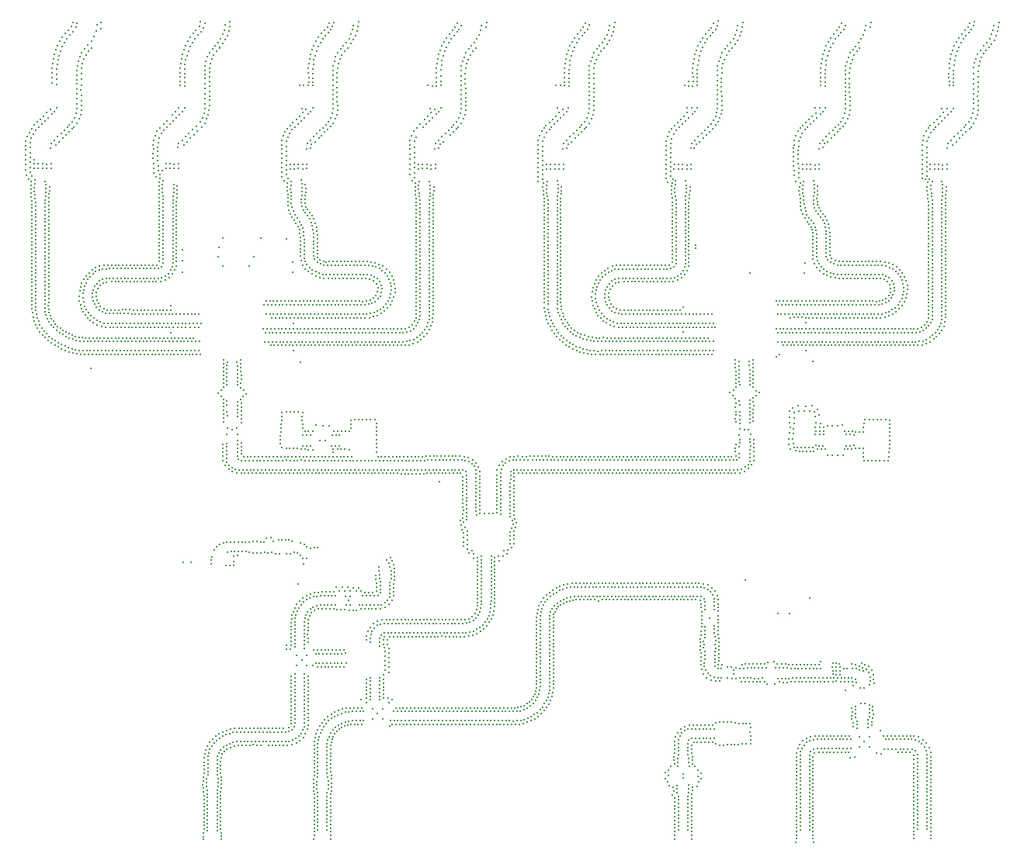
<source format=gbr>
%TF.GenerationSoftware,KiCad,Pcbnew,9.0.1*%
%TF.CreationDate,2025-06-02T14:00:33-06:00*%
%TF.ProjectId,PABA-DP,50414241-2d44-4502-9e6b-696361645f70,rev?*%
%TF.SameCoordinates,Original*%
%TF.FileFunction,Plated,1,2,Blind,Drill*%
%TF.FilePolarity,Positive*%
%FSLAX46Y46*%
G04 Gerber Fmt 4.6, Leading zero omitted, Abs format (unit mm)*
G04 Created by KiCad (PCBNEW 9.0.1) date 2025-06-02 14:00:33*
%MOMM*%
%LPD*%
G01*
G04 APERTURE LIST*
%TA.AperFunction,ViaDrill*%
%ADD10C,0.127000*%
%TD*%
%TA.AperFunction,ViaDrill*%
%ADD11C,0.203200*%
%TD*%
G04 APERTURE END LIST*
D10*
X74698857Y-112348419D03*
X74698857Y-112848289D03*
X74698857Y-113848289D03*
X74698857Y-114848289D03*
X74698857Y-115348409D03*
X74698857Y-115848539D03*
X74698857Y-116848539D03*
X74698857Y-117848539D03*
X74698857Y-118348409D03*
X75198727Y-112348419D03*
X75198727Y-112848289D03*
X75198727Y-113348419D03*
X75198727Y-113848289D03*
X75198727Y-114348419D03*
X75198727Y-114848289D03*
X75198727Y-115348409D03*
X75198727Y-115848539D03*
X75198727Y-116348409D03*
X75198727Y-116848539D03*
X75198727Y-117348409D03*
X75198727Y-117848539D03*
X75198727Y-118348409D03*
X75698857Y-117848539D03*
X76198727Y-117848539D03*
X76698847Y-117848539D03*
X77198727Y-112348419D03*
X77198727Y-117848539D03*
X77198727Y-118348409D03*
X77698847Y-112348419D03*
X77698847Y-112848289D03*
X77698847Y-117848539D03*
X78198977Y-117848539D03*
X78198977Y-118348409D03*
X80198967Y-112848289D03*
X80198967Y-113348419D03*
X80198967Y-113848289D03*
X80198967Y-114348419D03*
X80198967Y-114848289D03*
X80198967Y-115348409D03*
X80198967Y-115848539D03*
X80198967Y-116348409D03*
X80198967Y-116848539D03*
X80198967Y-117348409D03*
X80198967Y-117848539D03*
X80198967Y-118348409D03*
X80698847Y-112348419D03*
X80698847Y-112848289D03*
X80698847Y-113848289D03*
X80698847Y-115848539D03*
X80698847Y-116848539D03*
X80698847Y-117848539D03*
X80698847Y-118348409D03*
X130589527Y-112348419D03*
X130589527Y-112848289D03*
X130589527Y-113848289D03*
X130589527Y-115348409D03*
X130589527Y-115848539D03*
X130589527Y-116848539D03*
X130589527Y-117848539D03*
X130589527Y-118348409D03*
X131089397Y-112348419D03*
X131089397Y-112848289D03*
X131089397Y-113348419D03*
X131089397Y-113848289D03*
X131089397Y-114348419D03*
X131089397Y-114848289D03*
X131089397Y-115348409D03*
X131089397Y-115848539D03*
X131089397Y-116348409D03*
X131089397Y-116848539D03*
X131089397Y-117848539D03*
X131089397Y-118348409D03*
X131589517Y-117848539D03*
X132089397Y-117848539D03*
X132589517Y-117848539D03*
X133089387Y-112348419D03*
X133089387Y-117848539D03*
X133089387Y-118348409D03*
X133589517Y-112348419D03*
X133589517Y-112848289D03*
X133589517Y-117848539D03*
X134089647Y-117848539D03*
X134089647Y-118348409D03*
X136089637Y-112848289D03*
X136089637Y-113348419D03*
X136089637Y-114848289D03*
X136089637Y-115348409D03*
X136089637Y-115848539D03*
X136089637Y-116348409D03*
X136089637Y-116848539D03*
X136089637Y-117348409D03*
X136089637Y-117848539D03*
X136089637Y-118348409D03*
X136589507Y-112348419D03*
X136589507Y-112848289D03*
X136589507Y-114848289D03*
X136589507Y-115348409D03*
X136589507Y-115848539D03*
X136589507Y-116848539D03*
X136589507Y-117848539D03*
X136589507Y-118348409D03*
X142286985Y-152527057D03*
X142731485Y-152532647D03*
D11*
X55142127Y-95455899D03*
X55146187Y-98071079D03*
X55151527Y-96505419D03*
X55151527Y-97013419D03*
X55151527Y-97521419D03*
X55162187Y-95930109D03*
X55203337Y-94951449D03*
X55290457Y-98668739D03*
X55332627Y-94456409D03*
X55486807Y-99089619D03*
X55561737Y-93998439D03*
X55654187Y-97817079D03*
X55654187Y-98325079D03*
X55659527Y-96251419D03*
X55659527Y-96759419D03*
X55659527Y-97267419D03*
X55670187Y-95676109D03*
X55676537Y-95154139D03*
X55757057Y-99810729D03*
X55757057Y-100220939D03*
X55769757Y-94658339D03*
X55771027Y-100631149D03*
X55778137Y-99396709D03*
X55795667Y-101038049D03*
X55822847Y-93593569D03*
X55839867Y-101464519D03*
X55851797Y-102284179D03*
X55851797Y-102690579D03*
X55851797Y-103096979D03*
X55851797Y-103503379D03*
X55851797Y-103909779D03*
X55851797Y-104316179D03*
X55851797Y-104722579D03*
X55851797Y-105128979D03*
X55851797Y-105535379D03*
X55851797Y-105941779D03*
X55851797Y-106348179D03*
X55851797Y-106754579D03*
X55851797Y-107160979D03*
X55851797Y-107567379D03*
X55851797Y-107973779D03*
X55851797Y-108380179D03*
X55851797Y-108786579D03*
X55851797Y-109192979D03*
X55851797Y-109599379D03*
X55851797Y-110005779D03*
X55851797Y-110412179D03*
X55851797Y-110818579D03*
X55851797Y-111224979D03*
X55851797Y-111631379D03*
X55851797Y-112037779D03*
X55851797Y-112444179D03*
X55853837Y-101877779D03*
X55857137Y-113272219D03*
X55867547Y-98744939D03*
X55873897Y-112858709D03*
X55900567Y-113716209D03*
X55982867Y-94194789D03*
X55987187Y-114153849D03*
X56099707Y-93210029D03*
X56100217Y-97964649D03*
X56105797Y-96962369D03*
X56107067Y-97453099D03*
X56116217Y-114580829D03*
X56132217Y-100040599D03*
X56133737Y-100444199D03*
X56149747Y-99633689D03*
X56161677Y-100849329D03*
X56205627Y-101252679D03*
X56223657Y-99232109D03*
X56253117Y-101660349D03*
X56254897Y-102082759D03*
X56257947Y-113049209D03*
X56258197Y-102487379D03*
X56258197Y-102893779D03*
X56258197Y-103300179D03*
X56258197Y-103706579D03*
X56258197Y-104112979D03*
X56258197Y-104519379D03*
X56258197Y-104925779D03*
X56258197Y-105332179D03*
X56258197Y-105738579D03*
X56258197Y-106144979D03*
X56258197Y-106551379D03*
X56258197Y-106957779D03*
X56258197Y-107364179D03*
X56258197Y-107770579D03*
X56258197Y-108176979D03*
X56258197Y-108583379D03*
X56258197Y-108989779D03*
X56258197Y-109396179D03*
X56258197Y-109802579D03*
X56258197Y-110208979D03*
X56258197Y-110615379D03*
X56258197Y-111021779D03*
X56258197Y-111428179D03*
X56258197Y-111834579D03*
X56258197Y-112240979D03*
X56258197Y-112647379D03*
X56259727Y-93800829D03*
X56277757Y-113455099D03*
X56286137Y-114993319D03*
X56337197Y-113857179D03*
X56435497Y-114251389D03*
X56440577Y-92879569D03*
X56481467Y-115387279D03*
X56551567Y-97955759D03*
X56555127Y-97454879D03*
X56571637Y-114634419D03*
X56591447Y-93479779D03*
X56730137Y-115758879D03*
X56739787Y-114999669D03*
X56771027Y-92581889D03*
X56940697Y-115351209D03*
X56950607Y-93120619D03*
X56996577Y-97454879D03*
X56996577Y-97932399D03*
X57012077Y-116104569D03*
X57130187Y-92222729D03*
X57181747Y-115678359D03*
X57275727Y-101771859D03*
X57275727Y-102178259D03*
X57275727Y-102584659D03*
X57275727Y-102991059D03*
X57275727Y-103397459D03*
X57275727Y-103803859D03*
X57275727Y-104210259D03*
X57275727Y-104616659D03*
X57275727Y-105023059D03*
X57275727Y-105429459D03*
X57275727Y-105835859D03*
X57275727Y-106242259D03*
X57275727Y-106648659D03*
X57275727Y-107055059D03*
X57275727Y-107461459D03*
X57275727Y-107867859D03*
X57275727Y-108274259D03*
X57275727Y-108680659D03*
X57275727Y-109087059D03*
X57275727Y-109493459D03*
X57275727Y-109899859D03*
X57275727Y-110306259D03*
X57275727Y-110712659D03*
X57275727Y-111119059D03*
X57275727Y-111525459D03*
X57275727Y-111931859D03*
X57275727Y-112338259D03*
X57275727Y-112744659D03*
X57277507Y-113151059D03*
X57309757Y-92761459D03*
X57310777Y-101365459D03*
X57311537Y-99336509D03*
X57316877Y-113555429D03*
X57320427Y-116417749D03*
X57358277Y-100959309D03*
X57404247Y-100149049D03*
X57407547Y-100555709D03*
X57408057Y-99741889D03*
X57408057Y-113951669D03*
X57453527Y-115980369D03*
X57462667Y-97472399D03*
X57462667Y-97949919D03*
X57489597Y-91863319D03*
X57549537Y-114332409D03*
X57657487Y-116704009D03*
X57662317Y-112932869D03*
X57669167Y-92402049D03*
X57682127Y-101568659D03*
X57682127Y-101975059D03*
X57682127Y-102381459D03*
X57682127Y-102787859D03*
X57682127Y-103194259D03*
X57682127Y-103600659D03*
X57682127Y-104007059D03*
X57682127Y-104413459D03*
X57682127Y-104819859D03*
X57682127Y-105226259D03*
X57682127Y-105632659D03*
X57682127Y-106039059D03*
X57682127Y-106445459D03*
X57682127Y-106851859D03*
X57682127Y-107258259D03*
X57682127Y-107664659D03*
X57682127Y-108071059D03*
X57682127Y-108477459D03*
X57682127Y-108883859D03*
X57682127Y-109290259D03*
X57682127Y-109696659D03*
X57682127Y-110103059D03*
X57682127Y-110509459D03*
X57682127Y-110915859D03*
X57682127Y-111322259D03*
X57682127Y-111728659D03*
X57682127Y-112135059D03*
X57682127Y-112541459D03*
X57695077Y-113314379D03*
X57719207Y-101164289D03*
X57739017Y-114692079D03*
X57749177Y-116259259D03*
X57751977Y-113663889D03*
X57754257Y-100762969D03*
X57769757Y-100360379D03*
X57773307Y-99949919D03*
X57846207Y-95740379D03*
X57848747Y-91504159D03*
X57853577Y-114002719D03*
X57935107Y-97451319D03*
X57935107Y-97928839D03*
X57956187Y-95204179D03*
X57973467Y-115024059D03*
X57997847Y-116973249D03*
X57998097Y-114325809D03*
X58028327Y-92042899D03*
X58062367Y-88063989D03*
X58073027Y-88596629D03*
X58075567Y-116522909D03*
X58083697Y-87478009D03*
X58085727Y-86970009D03*
X58127137Y-86463789D03*
X58183017Y-114627559D03*
X58208157Y-85962139D03*
X58248287Y-115323519D03*
X58315347Y-94845029D03*
X58328047Y-85468619D03*
X58335917Y-91725399D03*
X58350657Y-117220649D03*
X58378087Y-114910519D03*
X58403487Y-116762689D03*
X58486287Y-84985759D03*
X58494927Y-95383759D03*
X58549787Y-115596059D03*
X58562237Y-91349219D03*
X58567827Y-87701019D03*
X58567827Y-88776709D03*
X58578487Y-88233659D03*
X58589157Y-87115039D03*
X58621927Y-86608059D03*
X58668917Y-115161219D03*
X58674507Y-94485869D03*
X58681617Y-84516879D03*
X58697617Y-86105899D03*
X58721747Y-117438329D03*
X58746127Y-116981629D03*
X58815477Y-85611619D03*
X58854077Y-95024599D03*
X58870587Y-115845489D03*
X58912757Y-84064499D03*
X58957207Y-115403019D03*
X58974987Y-85129269D03*
X59033917Y-94126459D03*
X59097917Y-117182039D03*
X59105797Y-117635679D03*
X59174627Y-84662169D03*
X59178697Y-83631689D03*
X59208917Y-116070539D03*
X59213487Y-94665189D03*
X59262517Y-115622729D03*
X59393067Y-93767299D03*
X59412877Y-84213599D03*
X59464947Y-117352979D03*
X59477647Y-83220969D03*
X59501527Y-117808659D03*
X59563247Y-116269669D03*
X59572647Y-94306039D03*
X59583567Y-115819329D03*
X59688727Y-83786879D03*
X59752227Y-93408149D03*
X59807847Y-82834889D03*
X59842397Y-117504109D03*
X59907167Y-117956489D03*
X59918087Y-115991539D03*
X59931297Y-116442139D03*
X59931807Y-93946879D03*
X59932057Y-93228319D03*
X59999367Y-83385049D03*
X60174377Y-82469639D03*
X60228217Y-117631109D03*
X60257937Y-92838679D03*
X60264287Y-116138349D03*
X60290957Y-93587729D03*
X60311027Y-116586919D03*
X60312297Y-82014219D03*
X60321187Y-118078659D03*
X60343027Y-83010909D03*
X60463937Y-93401039D03*
X60509657Y-92397479D03*
X60620647Y-116259259D03*
X60621417Y-117733979D03*
X60653667Y-82559549D03*
X60679577Y-91918689D03*
X60700407Y-116702999D03*
X60742317Y-118174929D03*
X60762127Y-91417299D03*
X60765177Y-92991839D03*
X60767207Y-90886939D03*
X60770507Y-90338299D03*
X60770767Y-88234679D03*
X60770767Y-88724639D03*
X60770767Y-89299949D03*
X60772037Y-87248139D03*
X60772547Y-89810999D03*
X60776357Y-87744709D03*
X60797687Y-82086099D03*
X60806067Y-86741159D03*
X60907167Y-86243319D03*
X60984887Y-116353239D03*
X61001397Y-92542259D03*
X61020197Y-117811959D03*
X61032127Y-111908749D03*
X61054227Y-112389059D03*
X61068707Y-111341819D03*
X61073537Y-85763509D03*
X61097407Y-116790119D03*
X61158117Y-110891479D03*
X61167257Y-92061949D03*
X61178687Y-118243249D03*
X61179707Y-112837879D03*
X61201807Y-89379959D03*
X61258957Y-91562329D03*
X61274697Y-88828269D03*
X61274697Y-91054579D03*
X61280037Y-89978639D03*
X61287397Y-88170919D03*
X61289937Y-86994139D03*
X61297557Y-113216339D03*
X61298067Y-87622279D03*
X61298327Y-90535409D03*
X61302387Y-85309869D03*
X61305177Y-110456369D03*
X61346077Y-116417749D03*
X61367917Y-86492239D03*
X61424307Y-117855139D03*
X61443357Y-112084259D03*
X61451737Y-111597089D03*
X61463167Y-113590229D03*
X61485267Y-112529519D03*
X61501017Y-116837869D03*
X61504567Y-111194239D03*
X61507367Y-110044129D03*
X61521847Y-86008109D03*
X61589657Y-84891019D03*
X61609477Y-110801559D03*
X61622677Y-118266369D03*
X61641227Y-112991289D03*
X61681097Y-113951159D03*
X61714887Y-116471089D03*
X61748407Y-85553449D03*
X61761367Y-109661609D03*
X61764157Y-110425889D03*
X61816737Y-113367209D03*
X61834267Y-117856409D03*
X61907417Y-116840409D03*
X61959487Y-114236909D03*
X61964307Y-84490209D03*
X61966597Y-110073339D03*
X62037467Y-118262809D03*
X62042037Y-85138919D03*
X62052197Y-113713159D03*
X62085217Y-109316929D03*
X62110617Y-116434009D03*
X62212727Y-109749999D03*
X62236597Y-114534849D03*
X62240667Y-117856409D03*
X62252597Y-119781979D03*
X62313817Y-116840409D03*
X62318637Y-114034729D03*
X62331847Y-84047989D03*
X62395857Y-84774179D03*
X62413887Y-109007299D03*
X62443867Y-118262809D03*
X62472057Y-111995869D03*
X62486027Y-111570929D03*
X62498477Y-109460949D03*
X62517017Y-116434009D03*
X62546227Y-112396929D03*
X62575437Y-111185099D03*
X62575687Y-114807389D03*
X62624457Y-114302949D03*
X62630297Y-83547359D03*
X62647067Y-117856409D03*
X62697867Y-112774119D03*
X62720217Y-116840409D03*
X62740277Y-110822639D03*
X62814447Y-108756859D03*
X62824607Y-109218379D03*
X62850267Y-118262809D03*
X62864737Y-82929379D03*
X62869817Y-111883849D03*
X62900047Y-111469579D03*
X62918847Y-113115249D03*
X62923417Y-116434009D03*
X62952627Y-112282129D03*
X62962527Y-110501839D03*
X62967607Y-114564569D03*
X62989197Y-115025069D03*
X63003167Y-82283709D03*
X63047617Y-111058349D03*
X63053467Y-117856409D03*
X63102997Y-112670749D03*
X63126617Y-116840409D03*
X63185547Y-109031429D03*
X63202057Y-113406579D03*
X63238117Y-110229809D03*
X63250057Y-108574229D03*
X63256667Y-118262809D03*
X63283337Y-110712409D03*
X63329817Y-116434009D03*
X63340487Y-114726369D03*
X63343527Y-113006529D03*
X63351147Y-82660899D03*
X63423037Y-82037579D03*
X63430657Y-115178739D03*
X63459867Y-117856409D03*
X63533017Y-116840409D03*
X63544957Y-113624769D03*
X63571877Y-108905449D03*
X63576197Y-110032449D03*
X63606417Y-110479999D03*
X63663067Y-118262809D03*
X63695317Y-108510479D03*
X63704467Y-113222179D03*
X63733167Y-114830509D03*
X63736217Y-116434009D03*
X63866267Y-117856409D03*
X63877947Y-115272719D03*
X63917827Y-113763449D03*
X63939417Y-116840409D03*
X63947037Y-108897829D03*
X63955417Y-109931609D03*
X64008757Y-110359089D03*
X64069467Y-118262809D03*
X64085977Y-113381179D03*
X64125087Y-114883339D03*
X64142617Y-116434009D03*
X64143627Y-108485079D03*
X64272667Y-117856409D03*
X64322697Y-113798759D03*
X64345817Y-116840409D03*
X64349367Y-109914339D03*
X64353437Y-108891479D03*
X64368677Y-115270179D03*
X64475867Y-118262809D03*
X64525897Y-113392359D03*
X64549017Y-116434009D03*
X64552567Y-110320739D03*
X64556637Y-108485079D03*
X64573397Y-114863779D03*
X64679067Y-117856409D03*
X64729097Y-113798759D03*
X64752217Y-116840409D03*
X64755767Y-109914339D03*
X64759837Y-108891479D03*
X64776597Y-115270179D03*
X64882267Y-118262809D03*
X64932297Y-113392359D03*
X64955417Y-116434009D03*
X64958967Y-110320739D03*
X64963037Y-108485079D03*
X64979797Y-114863779D03*
X65085467Y-117856409D03*
X65135497Y-113798759D03*
X65158617Y-116840409D03*
X65162167Y-109914339D03*
X65166237Y-108891479D03*
X65182997Y-115270179D03*
X65288667Y-118262809D03*
X65338697Y-113392359D03*
X65361817Y-116434009D03*
X65365367Y-110320739D03*
X65369437Y-108485079D03*
X65386197Y-114863779D03*
X65491867Y-117856409D03*
X65527927Y-113784789D03*
X65565017Y-116840409D03*
X65568567Y-109914339D03*
X65572637Y-108891479D03*
X65589397Y-115270179D03*
X65695067Y-118262809D03*
X65731127Y-113378389D03*
X65768217Y-116434009D03*
X65771767Y-110320739D03*
X65775837Y-108485079D03*
X65792597Y-114863779D03*
X65898267Y-117856409D03*
X65934327Y-113784789D03*
X65971417Y-116840409D03*
X65974967Y-109914339D03*
X65979037Y-108891479D03*
X65995797Y-115270179D03*
X66101467Y-118262809D03*
X66137527Y-113378389D03*
X66174617Y-116434009D03*
X66178167Y-110320739D03*
X66182237Y-108485079D03*
X66198997Y-114863779D03*
X66304667Y-117856409D03*
X66340727Y-113784789D03*
X66377817Y-116840409D03*
X66381367Y-109914339D03*
X66385437Y-108891479D03*
X66402197Y-115270179D03*
X66507867Y-118262809D03*
X66543927Y-113378389D03*
X66581017Y-116434009D03*
X66584567Y-110320739D03*
X66588637Y-108485079D03*
X66605397Y-114863779D03*
X66711067Y-117856409D03*
X66741797Y-113835589D03*
X66784217Y-116840409D03*
X66787767Y-109914339D03*
X66791837Y-108891479D03*
X66808597Y-115270179D03*
X66914267Y-118262809D03*
X66944997Y-113429189D03*
X66987417Y-116434009D03*
X66990967Y-110320739D03*
X66995037Y-108485079D03*
X67011797Y-114863779D03*
X67117467Y-117856409D03*
X67148197Y-113835589D03*
X67190617Y-116840409D03*
X67194167Y-109914339D03*
X67198237Y-108891479D03*
X67214997Y-115270179D03*
X67320667Y-118262809D03*
X67351397Y-113429189D03*
X67393817Y-116434009D03*
X67397367Y-110320739D03*
X67401437Y-108485079D03*
X67418197Y-114863779D03*
X67523867Y-117856409D03*
X67554597Y-113835589D03*
X67597017Y-116840409D03*
X67600567Y-109914339D03*
X67604637Y-108891479D03*
X67621397Y-115270179D03*
X67727067Y-118262809D03*
X67757797Y-113429189D03*
X67800217Y-116434009D03*
X67803767Y-110320739D03*
X67807837Y-108485079D03*
X67824597Y-114863779D03*
X67930267Y-117856409D03*
X67960997Y-113835589D03*
X68003417Y-116840409D03*
X68006967Y-109914339D03*
X68011037Y-108891479D03*
X68027797Y-115270179D03*
X68133467Y-118262809D03*
X68164197Y-113429189D03*
X68206617Y-116434009D03*
X68210167Y-110320739D03*
X68214237Y-108485079D03*
X68230997Y-114863779D03*
X68336667Y-117856409D03*
X68367397Y-113835589D03*
X68409817Y-116840409D03*
X68413367Y-109914339D03*
X68417437Y-108891479D03*
X68434197Y-115270179D03*
X68539867Y-118262809D03*
X68570597Y-113429189D03*
X68613017Y-116434009D03*
X68616567Y-110320739D03*
X68620637Y-108485079D03*
X68637397Y-114863779D03*
X68743067Y-117856409D03*
X68773797Y-113835589D03*
X68816217Y-116840409D03*
X68819767Y-109914339D03*
X68823837Y-108891479D03*
X68840597Y-115270179D03*
X68946267Y-118262809D03*
X68976997Y-113429189D03*
X69019417Y-116434009D03*
X69022967Y-110320739D03*
X69027037Y-108485079D03*
X69043797Y-114863779D03*
X69096627Y-95349219D03*
X69098917Y-96361409D03*
X69098917Y-96869409D03*
X69104247Y-97937979D03*
X69104247Y-98445979D03*
X69119997Y-97387059D03*
X69125337Y-95853149D03*
X69149467Y-117856409D03*
X69157847Y-94844769D03*
X69180197Y-113835589D03*
X69222617Y-116840409D03*
X69226167Y-109914339D03*
X69230237Y-108891479D03*
X69246997Y-115270179D03*
X69301607Y-94357599D03*
X69352667Y-118262809D03*
X69380857Y-98872449D03*
X69383397Y-113429189D03*
X69425817Y-116434009D03*
X69432677Y-110320739D03*
X69450197Y-114863779D03*
X69474077Y-108503369D03*
X69523857Y-93900909D03*
X69555867Y-117856409D03*
X69586597Y-113835589D03*
X69600567Y-95617439D03*
X69606917Y-96107409D03*
X69606917Y-96615409D03*
X69606917Y-97123409D03*
X69612247Y-97683979D03*
X69612247Y-98191979D03*
X69616567Y-95111469D03*
X69629017Y-116840409D03*
X69632567Y-109911039D03*
X69653397Y-115270179D03*
X69674227Y-108866329D03*
X69710547Y-100301709D03*
X69720457Y-100730459D03*
X69728077Y-99868129D03*
X69744587Y-94610839D03*
X69749157Y-99471889D03*
X69758047Y-101154639D03*
X69759067Y-118262809D03*
X69775067Y-108123639D03*
X69776587Y-101560279D03*
X69776587Y-101966679D03*
X69776587Y-102373079D03*
X69776587Y-102779479D03*
X69776587Y-103185879D03*
X69776587Y-103592279D03*
X69776587Y-103998679D03*
X69776587Y-104405079D03*
X69776587Y-104811479D03*
X69776587Y-105217879D03*
X69776587Y-105624279D03*
X69776587Y-106030679D03*
X69776587Y-106437079D03*
X69776587Y-106843479D03*
X69776587Y-107249879D03*
X69776587Y-107656279D03*
X69789797Y-113429189D03*
X69808847Y-98612859D03*
X69818757Y-93487139D03*
X69832217Y-116434009D03*
X69853807Y-99051769D03*
X69856597Y-114863779D03*
X69908667Y-110285689D03*
X69952607Y-94157959D03*
X69962267Y-117856409D03*
X69992997Y-113835589D03*
X70016107Y-108647129D03*
X70024497Y-109848809D03*
X70035417Y-116840409D03*
X70038717Y-98195539D03*
X70059797Y-115270179D03*
X70101197Y-99709629D03*
X70103997Y-100537929D03*
X70106537Y-100116539D03*
X70139807Y-100953219D03*
X70146667Y-99283929D03*
X70160887Y-108266889D03*
X70165467Y-118262809D03*
X70182987Y-101357079D03*
X70182987Y-101763479D03*
X70182987Y-102169879D03*
X70182987Y-102576279D03*
X70182987Y-102982679D03*
X70182987Y-103389079D03*
X70182987Y-103795479D03*
X70182987Y-104201879D03*
X70182987Y-104608279D03*
X70182987Y-105014679D03*
X70182987Y-105421079D03*
X70182987Y-105827479D03*
X70182987Y-106233879D03*
X70182987Y-106640279D03*
X70182987Y-107046679D03*
X70182987Y-107453079D03*
X70182987Y-107859479D03*
X70196197Y-113429189D03*
X70224387Y-93122139D03*
X70238617Y-116434009D03*
X70244967Y-93764259D03*
X70262997Y-114863779D03*
X70368667Y-117856409D03*
X70397107Y-110141919D03*
X70399397Y-113835589D03*
X70409557Y-109676589D03*
X70441817Y-116840409D03*
X70460867Y-97962369D03*
X70464417Y-97461479D03*
X70466197Y-115270179D03*
X70559167Y-93423639D03*
X70571867Y-118262809D03*
X70602597Y-113429189D03*
X70618597Y-92722599D03*
X70645017Y-116434009D03*
X70669397Y-114863779D03*
X70746357Y-109419289D03*
X70775067Y-117856409D03*
X70805797Y-113835589D03*
X70828147Y-109880049D03*
X70848217Y-116840409D03*
X70872597Y-115270179D03*
X70889107Y-93120619D03*
X70905877Y-97461479D03*
X70918317Y-97937479D03*
X70978267Y-118262809D03*
X70981057Y-112935159D03*
X70981057Y-115881559D03*
X71014587Y-109059879D03*
X71026267Y-113447989D03*
X71051417Y-116434009D03*
X71075797Y-114863779D03*
X71167237Y-108682949D03*
X71177907Y-92125959D03*
X71180447Y-109469839D03*
X71181467Y-117856409D03*
X71211947Y-113826449D03*
X71223627Y-101770589D03*
X71223627Y-102176989D03*
X71223627Y-102583389D03*
X71223627Y-102989789D03*
X71223627Y-103396189D03*
X71223627Y-103802589D03*
X71223627Y-104208989D03*
X71223627Y-104615389D03*
X71223627Y-105021789D03*
X71223627Y-105428189D03*
X71223627Y-105834589D03*
X71223627Y-106240989D03*
X71223627Y-106647389D03*
X71223627Y-107053789D03*
X71223627Y-107460189D03*
X71223627Y-107866589D03*
X71224897Y-108268929D03*
X71237347Y-100958039D03*
X71237347Y-101364439D03*
X71248267Y-92761459D03*
X71254617Y-116840409D03*
X71278997Y-115270179D03*
X71321667Y-99708359D03*
X71326747Y-100533359D03*
X71329287Y-100124419D03*
X71371967Y-97479009D03*
X71384407Y-97954999D03*
X71384667Y-118262809D03*
X71440287Y-109037529D03*
X71457817Y-116434009D03*
X71485757Y-114867079D03*
X71539857Y-91758419D03*
X71587867Y-117856409D03*
X71589137Y-108555439D03*
X71604627Y-107264099D03*
X71604627Y-107670499D03*
X71607677Y-92402049D03*
X71609707Y-101986239D03*
X71609707Y-102392639D03*
X71609707Y-102799039D03*
X71609707Y-103205439D03*
X71609707Y-103611839D03*
X71609707Y-104018239D03*
X71609707Y-104424639D03*
X71609707Y-104831039D03*
X71609707Y-105237439D03*
X71609707Y-105643839D03*
X71609707Y-106050239D03*
X71609707Y-106456639D03*
X71609707Y-106863039D03*
X71614787Y-108101539D03*
X71618347Y-113826449D03*
X71623427Y-101580089D03*
X71643747Y-101161239D03*
X71661017Y-116840409D03*
X71678797Y-100761699D03*
X71708007Y-99905979D03*
X71708007Y-100322279D03*
X71733407Y-115271199D03*
X71791067Y-118262809D03*
X71806557Y-95677379D03*
X71839327Y-114857939D03*
X71844407Y-97457919D03*
X71856847Y-97933919D03*
X71864217Y-116434009D03*
X71875387Y-91358879D03*
X71894697Y-95204179D03*
X71934067Y-92061949D03*
X71994267Y-117856409D03*
X71998577Y-88900159D03*
X72024747Y-113826449D03*
X72026017Y-88479019D03*
X72027787Y-87971279D03*
X72031347Y-87478009D03*
X72033127Y-86970259D03*
X72067417Y-116840409D03*
X72074777Y-86463789D03*
X72155807Y-85962389D03*
X72184257Y-115268909D03*
X72197467Y-118262809D03*
X72245727Y-114857939D03*
X72253847Y-94845029D03*
X72269597Y-91715749D03*
X72270617Y-116434009D03*
X72271377Y-107969459D03*
X72275697Y-85468619D03*
X72314557Y-106793439D03*
X72314557Y-109231839D03*
X72357737Y-140946279D03*
X72400667Y-117856409D03*
X72433427Y-95383759D03*
X72433687Y-84986019D03*
X72445117Y-113840419D03*
X72473817Y-116840409D03*
X72498707Y-91348209D03*
X72499217Y-88916159D03*
X72514457Y-88505189D03*
X72519787Y-88047219D03*
X72525127Y-87599679D03*
X72536807Y-87115039D03*
X72569577Y-86608309D03*
X72603867Y-118262809D03*
X72613007Y-94485869D03*
X72629007Y-84516879D03*
X72635107Y-115266629D03*
X72645267Y-86105899D03*
X72652127Y-114857939D03*
X72677017Y-116434009D03*
X72763117Y-85611869D03*
X72792587Y-95024599D03*
X72807067Y-117856409D03*
X72851517Y-113840419D03*
X72860407Y-84064759D03*
X72880217Y-116840409D03*
X72922377Y-85129269D03*
X72972417Y-94126459D03*
X73010267Y-118262809D03*
X73058527Y-114857939D03*
X73083417Y-116434009D03*
X73085957Y-115264339D03*
X73122027Y-84662169D03*
X73126337Y-83631689D03*
X73151997Y-94665189D03*
X73213467Y-117856409D03*
X73249277Y-140915799D03*
X73257917Y-113840419D03*
X73286617Y-116840409D03*
X73360527Y-84213599D03*
X73387197Y-93716499D03*
X73416667Y-118262809D03*
X73425047Y-83220969D03*
X73464927Y-114857939D03*
X73489817Y-116434009D03*
X73511147Y-94306039D03*
X73619867Y-117856409D03*
X73636117Y-83786879D03*
X73664317Y-113840419D03*
X73668127Y-115264339D03*
X73693017Y-116840409D03*
X73755247Y-82834889D03*
X73797157Y-93316959D03*
X73823067Y-118262809D03*
X73871327Y-114857939D03*
X73919837Y-93838929D03*
X73946757Y-83385049D03*
X74026267Y-117856409D03*
X74070717Y-113840419D03*
X74074527Y-115264339D03*
X74099417Y-116840409D03*
X74143357Y-82439409D03*
X74196447Y-92838679D03*
X74209147Y-81965699D03*
X74229467Y-118262809D03*
X74277727Y-114857939D03*
X74290427Y-83010909D03*
X74402437Y-93401039D03*
X74448407Y-92397479D03*
X74515467Y-165223599D03*
X74532997Y-164812369D03*
X74559917Y-170483939D03*
X74561187Y-165607389D03*
X74561187Y-166013789D03*
X74563727Y-164369649D03*
X74571857Y-170883479D03*
X74571857Y-171188279D03*
X74598267Y-82575049D03*
X74610207Y-166420189D03*
X74610207Y-166826589D03*
X74610207Y-167232989D03*
X74610207Y-167639389D03*
X74610207Y-168045789D03*
X74610207Y-168452189D03*
X74610207Y-168858589D03*
X74610207Y-169264989D03*
X74610207Y-169671389D03*
X74610207Y-170077789D03*
X74618337Y-91918689D03*
X74626717Y-162744049D03*
X74626717Y-163150449D03*
X74626717Y-163556849D03*
X74626717Y-163963249D03*
X74631797Y-162314029D03*
X74692757Y-161851999D03*
X74700887Y-91417549D03*
X74703677Y-92992099D03*
X74711297Y-90320519D03*
X74711297Y-90879579D03*
X74711557Y-88711939D03*
X74711557Y-89212579D03*
X74711807Y-88131299D03*
X74715617Y-87677649D03*
X74716637Y-89803889D03*
X74719687Y-87248139D03*
X74753467Y-86741159D03*
X74766417Y-82115819D03*
X74821287Y-161403439D03*
X74854557Y-86243319D03*
X74913737Y-165386159D03*
X74914247Y-164983059D03*
X74931777Y-164574379D03*
X74939897Y-92542259D03*
X74967587Y-165810589D03*
X74976227Y-170254319D03*
X75014327Y-160979009D03*
X75016607Y-166216989D03*
X75016607Y-166623389D03*
X75016607Y-167029789D03*
X75016607Y-167436189D03*
X75016607Y-167842589D03*
X75016607Y-168248989D03*
X75016607Y-168655389D03*
X75016607Y-169061789D03*
X75016607Y-169468189D03*
X75016607Y-169874589D03*
X75021177Y-85763509D03*
X75033117Y-162540849D03*
X75033117Y-162947249D03*
X75033117Y-163353649D03*
X75033117Y-163760049D03*
X75033117Y-164166449D03*
X75053437Y-162130129D03*
X75105767Y-92062199D03*
X75139287Y-161737199D03*
X75197707Y-91562579D03*
X75203047Y-87930639D03*
X75213457Y-91054839D03*
X75213717Y-87440669D03*
X75223877Y-90032229D03*
X75223877Y-90516869D03*
X75224127Y-88423649D03*
X75224127Y-88924289D03*
X75229207Y-89515599D03*
X75237337Y-86994139D03*
X75249777Y-85309869D03*
X75268067Y-160587589D03*
X75279757Y-161355939D03*
X75315317Y-86492239D03*
X75431897Y-140713619D03*
X75431897Y-141120019D03*
X75454247Y-140307719D03*
X75469487Y-86008109D03*
X75475077Y-160999329D03*
X75537057Y-84890769D03*
X75574647Y-160239359D03*
X75696057Y-85553449D03*
X75720447Y-160675729D03*
X75758547Y-139563759D03*
X75834997Y-84555489D03*
X75914247Y-159940399D03*
X75989427Y-85138919D03*
X76009497Y-160389729D03*
X76022957Y-139254889D03*
X76049117Y-162536789D03*
X76049117Y-162943189D03*
X76049117Y-163349589D03*
X76049117Y-163755989D03*
X76049117Y-164162389D03*
X76060547Y-166189049D03*
X76060547Y-166595449D03*
X76060547Y-167001849D03*
X76060547Y-167408249D03*
X76060547Y-167814649D03*
X76060547Y-168221049D03*
X76060547Y-168627449D03*
X76060547Y-169033849D03*
X76060547Y-169440249D03*
X76060547Y-169846649D03*
X76060547Y-170253049D03*
X76087477Y-162132169D03*
X76123537Y-165789509D03*
X76157067Y-164565739D03*
X76170277Y-84173719D03*
X76174597Y-165385399D03*
X76177137Y-164974429D03*
X76210667Y-122463209D03*
X76211937Y-107550359D03*
X76218537Y-161747359D03*
X76219047Y-106534359D03*
X76283557Y-159681319D03*
X76328777Y-160138269D03*
X76343247Y-84774179D03*
X76348327Y-139011559D03*
X76368647Y-84729729D03*
X76442307Y-161417659D03*
X76453487Y-83752079D03*
X76455517Y-162739989D03*
X76455517Y-163146389D03*
X76455517Y-163552789D03*
X76455517Y-163959189D03*
X76466947Y-165985849D03*
X76466947Y-166392249D03*
X76466947Y-166798649D03*
X76466947Y-167205049D03*
X76466947Y-167611449D03*
X76466947Y-168017849D03*
X76466947Y-168424249D03*
X76466947Y-168830649D03*
X76466947Y-169237049D03*
X76466947Y-169643449D03*
X76466947Y-170049849D03*
X76471777Y-162296759D03*
X76492607Y-122806109D03*
X76516987Y-122111669D03*
X76518507Y-164372449D03*
X76529937Y-165586309D03*
X76533247Y-164756239D03*
X76547467Y-170456249D03*
X76547467Y-170862649D03*
X76547467Y-171167449D03*
X76550767Y-165162389D03*
X76601567Y-161893409D03*
X76673707Y-159923639D03*
X76679037Y-159464399D03*
X76680307Y-83297679D03*
X76684377Y-84331709D03*
X76704437Y-128511199D03*
X76704437Y-128917599D03*
X76711807Y-108566359D03*
X76714347Y-128105309D03*
X76716377Y-129821079D03*
X76718917Y-105518359D03*
X76718917Y-129348639D03*
X76726027Y-138838329D03*
X76728567Y-120518839D03*
X76728567Y-120925239D03*
X76729587Y-161130389D03*
X76737967Y-121344079D03*
X76749397Y-123148499D03*
X76754477Y-120090339D03*
X76762097Y-119257219D03*
X76762857Y-121768259D03*
X76767177Y-118850819D03*
X76767177Y-123554899D03*
X76769717Y-124324519D03*
X76774797Y-119691559D03*
X76774797Y-123956219D03*
X76787247Y-124739809D03*
X76795117Y-125172879D03*
X76802737Y-125599599D03*
X76808577Y-161570569D03*
X76846427Y-82817619D03*
X76952847Y-83900419D03*
X76953617Y-82295649D03*
X76960217Y-130364639D03*
X76999337Y-141251079D03*
X77040227Y-159747869D03*
X77066387Y-160906359D03*
X77071977Y-129564539D03*
X77082647Y-128759609D03*
X77084927Y-128348639D03*
X77087217Y-129160679D03*
X77089757Y-127006759D03*
X77095857Y-159291939D03*
X77104997Y-129978559D03*
X77115917Y-127947319D03*
X77117697Y-123354239D03*
X77124297Y-138757309D03*
X77130397Y-123755559D03*
X77134967Y-120315639D03*
X77134967Y-120722039D03*
X77134967Y-121128439D03*
X77134967Y-161348579D03*
X77137767Y-121530009D03*
X77140487Y-124499969D03*
X77143097Y-119475659D03*
X77143097Y-119897299D03*
X77153257Y-119056559D03*
X77158337Y-124931579D03*
X77168247Y-139808609D03*
X77170277Y-83441439D03*
X77219297Y-126267619D03*
X77328517Y-130745639D03*
X77333847Y-82960369D03*
X77348837Y-130329079D03*
X77409037Y-82439409D03*
X77419957Y-141265049D03*
X77423767Y-159613759D03*
X77428087Y-160720939D03*
X77469237Y-81953759D03*
X77506567Y-161152999D03*
X77529177Y-159166719D03*
X77544667Y-138770769D03*
X77574137Y-139786769D03*
X77689197Y-126468279D03*
X77698337Y-130571139D03*
X77706977Y-130994559D03*
X77813657Y-160592419D03*
X77819757Y-159522319D03*
X77865477Y-140293749D03*
X77872327Y-141265049D03*
X77875887Y-140833759D03*
X77936087Y-160991709D03*
X77951067Y-138770769D03*
X77973677Y-159089499D03*
X77980537Y-139786769D03*
X78049877Y-130763419D03*
X78169257Y-126262539D03*
X78199987Y-160495899D03*
X78205837Y-131203349D03*
X78231487Y-159467959D03*
X78245457Y-119069259D03*
X78260697Y-119503599D03*
X78262987Y-121571919D03*
X78268317Y-119937939D03*
X78269837Y-120357549D03*
X78269837Y-120763949D03*
X78269837Y-121170349D03*
X78275937Y-123399959D03*
X78276957Y-124629319D03*
X78276957Y-125035719D03*
X78278477Y-128512979D03*
X78281017Y-128093879D03*
X78281017Y-128916839D03*
X78291177Y-123811439D03*
X78291177Y-124217839D03*
X78291177Y-129320699D03*
X78293207Y-140216539D03*
X78304897Y-127675799D03*
X78308957Y-126999139D03*
X78352137Y-129719479D03*
X78356707Y-160928709D03*
X78357467Y-138770769D03*
X78386937Y-139786769D03*
X78419447Y-159061559D03*
X78465927Y-130837589D03*
X78606137Y-160483959D03*
X78623917Y-118878759D03*
X78629757Y-159467959D03*
X78631537Y-119277539D03*
X78644237Y-123175679D03*
X78651857Y-119699179D03*
X78651857Y-120118279D03*
X78656177Y-121848529D03*
X78666337Y-121396409D03*
X78676237Y-120560749D03*
X78676237Y-120967149D03*
X78683357Y-123613319D03*
X78683357Y-124832519D03*
X78684877Y-124009559D03*
X78685637Y-131232299D03*
X78695037Y-124400719D03*
X78695037Y-125251619D03*
X78700117Y-125658019D03*
X78711297Y-127878999D03*
X78741517Y-128314859D03*
X78741517Y-128721259D03*
X78743297Y-129102259D03*
X78746087Y-129809899D03*
X78763867Y-138770769D03*
X78793337Y-139786769D03*
X78809337Y-160890359D03*
X78832957Y-159061559D03*
X78889347Y-130851299D03*
X78903567Y-122842429D03*
X78935317Y-122165519D03*
X78951577Y-129437539D03*
X79012537Y-160483959D03*
X79036157Y-159467959D03*
X79092547Y-131232299D03*
X79152487Y-129809899D03*
X79177387Y-138721489D03*
X79199737Y-139786769D03*
X79215737Y-160890359D03*
X79239357Y-159061559D03*
X79247487Y-122530009D03*
X79295747Y-130851299D03*
X79355687Y-129403499D03*
X79418937Y-160483959D03*
X79442557Y-159467959D03*
X79498947Y-131232299D03*
X79558887Y-129809899D03*
X79571847Y-108566359D03*
X79583787Y-138721489D03*
X79593177Y-139844169D03*
X79622137Y-160890359D03*
X79645757Y-159061559D03*
X79702147Y-130851299D03*
X79762087Y-129403499D03*
X79825337Y-160483959D03*
X79848957Y-159467959D03*
X79905347Y-131232299D03*
X79965287Y-129809899D03*
X79986877Y-138684409D03*
X79997547Y-139894469D03*
X80020917Y-160831939D03*
X80052157Y-159061559D03*
X80071717Y-107550359D03*
X80108547Y-130851299D03*
X80168487Y-129403499D03*
X80231737Y-160483959D03*
X80255357Y-159467959D03*
X80311747Y-131232299D03*
X80371687Y-129809899D03*
X80393537Y-138684409D03*
X80404207Y-139895739D03*
X80434937Y-160890359D03*
X80458557Y-159061559D03*
X80514947Y-130851299D03*
X80574887Y-129403499D03*
X80638137Y-160483959D03*
X80661757Y-159467959D03*
X80718147Y-131232299D03*
X80778087Y-129809899D03*
X80801967Y-138715139D03*
X80811107Y-139888619D03*
X80841337Y-160890359D03*
X80855057Y-105518359D03*
X80864957Y-159061559D03*
X80921347Y-130851299D03*
X80981287Y-129403499D03*
X81044537Y-160483959D03*
X81068157Y-159467959D03*
X81109307Y-115434009D03*
X81124547Y-131232299D03*
X81184487Y-129809899D03*
X81194397Y-112840419D03*
X81209127Y-138761629D03*
X81210657Y-139843159D03*
X81271357Y-159061559D03*
X81285077Y-116856409D03*
X81312507Y-115840409D03*
X81327747Y-130851299D03*
X81387687Y-129403499D03*
X81397597Y-112434019D03*
X81405977Y-113856419D03*
X81428327Y-138277759D03*
X81450937Y-160483959D03*
X81474557Y-159467959D03*
X81515707Y-115434009D03*
X81530947Y-131232299D03*
X81590887Y-129809899D03*
X81600797Y-112840419D03*
X81626847Y-139881575D03*
X81654137Y-160890359D03*
X81677757Y-159061559D03*
X81691477Y-116856409D03*
X81718907Y-115840409D03*
X81734147Y-130851299D03*
X81794087Y-129403499D03*
X81803997Y-112434019D03*
X81812377Y-113856419D03*
X81857337Y-160483959D03*
X81880957Y-159467959D03*
X81894677Y-117262809D03*
X81915757Y-138267339D03*
X81922107Y-115434009D03*
X81937347Y-131232299D03*
X81997287Y-129809899D03*
X82007197Y-112840419D03*
X82014057Y-139847479D03*
X82015577Y-114262819D03*
X82060537Y-160890359D03*
X82084157Y-159061559D03*
X82097877Y-116856409D03*
X82125307Y-115840409D03*
X82140547Y-130851299D03*
X82162387Y-138688219D03*
X82200487Y-129403499D03*
X82210397Y-112434019D03*
X82218777Y-113856419D03*
X82263737Y-160483959D03*
X82287357Y-159467959D03*
X82301077Y-117262809D03*
X82328507Y-115434009D03*
X82343747Y-131232299D03*
X82403687Y-129809899D03*
X82413597Y-112840419D03*
X82421977Y-114262819D03*
X82424007Y-139980319D03*
X82466937Y-160890359D03*
X82490557Y-159061559D03*
X82504277Y-116856409D03*
X82531707Y-115840409D03*
X82546947Y-130851299D03*
X82606887Y-129403499D03*
X82616797Y-112434019D03*
X82625177Y-113856419D03*
X82670137Y-160483959D03*
X82693757Y-159467959D03*
X82707477Y-117262809D03*
X82734907Y-115434009D03*
X82738717Y-138505339D03*
X82750147Y-131232299D03*
X82810087Y-129809899D03*
X82819997Y-112840419D03*
X82824057Y-140036449D03*
X82828377Y-114262819D03*
X82873337Y-160890359D03*
X82896957Y-159061559D03*
X82910677Y-116856409D03*
X82938107Y-115840409D03*
X82953347Y-130851299D03*
X82971637Y-127995069D03*
X82978997Y-127568859D03*
X82982047Y-127157639D03*
X83013287Y-129403499D03*
X83023197Y-112434019D03*
X83031577Y-113856419D03*
X83046057Y-126314359D03*
X83051137Y-126725329D03*
X83061297Y-125903129D03*
X83076537Y-160483959D03*
X83084917Y-96300699D03*
X83084917Y-96808699D03*
X83087717Y-95349219D03*
X83090257Y-97877279D03*
X83090257Y-98385279D03*
X83090257Y-98893279D03*
X83091267Y-125045629D03*
X83091267Y-125487079D03*
X83100157Y-159467959D03*
X83105997Y-97326349D03*
X83111337Y-95792449D03*
X83113877Y-117262809D03*
X83119717Y-138505339D03*
X83141307Y-115434009D03*
X83141307Y-124604429D03*
X83143337Y-128387499D03*
X83148927Y-94844769D03*
X83156547Y-131232299D03*
X83216487Y-129809899D03*
X83226397Y-112840419D03*
X83234777Y-114262819D03*
X83279737Y-160890359D03*
X83292687Y-94357599D03*
X83303357Y-159061559D03*
X83317077Y-116856409D03*
X83344507Y-115840409D03*
X83359747Y-130851299D03*
X83387437Y-99279869D03*
X83419687Y-129403499D03*
X83429597Y-112434019D03*
X83437977Y-113856419D03*
X83451947Y-93935199D03*
X83496907Y-160497929D03*
X83500717Y-138505339D03*
X83506557Y-159467959D03*
X83520277Y-117262809D03*
X83547707Y-115434009D03*
X83562947Y-131232299D03*
X83583777Y-128463959D03*
X83586567Y-95556729D03*
X83592917Y-96046699D03*
X83592917Y-96554699D03*
X83592917Y-97062699D03*
X83598257Y-97623279D03*
X83598257Y-98131279D03*
X83598257Y-98639279D03*
X83602567Y-124474129D03*
X83602940Y-150408835D03*
X83627717Y-129793139D03*
X83630507Y-140032899D03*
X83632797Y-112840419D03*
X83638127Y-94989039D03*
X83641177Y-114262819D03*
X83652980Y-149992775D03*
X83656417Y-105645359D03*
X83714837Y-160884519D03*
X83716867Y-99551899D03*
X83716867Y-99972779D03*
X83716867Y-100382989D03*
X83723477Y-116856409D03*
X83736687Y-93575789D03*
X83750907Y-115840409D03*
X83753197Y-100774149D03*
X83766147Y-130851299D03*
X83780627Y-101146509D03*
X83780627Y-101549859D03*
X83782147Y-94501869D03*
X83810847Y-102002489D03*
X83822277Y-99069299D03*
X83826087Y-129403499D03*
X83835997Y-112434019D03*
X83844377Y-113856419D03*
X83877657Y-158967579D03*
X83881717Y-138505339D03*
X83891627Y-102471379D03*
X83902287Y-160469229D03*
X83907627Y-159383889D03*
X83926677Y-117262809D03*
X83954107Y-115434009D03*
X83969347Y-131232299D03*
X83982297Y-94105889D03*
X83999827Y-128463959D03*
X84009987Y-97992339D03*
X84016847Y-97480779D03*
X84021667Y-139997839D03*
X84029287Y-129809899D03*
X84036407Y-93254989D03*
X84039197Y-112840419D03*
X84047577Y-114262819D03*
X84051137Y-102919689D03*
X84053927Y-124484289D03*
X84076027Y-100181569D03*
X84079190Y-150393845D03*
X84091017Y-100575009D03*
X84096857Y-99776689D03*
X84129877Y-116856409D03*
X84133177Y-158590639D03*
X84136737Y-149533259D03*
X84139777Y-149965059D03*
X84139777Y-153371709D03*
X84139777Y-153778109D03*
X84139777Y-154184509D03*
X84139777Y-154590909D03*
X84139777Y-154997309D03*
X84139777Y-155403709D03*
X84139777Y-155810109D03*
X84139777Y-156216509D03*
X84139777Y-156622909D03*
X84139777Y-157029309D03*
X84139777Y-157435709D03*
X84139777Y-157842109D03*
X84139777Y-158248509D03*
X84141817Y-147537329D03*
X84144097Y-148330569D03*
X84144097Y-149122789D03*
X84149177Y-147949309D03*
X84149177Y-148726549D03*
X84157307Y-115840409D03*
X84159597Y-100977349D03*
X84164927Y-101351239D03*
X84164927Y-101757639D03*
X84165687Y-99380199D03*
X84172547Y-130851299D03*
X84174327Y-147151249D03*
X84193887Y-160803749D03*
X84212167Y-103286209D03*
X84219787Y-138676029D03*
X84232487Y-129403499D03*
X84234017Y-146738239D03*
X84241637Y-102169619D03*
X84242397Y-112434019D03*
X84250777Y-113856419D03*
X84253577Y-159189579D03*
X84255097Y-93731489D03*
X84288877Y-108172409D03*
X84294467Y-160362289D03*
X84300817Y-109291019D03*
X84333077Y-117262809D03*
X84341457Y-92941039D03*
X84344757Y-102562819D03*
X84360507Y-115434009D03*
X84374477Y-146331329D03*
X84375747Y-131232299D03*
X84417657Y-114865559D03*
X84417657Y-117862759D03*
X84420957Y-128464209D03*
X84430107Y-139872369D03*
X84435687Y-129809899D03*
X84445597Y-112840419D03*
X84453977Y-114262819D03*
X84461347Y-97983449D03*
X84463887Y-103581359D03*
X84464897Y-97482559D03*
X84481157Y-158852769D03*
X84505037Y-124484289D03*
X84519767Y-145910199D03*
X84531707Y-102977339D03*
X84535007Y-148200269D03*
X84535007Y-148992489D03*
X84535007Y-149393559D03*
X84536277Y-116856409D03*
X84540087Y-147819009D03*
X84540087Y-148596249D03*
X84544907Y-147467219D03*
X84546177Y-149786999D03*
X84546177Y-150168259D03*
X84546177Y-153168509D03*
X84546177Y-153574909D03*
X84546177Y-153981309D03*
X84546177Y-154387709D03*
X84546177Y-154794109D03*
X84546177Y-155200509D03*
X84546177Y-155606909D03*
X84546177Y-156013309D03*
X84546177Y-156419709D03*
X84546177Y-156826109D03*
X84546177Y-157232509D03*
X84546177Y-157638909D03*
X84546177Y-158045309D03*
X84546177Y-158451709D03*
X84563707Y-115840409D03*
X84566497Y-93434819D03*
X84567767Y-147060059D03*
X84578947Y-130851299D03*
X84638887Y-129403499D03*
X84648797Y-112434019D03*
X84650827Y-146662299D03*
X84657177Y-113856419D03*
X84671657Y-103913839D03*
X84678767Y-160173319D03*
X84683847Y-160636869D03*
X84700617Y-92581889D03*
X84739477Y-117262809D03*
X84756497Y-151105009D03*
X84760557Y-152203559D03*
X84760807Y-145515739D03*
X84766907Y-115434009D03*
X84782147Y-131232299D03*
X84784177Y-103345639D03*
X84792557Y-146281299D03*
X84822277Y-128464209D03*
X84833197Y-139905639D03*
X84842087Y-129809899D03*
X84851997Y-112840419D03*
X84860377Y-114262819D03*
X84880187Y-93120619D03*
X84889077Y-104271469D03*
X84898737Y-143288669D03*
X84906357Y-97482559D03*
X84918797Y-97965419D03*
X84926167Y-124524419D03*
X84942677Y-116856409D03*
X84970107Y-115840409D03*
X84980267Y-145920869D03*
X84985347Y-130851299D03*
X84999067Y-159923129D03*
X85039957Y-104629109D03*
X85045287Y-129403499D03*
X85050117Y-103728679D03*
X85053927Y-145158109D03*
X85055197Y-112434019D03*
X85059767Y-92222729D03*
X85063577Y-113856419D03*
X85092537Y-105049979D03*
X85092787Y-88899389D03*
X85095327Y-160376519D03*
X85145877Y-117262809D03*
X85146127Y-105481779D03*
X85146127Y-105888179D03*
X85146127Y-106294579D03*
X85146127Y-106700979D03*
X85146127Y-107107379D03*
X85146127Y-107525209D03*
X85149427Y-119081959D03*
X85149427Y-138846209D03*
X85173307Y-115434009D03*
X85188297Y-140145669D03*
X85188547Y-131232299D03*
X85206077Y-108015179D03*
X85215467Y-145589399D03*
X85216487Y-128614829D03*
X85218007Y-99214589D03*
X85239347Y-92761459D03*
X85243917Y-101689309D03*
X85253317Y-129793139D03*
X85258147Y-101303989D03*
X85258397Y-112840419D03*
X85260177Y-159615029D03*
X85261957Y-104075639D03*
X85266777Y-114262819D03*
X85289387Y-102093169D03*
X85289897Y-151638409D03*
X85294977Y-100885909D03*
X85297257Y-125025559D03*
X85298787Y-99620989D03*
X85309197Y-91378179D03*
X85322407Y-100069809D03*
X85325957Y-100480019D03*
X85327487Y-125487079D03*
X85349077Y-116856409D03*
X85367617Y-124584359D03*
X85372447Y-97500089D03*
X85376507Y-115840409D03*
X85384887Y-97982939D03*
X85387687Y-125888139D03*
X85389717Y-108489139D03*
X85391747Y-130851299D03*
X85398607Y-144842129D03*
X85405467Y-140499489D03*
X85411307Y-104453589D03*
X85417657Y-126319179D03*
X85419177Y-91863319D03*
X85419687Y-127075089D03*
X85419687Y-128208429D03*
X85442297Y-159250789D03*
X85449147Y-160038439D03*
X85450677Y-102466299D03*
X85451687Y-129403499D03*
X85461597Y-112434019D03*
X85469977Y-113856419D03*
X85471757Y-141134239D03*
X85493597Y-104851359D03*
X85494107Y-145293489D03*
X85506297Y-88905489D03*
X85510367Y-105257499D03*
X85535257Y-138993019D03*
X85547447Y-158851249D03*
X85552277Y-117262809D03*
X85552527Y-105684979D03*
X85552527Y-106091379D03*
X85552527Y-106497779D03*
X85552527Y-106904179D03*
X85552527Y-107310579D03*
X85557097Y-149912479D03*
X85557097Y-150318879D03*
X85560907Y-147873879D03*
X85560907Y-148280279D03*
X85560907Y-148686679D03*
X85560907Y-149093079D03*
X85562177Y-153168509D03*
X85562177Y-153574909D03*
X85562177Y-153981309D03*
X85562177Y-154387709D03*
X85562177Y-154794109D03*
X85562177Y-155200509D03*
X85562177Y-155606909D03*
X85562177Y-156013309D03*
X85562177Y-156419709D03*
X85562177Y-156826109D03*
X85562177Y-157232509D03*
X85562177Y-157638909D03*
X85562177Y-158045309D03*
X85562177Y-158451709D03*
X85563707Y-107716729D03*
X85575137Y-147471029D03*
X85578187Y-149500239D03*
X85579707Y-115434009D03*
X85594947Y-131232299D03*
X85598757Y-92402049D03*
X85617557Y-147066919D03*
X85622887Y-126668689D03*
X85622887Y-128614829D03*
X85653617Y-101325329D03*
X85654887Y-129809899D03*
X85656927Y-100925529D03*
X85660227Y-101711149D03*
X85661747Y-108111189D03*
X85664797Y-112840419D03*
X85673177Y-114262819D03*
X85683597Y-108900619D03*
X85684357Y-99716749D03*
X85688167Y-102795989D03*
X85690197Y-159622389D03*
X85712547Y-100109679D03*
X85712547Y-100516339D03*
X85729057Y-102124409D03*
X85742777Y-146680329D03*
X85755477Y-116856409D03*
X85778337Y-91504159D03*
X85782907Y-115840409D03*
X85789507Y-144582289D03*
X85798147Y-130851299D03*
X85813897Y-145042789D03*
X85816177Y-95775429D03*
X85827357Y-151111359D03*
X85828377Y-127022509D03*
X85828377Y-128256189D03*
X85836497Y-140534549D03*
X85836757Y-139261749D03*
X85844887Y-97479009D03*
X85852757Y-152203559D03*
X85855047Y-108468819D03*
X85857327Y-97961859D03*
X85858087Y-129403499D03*
X85867997Y-112434019D03*
X85874597Y-159168239D03*
X85876377Y-113856419D03*
X85885777Y-95204179D03*
X85898477Y-102437089D03*
X85928957Y-103123389D03*
X85941657Y-148841109D03*
X85945717Y-146328029D03*
X85952327Y-147615559D03*
X85952327Y-148021959D03*
X85952327Y-148428359D03*
X85957917Y-92042899D03*
X85958677Y-117262809D03*
X85958677Y-149267829D03*
X85958677Y-149674229D03*
X85961727Y-158686399D03*
X85968577Y-153371709D03*
X85968577Y-153778109D03*
X85968577Y-154184509D03*
X85968577Y-154590909D03*
X85968577Y-154997309D03*
X85968577Y-155403709D03*
X85968577Y-155810109D03*
X85968577Y-156216509D03*
X85968577Y-156622909D03*
X85968577Y-157029309D03*
X85968577Y-157435709D03*
X85968577Y-157842109D03*
X85968577Y-158248509D03*
X85986107Y-115434009D03*
X86001097Y-147200269D03*
X86001347Y-131232299D03*
X86008967Y-87488679D03*
X86010747Y-86980929D03*
X86031577Y-126616109D03*
X86031577Y-128662589D03*
X86032337Y-109219389D03*
X86033097Y-88908029D03*
X86041987Y-88017509D03*
X86045797Y-88490199D03*
X86052397Y-86474459D03*
X86061287Y-129809899D03*
X86071197Y-112840419D03*
X86079577Y-114262819D03*
X86128857Y-108769049D03*
X86131397Y-146804279D03*
X86133427Y-85973059D03*
X86135967Y-102718769D03*
X86150187Y-103464259D03*
X86161877Y-116856409D03*
X86168737Y-144844669D03*
X86189307Y-115840409D03*
X86204547Y-130851299D03*
X86206837Y-146039999D03*
X86215977Y-144385689D03*
X86227657Y-139374019D03*
X86234777Y-127022509D03*
X86234777Y-128256189D03*
X86244937Y-94845029D03*
X86249757Y-95731989D03*
X86253057Y-91742159D03*
X86253317Y-85479279D03*
X86264487Y-129403499D03*
X86274397Y-112434019D03*
X86282777Y-113856419D03*
X86307927Y-103850339D03*
X86354657Y-95292569D03*
X86365077Y-117262809D03*
X86367107Y-146468239D03*
X86385647Y-103069289D03*
X86392507Y-115434009D03*
X86407747Y-131232299D03*
X86411307Y-84996679D03*
X86414607Y-109479999D03*
X86441527Y-104234139D03*
X86447877Y-109020769D03*
X86459307Y-126654459D03*
X86467687Y-129809899D03*
X86469467Y-128642519D03*
X86477597Y-112840419D03*
X86485977Y-114262819D03*
X86490807Y-152224639D03*
X86492587Y-91355829D03*
X86503507Y-87600689D03*
X86512397Y-88068309D03*
X86514427Y-87125709D03*
X86515447Y-88508739D03*
X86521537Y-88911329D03*
X86528147Y-104631389D03*
X86542877Y-145811649D03*
X86547197Y-86618979D03*
X86549987Y-144703959D03*
X86550497Y-150536809D03*
X86554557Y-165044279D03*
X86568277Y-116856409D03*
X86568527Y-105442159D03*
X86568527Y-105848559D03*
X86568527Y-106254959D03*
X86568527Y-106661359D03*
X86568527Y-107067759D03*
X86568527Y-107474159D03*
X86575137Y-105033469D03*
X86577927Y-164621619D03*
X86577927Y-165474809D03*
X86577927Y-165881209D03*
X86595707Y-115840409D03*
X86604087Y-94485869D03*
X86606627Y-84527549D03*
X86608407Y-171131889D03*
X86609927Y-103465529D03*
X86610947Y-130851299D03*
X86622887Y-86116569D03*
X86633807Y-160952079D03*
X86633807Y-161363309D03*
X86633807Y-161769709D03*
X86633807Y-162176109D03*
X86633807Y-162582509D03*
X86633807Y-162988909D03*
X86633807Y-163395309D03*
X86633807Y-163801709D03*
X86633807Y-164208109D03*
X86633807Y-166280489D03*
X86633807Y-166686889D03*
X86633807Y-167093289D03*
X86633807Y-167499689D03*
X86633807Y-167906089D03*
X86633807Y-168312489D03*
X86633807Y-168718889D03*
X86633807Y-169125289D03*
X86633807Y-169531689D03*
X86633807Y-169938089D03*
X86633807Y-170344489D03*
X86633807Y-170750889D03*
X86639647Y-139352939D03*
X86657427Y-160507329D03*
X86667587Y-144257679D03*
X86670887Y-129403499D03*
X86673937Y-107866839D03*
X86680797Y-112434019D03*
X86689177Y-113856419D03*
X86703147Y-146192649D03*
X86731347Y-160061559D03*
X86740737Y-85622539D03*
X86764367Y-103906729D03*
X86771477Y-117262809D03*
X86783667Y-95024599D03*
X86798657Y-109225999D03*
X86798907Y-115434009D03*
X86804237Y-150910449D03*
X86804237Y-151926449D03*
X86814147Y-131232299D03*
X86829137Y-109685479D03*
X86838027Y-84075429D03*
X86854537Y-159626709D03*
X86866727Y-125963329D03*
X86874087Y-129809899D03*
X86883997Y-112840419D03*
X86887807Y-104344879D03*
X86892377Y-114262819D03*
X86899997Y-85139939D03*
X86920577Y-164862669D03*
X86927177Y-145673469D03*
X86930477Y-165271349D03*
X86935557Y-165678509D03*
X86948517Y-144623689D03*
X86957907Y-104794709D03*
X86963497Y-94126459D03*
X86969847Y-108145229D03*
X86974677Y-116856409D03*
X86974927Y-105237179D03*
X86974927Y-105645359D03*
X86974927Y-106051759D03*
X86974927Y-106458159D03*
X86974927Y-106864559D03*
X86974927Y-107270959D03*
X86984327Y-164418419D03*
X86984327Y-166084409D03*
X87002107Y-115840409D03*
X87007437Y-150504049D03*
X87007437Y-152332849D03*
X87017347Y-130851299D03*
X87025477Y-107648149D03*
X87025477Y-159208369D03*
X87031317Y-139321949D03*
X87040207Y-161160109D03*
X87040207Y-161566509D03*
X87040207Y-161972909D03*
X87040207Y-162379309D03*
X87040207Y-162785709D03*
X87040207Y-163192109D03*
X87040207Y-163598509D03*
X87040207Y-164004909D03*
X87040207Y-166483689D03*
X87040207Y-166890089D03*
X87040207Y-167296489D03*
X87040207Y-167702889D03*
X87040207Y-168109289D03*
X87040207Y-168515689D03*
X87040207Y-168922089D03*
X87040207Y-169328489D03*
X87040207Y-169734889D03*
X87040207Y-170141289D03*
X87045037Y-160753709D03*
X87077287Y-129403499D03*
X87084907Y-146043549D03*
X87087197Y-112434019D03*
X87088977Y-160349849D03*
X87095577Y-113856419D03*
X87099647Y-84672829D03*
X87103957Y-83642359D03*
X87131897Y-144201039D03*
X87143077Y-94665189D03*
X87174577Y-109380939D03*
X87177617Y-159953099D03*
X87177877Y-117262809D03*
X87205307Y-115434009D03*
X87210637Y-150910449D03*
X87210637Y-151926449D03*
X87220547Y-131232299D03*
X87242137Y-158811879D03*
X87268047Y-109832039D03*
X87280487Y-129809899D03*
X87282777Y-93815559D03*
X87290397Y-112840419D03*
X87298777Y-114262819D03*
X87302337Y-127676299D03*
X87302587Y-107900629D03*
X87310207Y-159569049D03*
X87321387Y-108349189D03*
X87326977Y-145620639D03*
X87338147Y-84224269D03*
X87354407Y-144604639D03*
X87381077Y-116856409D03*
X87402667Y-83231639D03*
X87408507Y-115840409D03*
X87413837Y-150504049D03*
X87413837Y-152332849D03*
X87423747Y-130851299D03*
X87451437Y-94339059D03*
X87483687Y-129403499D03*
X87484957Y-159202019D03*
X87493597Y-112434019D03*
X87501977Y-113856419D03*
X87501977Y-158442049D03*
X87530177Y-146027039D03*
X87557607Y-144198239D03*
X87564467Y-109496509D03*
X87568777Y-126003459D03*
X87584277Y-117262809D03*
X87592907Y-93500859D03*
X87611707Y-115434009D03*
X87613737Y-83797549D03*
X87617037Y-150910449D03*
X87617037Y-151926449D03*
X87626947Y-131232299D03*
X87646247Y-108055059D03*
X87686887Y-129809899D03*
X87696797Y-112840419D03*
X87699337Y-158856839D03*
X87705177Y-114262819D03*
X87707977Y-108474409D03*
X87722707Y-109916369D03*
X87733377Y-145620639D03*
X87749887Y-82894579D03*
X87760807Y-144604639D03*
X87787477Y-116856409D03*
X87801187Y-158103979D03*
X87810587Y-93979899D03*
X87814907Y-115840409D03*
X87820237Y-150504049D03*
X87820237Y-152332849D03*
X87830147Y-130851299D03*
X87852247Y-127650899D03*
X87887807Y-83430769D03*
X87890087Y-129403499D03*
X87899997Y-112434019D03*
X87908377Y-113856419D03*
X87919557Y-93180309D03*
X87936577Y-146027039D03*
X87951307Y-158537809D03*
X87964007Y-144198239D03*
X87968067Y-109542739D03*
X87975947Y-108132019D03*
X87990677Y-117262809D03*
X88018107Y-115434009D03*
X88023437Y-150910449D03*
X88023437Y-151926449D03*
X88033347Y-131232299D03*
X88056207Y-161131659D03*
X88056207Y-161538059D03*
X88056207Y-161944459D03*
X88056207Y-162350859D03*
X88056207Y-162757259D03*
X88056207Y-163163659D03*
X88056207Y-163570059D03*
X88056207Y-163976459D03*
X88056207Y-166077289D03*
X88056207Y-166483689D03*
X88056207Y-166890089D03*
X88056207Y-167296489D03*
X88056207Y-167702889D03*
X88056207Y-168109289D03*
X88056207Y-168515689D03*
X88056207Y-168922089D03*
X88056207Y-169328489D03*
X88056207Y-169734889D03*
X88056207Y-170141289D03*
X88065347Y-160725259D03*
X88067637Y-82516879D03*
X88093287Y-129809899D03*
X88103197Y-112840419D03*
X88111577Y-114262819D03*
X88112087Y-164389969D03*
X88112337Y-108515559D03*
X88130627Y-160324189D03*
X88132917Y-157801719D03*
X88138247Y-93665449D03*
X88139777Y-145620639D03*
X88160347Y-165660989D03*
X88162887Y-165265259D03*
X88167207Y-144604639D03*
X88167967Y-164816439D03*
X88172027Y-109937959D03*
X88178377Y-83107179D03*
X88187527Y-92838679D03*
X88193877Y-116856409D03*
X88221307Y-115840409D03*
X88226637Y-150504049D03*
X88226637Y-152332849D03*
X88236547Y-130851299D03*
X88236797Y-158248759D03*
X88238577Y-82077719D03*
X88240607Y-126003459D03*
X88271087Y-159959199D03*
X88296487Y-129403499D03*
X88306397Y-112434019D03*
X88314777Y-113856419D03*
X88315537Y-108109159D03*
X88342977Y-146027039D03*
X88370407Y-144198239D03*
X88378027Y-109531559D03*
X88397077Y-117262809D03*
X88416887Y-93332959D03*
X88424507Y-115434009D03*
X88429837Y-150910449D03*
X88429837Y-151926449D03*
X88437207Y-171131889D03*
X88439497Y-92397479D03*
X88439747Y-131232299D03*
X88444067Y-160951319D03*
X88456007Y-159597249D03*
X88462607Y-161334859D03*
X88462607Y-161741259D03*
X88462607Y-162147659D03*
X88462607Y-162554059D03*
X88462607Y-162960459D03*
X88462607Y-163366859D03*
X88462607Y-163773259D03*
X88462607Y-166280489D03*
X88462607Y-166686889D03*
X88462607Y-167093289D03*
X88462607Y-167499689D03*
X88462607Y-167906089D03*
X88462607Y-168312489D03*
X88462607Y-168718889D03*
X88462607Y-169125289D03*
X88462607Y-169531689D03*
X88462607Y-169938089D03*
X88462607Y-170344489D03*
X88462607Y-170750889D03*
X88463117Y-82792729D03*
X88491307Y-160588859D03*
X88493847Y-157535779D03*
X88499687Y-129809899D03*
X88509597Y-112840419D03*
X88517977Y-114262819D03*
X88518487Y-164186769D03*
X88518487Y-164593169D03*
X88518487Y-165474809D03*
X88518487Y-165881209D03*
X88518737Y-108515559D03*
X88527887Y-165046559D03*
X88546177Y-145620639D03*
X88550997Y-157990949D03*
X88569037Y-128235609D03*
X88573607Y-144604639D03*
X88581227Y-109937959D03*
X88586307Y-160276439D03*
X88593927Y-127029369D03*
X88600277Y-116856409D03*
X88609417Y-91918689D03*
X88627707Y-115840409D03*
X88633037Y-150504049D03*
X88633037Y-152332849D03*
X88642947Y-130851299D03*
X88654627Y-82424169D03*
X88691967Y-91417549D03*
X88694767Y-92992099D03*
X88694767Y-159268319D03*
X88697307Y-87258809D03*
X88697557Y-90876529D03*
X88697807Y-87785349D03*
X88697807Y-88293349D03*
X88697807Y-88857989D03*
X88697807Y-89365989D03*
X88697807Y-89873989D03*
X88697807Y-90381989D03*
X88702887Y-129403499D03*
X88712797Y-112434019D03*
X88713307Y-128897029D03*
X88718387Y-159959449D03*
X88721177Y-113856419D03*
X88721937Y-108109159D03*
X88731087Y-86751819D03*
X88744547Y-128608989D03*
X88749377Y-146027039D03*
X88776807Y-126658019D03*
X88776807Y-144198239D03*
X88780617Y-82004819D03*
X88784427Y-109531559D03*
X88803477Y-117262809D03*
X88830907Y-115434009D03*
X88832177Y-86253979D03*
X88836237Y-150910449D03*
X88836237Y-151926449D03*
X88846147Y-131232299D03*
X88880187Y-157308199D03*
X88890087Y-157767179D03*
X88897707Y-159666839D03*
X88906087Y-129809899D03*
X88915997Y-112840419D03*
X88924377Y-114262819D03*
X88925137Y-108515559D03*
X88930987Y-92542259D03*
X88952577Y-145620639D03*
X88975437Y-128231039D03*
X88980007Y-144604639D03*
X88981277Y-158980029D03*
X88987627Y-109937959D03*
X88998547Y-85774179D03*
X89000067Y-127034189D03*
X89006677Y-116856409D03*
X89034107Y-115840409D03*
X89039437Y-150504049D03*
X89039437Y-152332849D03*
X89049347Y-130851299D03*
X89083127Y-143678299D03*
X89087447Y-88037059D03*
X89087447Y-88545059D03*
X89096847Y-92062199D03*
X89109287Y-129403499D03*
X89119197Y-112434019D03*
X89123257Y-89121639D03*
X89123257Y-89629639D03*
X89127577Y-113856419D03*
X89128337Y-108109159D03*
X89135197Y-90104369D03*
X89135197Y-90612369D03*
X89137227Y-159382869D03*
X89151967Y-87496039D03*
X89164917Y-146142359D03*
X89178887Y-128612289D03*
X89188797Y-91562579D03*
X89190827Y-109531559D03*
X89204537Y-91054839D03*
X89209367Y-126657259D03*
X89209877Y-117262809D03*
X89214957Y-87004809D03*
X89227397Y-85320529D03*
X89237307Y-115434009D03*
X89242637Y-150910449D03*
X89242637Y-151926449D03*
X89250517Y-157579219D03*
X89252547Y-131232299D03*
X89287857Y-157121759D03*
X89291407Y-158713829D03*
X89292937Y-86502899D03*
X89312487Y-129809899D03*
X89322397Y-112840419D03*
X89330777Y-114262819D03*
X89331537Y-108515559D03*
X89382087Y-128205889D03*
X89384117Y-159175859D03*
X89387927Y-144069209D03*
X89394027Y-109937959D03*
X89412567Y-127063659D03*
X89413077Y-116856409D03*
X89440507Y-115840409D03*
X89445837Y-150504049D03*
X89445837Y-152332849D03*
X89447107Y-86018779D03*
X89455747Y-130851299D03*
X89514417Y-84901429D03*
X89515687Y-129403499D03*
X89525597Y-112434019D03*
X89533977Y-113856419D03*
X89534737Y-108109159D03*
X89571317Y-146142359D03*
X89585287Y-128612289D03*
X89597227Y-109531559D03*
X89615767Y-126657259D03*
X89616277Y-117262809D03*
X89628467Y-157429609D03*
X89643707Y-115434009D03*
X89649037Y-150910449D03*
X89649037Y-151926449D03*
X89658947Y-131232299D03*
X89660217Y-158536799D03*
X89663267Y-158963519D03*
X89673677Y-85564119D03*
X89712537Y-156978249D03*
X89718887Y-129809899D03*
X89728797Y-112840419D03*
X89734127Y-143677539D03*
X89737177Y-114262819D03*
X89737937Y-108515559D03*
X89800427Y-109937959D03*
X89819477Y-116856409D03*
X89827347Y-84555489D03*
X89846907Y-115840409D03*
X89852237Y-150504049D03*
X89852237Y-152332849D03*
X89862147Y-130851299D03*
X89922087Y-129403499D03*
X89931997Y-112434019D03*
X89940377Y-113856419D03*
X89941137Y-108109159D03*
X89967047Y-85149589D03*
X89977717Y-146142359D03*
X89980007Y-158814669D03*
X89991687Y-128612289D03*
X89997527Y-144069209D03*
X90003627Y-109531559D03*
X90022167Y-126657259D03*
X90022677Y-117262809D03*
X90024197Y-157304129D03*
X90039187Y-158389979D03*
X90050107Y-115434009D03*
X90065347Y-131232299D03*
X90090997Y-150831959D03*
X90093037Y-144653409D03*
X90105227Y-151981309D03*
X90113097Y-145620899D03*
X90125287Y-129809899D03*
X90135197Y-112840419D03*
X90143577Y-114262819D03*
X90144337Y-108515559D03*
X90149927Y-156879449D03*
X90162117Y-84173469D03*
X90206827Y-109937959D03*
X90225877Y-116856409D03*
X90253307Y-115840409D03*
X90268547Y-130851299D03*
X90292927Y-143677539D03*
X90314267Y-158711289D03*
X90320867Y-84784849D03*
X90328487Y-129403499D03*
X90338397Y-112434019D03*
X90346777Y-113856419D03*
X90347537Y-108109159D03*
X90355667Y-145112639D03*
X90410027Y-109531559D03*
X90420187Y-157250289D03*
X90429077Y-117262809D03*
X90434917Y-158297269D03*
X90442537Y-126661319D03*
X90443807Y-83750809D03*
X90456507Y-115434009D03*
X90458537Y-146152519D03*
X90471747Y-131232299D03*
X90495877Y-128627279D03*
X90530927Y-144094609D03*
X90531687Y-129809899D03*
X90541597Y-112840419D03*
X90549977Y-114262819D03*
X90550737Y-108515559D03*
X90573857Y-144663569D03*
X90593917Y-145631059D03*
X90594937Y-156825849D03*
X90613227Y-109937959D03*
X90632277Y-116856409D03*
X90659707Y-115840409D03*
X90659707Y-158655159D03*
X90666057Y-125899319D03*
X90666057Y-126320959D03*
X90667837Y-83294629D03*
X90671137Y-125449739D03*
X90674947Y-130851299D03*
X90676217Y-84330949D03*
X90734887Y-129403499D03*
X90744797Y-112434019D03*
X90753177Y-113856419D03*
X90753937Y-108109159D03*
X90816427Y-109531559D03*
X90825567Y-157222849D03*
X90825567Y-158239109D03*
X90829887Y-82813299D03*
X90835477Y-117262809D03*
X90862907Y-115434009D03*
X90864937Y-146152519D03*
X90878147Y-131232299D03*
X90902527Y-143702939D03*
X90927427Y-82314699D03*
X90938087Y-129809899D03*
X90942917Y-83898639D03*
X90947997Y-112840419D03*
X90956377Y-114262819D03*
X90957137Y-108515559D03*
X91019627Y-109937959D03*
X91028257Y-156815949D03*
X91038677Y-116856409D03*
X91066107Y-115840409D03*
X91068647Y-158639919D03*
X91081347Y-130851299D03*
X91097857Y-125370999D03*
X91151197Y-112434019D03*
X91157547Y-83438389D03*
X91159577Y-113856419D03*
X91160337Y-108109159D03*
X91216727Y-144094609D03*
X91222827Y-109531559D03*
X91231967Y-157222349D03*
X91231967Y-158238349D03*
X91241877Y-117262809D03*
X91269307Y-115434009D03*
X91271337Y-146152519D03*
X91284547Y-131232299D03*
X91317567Y-82956049D03*
X91344487Y-129809899D03*
X91354397Y-112840419D03*
X91362777Y-114262819D03*
X91363537Y-108515559D03*
X91420437Y-82458719D03*
X91426027Y-109937959D03*
X91435167Y-156815949D03*
X91435167Y-158644749D03*
X91445077Y-116856409D03*
X91464887Y-81952489D03*
X91472507Y-115840409D03*
X91479877Y-143703449D03*
X91487747Y-130851299D03*
X91519497Y-125381159D03*
X91549217Y-145624959D03*
X91557597Y-112434019D03*
X91565977Y-113856419D03*
X91566737Y-108109159D03*
X91629227Y-109531559D03*
X91638367Y-157222349D03*
X91638367Y-158238349D03*
X91648277Y-117262809D03*
X91675707Y-115434009D03*
X91690947Y-131232299D03*
X91750887Y-129809899D03*
X91752417Y-146031359D03*
X91760797Y-112840419D03*
X91769177Y-114262819D03*
X91769937Y-108515559D03*
X91770957Y-155886559D03*
X91780607Y-144064379D03*
X91832427Y-109937959D03*
X91841567Y-156815949D03*
X91841567Y-158644749D03*
X91851477Y-116856409D03*
X91878907Y-115840409D03*
X91894147Y-130851299D03*
X91942657Y-112468049D03*
X91948507Y-144588129D03*
X91951297Y-125376079D03*
X91955617Y-145624959D03*
X91972377Y-113856419D03*
X91973137Y-108109159D03*
X92028767Y-109535119D03*
X92044767Y-157222349D03*
X92044767Y-158238349D03*
X92054677Y-117262809D03*
X92082107Y-115434009D03*
X92097347Y-131232299D03*
X92157287Y-129809899D03*
X92158817Y-146031359D03*
X92162877Y-112826959D03*
X92176337Y-108515559D03*
X92188027Y-114269679D03*
X92211397Y-144212209D03*
X92257877Y-116856409D03*
X92268547Y-109955739D03*
X92285307Y-115840409D03*
X92300547Y-130851299D03*
X92333817Y-156292959D03*
X92346017Y-112413439D03*
X92362017Y-145624959D03*
X92368877Y-148963539D03*
X92376747Y-144598289D03*
X92378017Y-125381159D03*
X92380557Y-149435469D03*
X92380557Y-153729849D03*
X92380557Y-154136249D03*
X92380557Y-154542649D03*
X92380557Y-154949049D03*
X92380557Y-155355449D03*
X92380557Y-155761849D03*
X92382077Y-113854639D03*
X92385637Y-108109159D03*
X92435167Y-109535619D03*
X92461077Y-117262809D03*
X92488507Y-115434009D03*
X92495617Y-148472049D03*
X92503747Y-131232299D03*
X92563687Y-129809899D03*
X92564197Y-112787329D03*
X92565217Y-146031359D03*
X92582737Y-108514799D03*
X92627957Y-144211959D03*
X92643197Y-114234119D03*
X92664277Y-116856409D03*
X92691707Y-115840409D03*
X92706947Y-110015429D03*
X92706947Y-130851299D03*
X92738697Y-112308289D03*
X92740217Y-148027039D03*
X92768417Y-145624959D03*
X92784417Y-113795709D03*
X92786957Y-149232269D03*
X92786957Y-149638669D03*
X92786957Y-153526649D03*
X92786957Y-153933049D03*
X92786957Y-154339449D03*
X92786957Y-154745849D03*
X92786957Y-155152249D03*
X92786957Y-155558649D03*
X92786957Y-155965049D03*
X92793307Y-144598039D03*
X92799657Y-125376079D03*
X92810327Y-148815199D03*
X92837507Y-109594299D03*
X92842587Y-108133539D03*
X92867477Y-117262809D03*
X92894907Y-115434009D03*
X92910147Y-131232299D03*
X92950027Y-112659819D03*
X92960187Y-148437499D03*
X92970087Y-129809899D03*
X92971617Y-146031359D03*
X92985077Y-108572459D03*
X93011497Y-156947009D03*
X93015557Y-158045559D03*
X93051627Y-144217799D03*
X93070677Y-116856409D03*
X93086927Y-147656199D03*
X93094297Y-114136329D03*
X93098107Y-115840409D03*
X93103437Y-112090859D03*
X93113347Y-130851299D03*
X93145097Y-110186119D03*
X93174817Y-113682939D03*
X93174817Y-145624959D03*
X93209357Y-148094349D03*
X93213677Y-109748219D03*
X93216977Y-144603879D03*
X93264477Y-125358299D03*
X93273877Y-117262809D03*
X93299277Y-108234889D03*
X93301307Y-115434009D03*
X93301557Y-112455859D03*
X93316547Y-131232299D03*
X93370137Y-142839599D03*
X93373947Y-108690059D03*
X93376487Y-129809899D03*
X93378017Y-146031359D03*
X93378527Y-142401949D03*
X93390967Y-111789369D03*
X93432877Y-110537649D03*
X93457517Y-126183799D03*
X93457517Y-127537619D03*
X93470217Y-125746919D03*
X93472757Y-143259199D03*
X93472757Y-143665599D03*
X93472757Y-144071999D03*
X93475297Y-127075339D03*
X93475297Y-128429159D03*
X93477077Y-116856409D03*
X93480377Y-126638459D03*
X93485457Y-128002439D03*
X93485457Y-128911759D03*
X93504507Y-115840409D03*
X93519747Y-130851299D03*
X93521777Y-147834509D03*
X93527877Y-113978339D03*
X93541587Y-109987999D03*
X93543117Y-147396859D03*
X93544897Y-157480409D03*
X93546167Y-113518089D03*
X93566227Y-111400239D03*
X93579687Y-129403499D03*
X93581217Y-145624959D03*
X93603567Y-112183829D03*
X93605347Y-110932879D03*
X93628207Y-144591179D03*
X93680277Y-117262809D03*
X93707707Y-115434009D03*
X93713807Y-141861699D03*
X93722947Y-131232299D03*
X93725487Y-141469269D03*
X93735647Y-108403549D03*
X93740977Y-108864809D03*
X93747077Y-142679829D03*
X93759267Y-142268349D03*
X93782887Y-129809899D03*
X93783907Y-150060309D03*
X93799147Y-110302449D03*
X93802957Y-149240899D03*
X93802957Y-149647299D03*
X93802957Y-153526649D03*
X93802957Y-153933049D03*
X93802957Y-154339449D03*
X93802957Y-154745849D03*
X93802957Y-155152249D03*
X93802957Y-155558649D03*
X93802957Y-155965049D03*
X93834457Y-111860229D03*
X93848427Y-146010019D03*
X93879157Y-143055999D03*
X93879157Y-143462399D03*
X93879157Y-143868799D03*
X93879157Y-144275199D03*
X93883477Y-116856409D03*
X93889827Y-113304979D03*
X93895917Y-147671439D03*
X93910907Y-115840409D03*
X93926147Y-130851299D03*
X93936307Y-113762949D03*
X93945197Y-148873869D03*
X93963737Y-110674049D03*
X93977457Y-111479739D03*
X93986087Y-129403499D03*
X93990157Y-145579749D03*
X94014537Y-111076129D03*
X94025207Y-147237859D03*
X94077277Y-109092899D03*
X94082357Y-156953359D03*
X94086677Y-117262809D03*
X94107757Y-158045559D03*
X94114107Y-115434009D03*
X94129347Y-131232299D03*
X94141537Y-108636209D03*
X94172527Y-149889869D03*
X94189287Y-129809899D03*
X94205297Y-113045899D03*
X94209357Y-149444099D03*
X94209357Y-153729849D03*
X94209357Y-154136249D03*
X94209357Y-154542649D03*
X94209357Y-154949049D03*
X94209357Y-155355449D03*
X94209357Y-155761849D03*
X94245167Y-153249019D03*
X94288097Y-148655689D03*
X94289877Y-116856409D03*
X94305367Y-147609969D03*
X94305627Y-149061069D03*
X94307907Y-150263249D03*
X94308167Y-113487099D03*
X94317307Y-115840409D03*
X94332547Y-130851299D03*
X94343977Y-145375019D03*
X94356427Y-145843649D03*
X94361757Y-151695559D03*
X94361757Y-152178159D03*
X94361757Y-152711559D03*
X94382077Y-109364169D03*
X94387157Y-150654159D03*
X94387157Y-151187559D03*
X94392487Y-129403499D03*
X94492567Y-112741099D03*
X94493077Y-117262809D03*
X94504507Y-147199759D03*
X94520507Y-115434009D03*
X94521777Y-108927039D03*
X94535747Y-131232299D03*
X94579947Y-140700919D03*
X94595687Y-129809899D03*
X94633537Y-149917309D03*
X94640137Y-109688529D03*
X94640907Y-145082919D03*
X94643697Y-149365619D03*
X94655377Y-113178489D03*
X94683577Y-148622159D03*
X94683577Y-155788009D03*
X94696277Y-116856409D03*
X94711767Y-147606159D03*
X94712527Y-112411409D03*
X94723707Y-115840409D03*
X94738947Y-130851299D03*
X94768157Y-151390759D03*
X94768157Y-151873359D03*
X94768157Y-152406759D03*
X94768157Y-152965559D03*
X94793557Y-145527929D03*
X94793557Y-150349359D03*
X94793557Y-150882759D03*
X94798887Y-129403499D03*
X94818957Y-156292959D03*
X94821747Y-141033909D03*
X94836487Y-110044389D03*
X94841057Y-109272729D03*
X94845117Y-144714369D03*
X94872047Y-158832709D03*
X94884747Y-112043369D03*
X94886777Y-149028559D03*
X94899477Y-117262809D03*
X94901257Y-144327269D03*
X94902267Y-143108069D03*
X94902267Y-143514469D03*
X94902267Y-143920869D03*
X94902527Y-141443869D03*
X94914967Y-147199759D03*
X94926907Y-115434009D03*
X94930467Y-140473079D03*
X94942147Y-131232299D03*
X94943927Y-112810449D03*
X94948497Y-158235549D03*
X94973647Y-110427159D03*
X94999047Y-111653219D03*
X95002087Y-129809899D03*
X95029777Y-142289429D03*
X95034857Y-141848229D03*
X95042477Y-142697859D03*
X95047557Y-110826709D03*
X95056447Y-111235139D03*
X95089977Y-148622159D03*
X95101407Y-109666179D03*
X95102677Y-116856409D03*
X95104957Y-145102229D03*
X95118167Y-147606159D03*
X95129087Y-130851299D03*
X95130107Y-115840409D03*
X95137217Y-158656179D03*
X95149157Y-155886559D03*
X95162107Y-140806069D03*
X95173797Y-112402779D03*
X95205287Y-129403499D03*
X95277937Y-144604899D03*
X95293177Y-149028559D03*
X95295457Y-110095949D03*
X95298767Y-141184789D03*
X95305877Y-117262809D03*
X95308667Y-143311269D03*
X95308667Y-143717669D03*
X95308667Y-144125089D03*
X95321367Y-147199759D03*
X95332287Y-131232299D03*
X95333307Y-115434009D03*
X95336357Y-157233779D03*
X95339147Y-111964879D03*
X95354647Y-158249779D03*
X95379537Y-141594739D03*
X95408487Y-129809899D03*
X95418147Y-110551369D03*
X95418397Y-142898519D03*
X95428557Y-142026029D03*
X95428557Y-142467229D03*
X95436427Y-111506919D03*
X95466407Y-111020759D03*
X95496377Y-148622159D03*
X95509077Y-116856409D03*
X95524567Y-147606159D03*
X95535487Y-130851299D03*
X95536507Y-115840409D03*
X95539557Y-156827379D03*
X95557847Y-158656179D03*
X95611687Y-129403499D03*
X95699577Y-149028559D03*
X95712277Y-117262809D03*
X95727767Y-147199759D03*
X95738687Y-131232299D03*
X95739707Y-115434009D03*
X95742757Y-157233779D03*
X95761047Y-158249779D03*
X95814887Y-129809899D03*
X95902777Y-148622159D03*
X95915477Y-116856409D03*
X95930967Y-147606159D03*
X95937577Y-130851559D03*
X95942907Y-115840409D03*
X95945957Y-156827379D03*
X95964247Y-158656179D03*
X96022917Y-129403759D03*
X96105977Y-149028559D03*
X96118677Y-117262809D03*
X96134167Y-147199759D03*
X96140777Y-131257959D03*
X96146107Y-115434009D03*
X96149157Y-157233779D03*
X96167447Y-158249779D03*
X96226117Y-129810159D03*
X96309177Y-148622159D03*
X96321877Y-116856409D03*
X96337367Y-147606159D03*
X96343977Y-130851559D03*
X96349307Y-115840409D03*
X96352357Y-156827379D03*
X96370647Y-158656179D03*
X96429317Y-129403759D03*
X96512377Y-149028559D03*
X96540567Y-147199759D03*
X96541327Y-117261289D03*
X96547177Y-131257959D03*
X96555557Y-157233779D03*
X96572067Y-115418519D03*
X96573847Y-158249779D03*
X96632517Y-129810159D03*
X96715577Y-148622159D03*
X96728017Y-116840409D03*
X96743767Y-147606159D03*
X96750377Y-130851559D03*
X96754187Y-115807899D03*
X96758757Y-156827379D03*
X96777047Y-158656179D03*
X96835717Y-129403759D03*
X96918777Y-149028559D03*
X96946967Y-147199759D03*
X96953577Y-131257959D03*
X96961957Y-157233779D03*
X96980247Y-158249779D03*
X96992947Y-115292279D03*
X97007417Y-117207949D03*
X97038917Y-129810159D03*
X97062797Y-95349219D03*
X97100127Y-98004529D03*
X97102417Y-95847819D03*
X97107747Y-96433539D03*
X97118417Y-97488149D03*
X97121217Y-96928839D03*
X97121977Y-148622159D03*
X97124007Y-94844769D03*
X97126797Y-98616929D03*
X97126797Y-116761919D03*
X97136707Y-115670229D03*
X97150167Y-147606159D03*
X97156777Y-130851559D03*
X97165157Y-156827379D03*
X97183447Y-158656179D03*
X97242117Y-129403759D03*
X97267767Y-94357599D03*
X97309937Y-99308819D03*
X97325177Y-149028559D03*
X97333307Y-115022019D03*
X97353367Y-147199759D03*
X97359977Y-131257959D03*
X97368357Y-157233779D03*
X97386647Y-158249779D03*
X97445317Y-129810159D03*
X97461827Y-117079419D03*
X97467927Y-115434769D03*
X97490017Y-93900909D03*
X97507797Y-116620189D03*
X97528377Y-148622159D03*
X97556567Y-147606159D03*
X97563177Y-130851559D03*
X97563427Y-97850099D03*
X97565717Y-95624039D03*
X97568257Y-114643309D03*
X97568757Y-97301459D03*
X97571557Y-156827379D03*
X97574097Y-98414739D03*
X97574097Y-98910039D03*
X97584507Y-96774409D03*
X97589847Y-96225769D03*
X97589847Y-158656179D03*
X97613207Y-94989039D03*
X97648517Y-129403759D03*
X97685097Y-99957789D03*
X97699067Y-99526249D03*
X97709727Y-100396199D03*
X97716337Y-100799549D03*
X97731577Y-149028559D03*
X97740207Y-114257229D03*
X97746817Y-115139119D03*
X97757227Y-94501869D03*
X97759767Y-147199759D03*
X97765107Y-113822379D03*
X97765357Y-101213059D03*
X97765357Y-101619459D03*
X97765357Y-102025859D03*
X97765357Y-102432259D03*
X97765357Y-102838659D03*
X97765357Y-103245059D03*
X97765357Y-103651459D03*
X97765357Y-104057859D03*
X97765357Y-104464259D03*
X97765357Y-104870659D03*
X97765357Y-105277059D03*
X97765357Y-105683459D03*
X97765357Y-106089859D03*
X97765357Y-106496259D03*
X97765357Y-106902659D03*
X97765357Y-107309059D03*
X97765357Y-107715459D03*
X97765357Y-108121859D03*
X97765357Y-108528259D03*
X97765357Y-108934659D03*
X97765357Y-109341059D03*
X97765357Y-109747459D03*
X97765357Y-110153859D03*
X97765357Y-110560259D03*
X97765357Y-110966659D03*
X97765357Y-111373059D03*
X97765357Y-111779459D03*
X97765357Y-112185859D03*
X97765357Y-112592259D03*
X97765357Y-112998659D03*
X97765357Y-113405059D03*
X97766377Y-131257959D03*
X97774757Y-157233779D03*
X97793047Y-158249779D03*
X97844097Y-93500859D03*
X97851717Y-129810159D03*
X97860097Y-116419279D03*
X97889567Y-116879529D03*
X97934777Y-148622159D03*
X97962967Y-147606159D03*
X97966017Y-114796979D03*
X97969577Y-130876959D03*
X97977957Y-156827379D03*
X97996247Y-158656179D03*
X98017067Y-98041359D03*
X98023927Y-97529809D03*
X98047807Y-100180799D03*
X98053137Y-99772119D03*
X98054917Y-129403759D03*
X98064057Y-100599649D03*
X98105967Y-99372069D03*
X98109017Y-114416489D03*
X98122737Y-101002749D03*
X98137977Y-149028559D03*
X98166167Y-147199759D03*
X98169727Y-114014659D03*
X98171757Y-101416259D03*
X98171757Y-101822659D03*
X98171757Y-102229059D03*
X98171757Y-102635459D03*
X98171757Y-103041859D03*
X98171757Y-103448259D03*
X98171757Y-103854659D03*
X98171757Y-104261059D03*
X98171757Y-104667459D03*
X98171757Y-105073859D03*
X98171757Y-105480259D03*
X98171757Y-105886659D03*
X98171757Y-106293059D03*
X98171757Y-106699459D03*
X98171757Y-107105859D03*
X98171757Y-107512259D03*
X98171757Y-107918659D03*
X98171757Y-108325059D03*
X98171757Y-108731459D03*
X98171757Y-109137859D03*
X98171757Y-109544259D03*
X98171757Y-109950659D03*
X98171757Y-110357059D03*
X98171757Y-110763459D03*
X98171757Y-111169859D03*
X98171757Y-111576259D03*
X98171757Y-111982659D03*
X98171757Y-112389059D03*
X98171757Y-112795459D03*
X98171757Y-113201859D03*
X98171757Y-113608259D03*
X98172777Y-131257959D03*
X98181157Y-157233779D03*
X98183437Y-116170099D03*
X98199447Y-158249779D03*
X98200967Y-93111979D03*
X98258117Y-129810159D03*
X98279457Y-116613079D03*
X98341177Y-148622159D03*
X98369367Y-147606159D03*
X98375977Y-130876959D03*
X98384357Y-156827379D03*
X98402647Y-158656179D03*
X98461317Y-129403759D03*
X98465887Y-115877999D03*
X98468427Y-97930869D03*
X98471987Y-97531579D03*
X98496117Y-93479779D03*
X98544377Y-149028559D03*
X98572567Y-147199759D03*
X98579177Y-131257959D03*
X98587557Y-157233779D03*
X98605847Y-158249779D03*
X98635307Y-116299639D03*
X98664517Y-129810159D03*
X98675697Y-92581889D03*
X98718617Y-115543489D03*
X98747577Y-148622159D03*
X98775767Y-147606159D03*
X98782377Y-130851559D03*
X98790757Y-156827379D03*
X98809047Y-158656179D03*
X98855267Y-93120619D03*
X98867717Y-129378359D03*
X98913437Y-97531579D03*
X98914197Y-97960339D03*
X98917497Y-115189159D03*
X98925117Y-115955219D03*
X98950777Y-149028559D03*
X98978967Y-147199759D03*
X98985577Y-131232559D03*
X98993957Y-157233779D03*
X99012247Y-158249779D03*
X99034847Y-92222729D03*
X99044247Y-88905739D03*
X99065587Y-114810699D03*
X99070917Y-129784759D03*
X99153977Y-148622159D03*
X99160577Y-114426139D03*
X99178617Y-115568379D03*
X99182167Y-147606159D03*
X99187757Y-101416259D03*
X99187757Y-101822659D03*
X99187757Y-102229059D03*
X99187757Y-102635459D03*
X99187757Y-103041859D03*
X99187757Y-103448259D03*
X99187757Y-103854659D03*
X99187757Y-104261059D03*
X99187757Y-104667459D03*
X99187757Y-105073859D03*
X99187757Y-105480259D03*
X99187757Y-105886659D03*
X99187757Y-106293059D03*
X99187757Y-106699459D03*
X99187757Y-107105859D03*
X99187757Y-107512259D03*
X99187757Y-107918659D03*
X99187757Y-108325059D03*
X99187757Y-108731459D03*
X99187757Y-109137859D03*
X99187757Y-109544259D03*
X99187757Y-109950659D03*
X99187757Y-110357059D03*
X99187757Y-110763459D03*
X99187757Y-111169859D03*
X99187757Y-111576259D03*
X99187757Y-111982659D03*
X99187757Y-112389059D03*
X99187757Y-112795459D03*
X99187757Y-113201859D03*
X99187757Y-113608259D03*
X99188777Y-130851559D03*
X99197157Y-156827379D03*
X99200457Y-114021769D03*
X99214427Y-92761459D03*
X99215447Y-158656179D03*
X99231447Y-99372319D03*
X99250747Y-101009859D03*
X99254817Y-91381479D03*
X99274117Y-129378359D03*
X99294687Y-99786089D03*
X99301547Y-100199849D03*
X99304847Y-100596349D03*
X99357177Y-149028559D03*
X99376477Y-115150799D03*
X99379527Y-97549109D03*
X99380287Y-97977859D03*
X99385367Y-147199759D03*
X99391977Y-131232559D03*
X99394257Y-91863319D03*
X99400357Y-157233779D03*
X99418647Y-158249779D03*
X99477317Y-129784759D03*
X99501197Y-114713159D03*
X99507797Y-88911839D03*
X99560377Y-148622159D03*
X99573837Y-92402049D03*
X99577897Y-114257479D03*
X99588567Y-147606159D03*
X99594157Y-101213059D03*
X99594157Y-101619459D03*
X99594157Y-102025859D03*
X99594157Y-102432259D03*
X99594157Y-102838659D03*
X99594157Y-103245059D03*
X99594157Y-103651459D03*
X99594157Y-104057859D03*
X99594157Y-104464259D03*
X99594157Y-104870659D03*
X99594157Y-105277059D03*
X99594157Y-105683459D03*
X99594157Y-106089859D03*
X99594157Y-106496259D03*
X99594157Y-106902659D03*
X99594157Y-107309059D03*
X99594157Y-107715459D03*
X99594157Y-108121859D03*
X99594157Y-108528259D03*
X99594157Y-108934659D03*
X99594157Y-109341059D03*
X99594157Y-109747459D03*
X99594157Y-110153859D03*
X99594157Y-110560259D03*
X99594157Y-110966659D03*
X99594157Y-111373059D03*
X99594157Y-111779459D03*
X99594157Y-112185859D03*
X99594157Y-112592259D03*
X99594157Y-112998659D03*
X99594157Y-113405059D03*
X99594157Y-113812729D03*
X99595177Y-130851559D03*
X99603557Y-156827379D03*
X99621847Y-158656179D03*
X99657147Y-100806659D03*
X99680517Y-129378359D03*
X99704897Y-99961349D03*
X99711757Y-100389079D03*
X99753417Y-91504159D03*
X99763577Y-149028559D03*
X99786687Y-95789139D03*
X99791767Y-147199759D03*
X99798377Y-131232559D03*
X99806757Y-157233779D03*
X99825047Y-158249779D03*
X99851967Y-97528029D03*
X99852727Y-97956779D03*
X99860857Y-95204179D03*
X99883717Y-129784759D03*
X99932997Y-92042899D03*
X99961187Y-88917679D03*
X99966777Y-148622159D03*
X99980747Y-88059159D03*
X99981757Y-88556489D03*
X99982527Y-87515599D03*
X99984297Y-87007859D03*
X99994967Y-147606159D03*
X100001577Y-130851559D03*
X100009957Y-156827379D03*
X100025957Y-86501379D03*
X100028247Y-158656179D03*
X100086917Y-129378359D03*
X100106987Y-85999979D03*
X100169977Y-149028559D03*
X100198167Y-147199759D03*
X100204777Y-131232559D03*
X100213157Y-157233779D03*
X100220017Y-94845029D03*
X100220267Y-95737069D03*
X100226867Y-85506209D03*
X100231447Y-158249779D03*
X100234747Y-91716759D03*
X100290117Y-129784759D03*
X100290117Y-132104539D03*
X100360987Y-95345149D03*
X100373177Y-148622159D03*
X100384857Y-85023609D03*
X100401367Y-147606159D03*
X100407977Y-130851559D03*
X100416357Y-156827379D03*
X100434647Y-158656179D03*
X100458517Y-91344139D03*
X100471477Y-88899899D03*
X100472997Y-88406629D03*
X100479097Y-87843259D03*
X100487987Y-87152639D03*
X100493317Y-129378359D03*
X100520747Y-86645909D03*
X100569517Y-149020939D03*
X100579167Y-94485869D03*
X100580187Y-84554469D03*
X100596437Y-86143489D03*
X100604567Y-147199759D03*
X100611177Y-131232559D03*
X100619557Y-157233779D03*
X100637847Y-158249779D03*
X100696517Y-129784759D03*
X100714297Y-85649459D03*
X100758747Y-95024599D03*
X100782367Y-148647559D03*
X100807767Y-147606159D03*
X100811577Y-84102349D03*
X100814377Y-130851559D03*
X100822757Y-156827379D03*
X100841047Y-158656179D03*
X100873557Y-85166859D03*
X100899717Y-129378359D03*
X100938577Y-94126459D03*
X100985567Y-149053959D03*
X101010967Y-147199759D03*
X101017577Y-131232559D03*
X101025957Y-157233779D03*
X101044247Y-158249779D03*
X101073197Y-84699759D03*
X101077517Y-83669279D03*
X101102917Y-129784759D03*
X101188767Y-148647559D03*
X101214167Y-147606159D03*
X101220777Y-130851559D03*
X101229157Y-156827379D03*
X101247447Y-158656179D03*
X101297737Y-93767299D03*
X101306117Y-129378359D03*
X101311707Y-84251189D03*
X101376217Y-83258559D03*
X101391967Y-149053959D03*
X101407717Y-147217539D03*
X101423977Y-131232559D03*
X101432357Y-157233779D03*
X101450647Y-158249779D03*
X101477317Y-94306039D03*
X101509317Y-129784759D03*
X101587297Y-83824469D03*
X101592377Y-148622159D03*
X101620567Y-147606159D03*
X101627177Y-130851559D03*
X101635557Y-156827379D03*
X101653847Y-158656179D03*
X101656887Y-93408149D03*
X101706417Y-82872479D03*
X101712517Y-129378359D03*
X101795577Y-149028559D03*
X101823767Y-147199759D03*
X101830377Y-131232559D03*
X101836467Y-93946879D03*
X101836727Y-93228319D03*
X101838757Y-157233779D03*
X101857047Y-158249779D03*
X101897937Y-83422649D03*
X101915717Y-129784759D03*
X101998777Y-148622159D03*
X102000807Y-82551679D03*
X102026967Y-147606159D03*
X102033577Y-130851559D03*
X102041957Y-156827379D03*
X102060247Y-158656179D03*
X102118917Y-129378359D03*
X102162607Y-92838679D03*
X102195627Y-93587729D03*
X102201977Y-149028559D03*
X102209597Y-82088639D03*
X102230167Y-147199759D03*
X102236777Y-131232559D03*
X102241597Y-83048499D03*
X102245157Y-157233779D03*
X102263447Y-158249779D03*
X102322117Y-129784759D03*
X102368597Y-93401039D03*
X102405177Y-148622159D03*
X102414577Y-92397479D03*
X102433367Y-147606159D03*
X102439977Y-130851559D03*
X102448357Y-156827379D03*
X102450387Y-82795519D03*
X102466647Y-158656179D03*
X102525317Y-129378359D03*
X102557692Y-136356463D03*
X102584497Y-91918689D03*
X102608377Y-149028559D03*
X102625647Y-131232559D03*
X102632205Y-136917285D03*
X102636567Y-147199759D03*
X102651557Y-157233779D03*
X102666287Y-87813289D03*
X102666537Y-88867639D03*
X102666797Y-88334239D03*
X102667047Y-89388599D03*
X102667047Y-91417549D03*
X102669337Y-82337049D03*
X102669847Y-92992099D03*
X102669847Y-158249779D03*
X102670857Y-87285729D03*
X102672387Y-89874249D03*
X102672887Y-90395199D03*
X102676197Y-90922759D03*
X102704637Y-86778749D03*
X102728517Y-129784759D03*
X102751655Y-137361750D03*
X102805737Y-86280909D03*
X102811577Y-148622159D03*
X102839767Y-147606159D03*
X102845867Y-130869339D03*
X102854757Y-156827379D03*
X102866187Y-135699909D03*
X102866187Y-136106309D03*
X102873047Y-158656179D03*
X102875587Y-131636159D03*
X102875587Y-132042559D03*
X102875587Y-132448959D03*
X102875587Y-132855359D03*
X102875587Y-133261759D03*
X102875587Y-133668159D03*
X102875587Y-134074559D03*
X102875587Y-134480959D03*
X102875587Y-134887359D03*
X102884217Y-135290459D03*
X102895397Y-137752229D03*
X102900217Y-139186059D03*
X102900987Y-138741809D03*
X102906067Y-92542259D03*
X102926387Y-138208409D03*
X102939452Y-136559913D03*
X102972107Y-85801099D03*
X102983277Y-129394359D03*
X103022907Y-149028559D03*
X103057957Y-157233779D03*
X103070907Y-147202549D03*
X103071927Y-92062199D03*
X103076247Y-158249779D03*
X103082226Y-137156185D03*
X103121967Y-88160509D03*
X103122217Y-87627109D03*
X103122467Y-88681459D03*
X103131617Y-129836319D03*
X103146097Y-89754609D03*
X103146347Y-89221209D03*
X103163877Y-91562579D03*
X103179617Y-90191489D03*
X103179617Y-91054839D03*
X103185467Y-90616939D03*
X103188507Y-87031729D03*
X103200957Y-85347459D03*
X103208067Y-131046119D03*
X103217717Y-148624449D03*
X103236517Y-147547739D03*
X103259887Y-135496709D03*
X103261157Y-156827379D03*
X103266487Y-86529829D03*
X103269287Y-131432959D03*
X103269287Y-131839359D03*
X103269287Y-132245759D03*
X103269287Y-132652159D03*
X103269287Y-133058559D03*
X103269287Y-133464959D03*
X103269287Y-133871359D03*
X103269287Y-134277759D03*
X103269287Y-134684159D03*
X103269287Y-135090559D03*
X103272587Y-135903109D03*
X103278308Y-136286870D03*
X103279447Y-158656179D03*
X103332787Y-137954409D03*
X103332787Y-138462409D03*
X103332787Y-139021209D03*
X103338117Y-137540139D03*
X103386627Y-139461899D03*
X103420667Y-86045699D03*
X103464357Y-157233779D03*
X103476037Y-129522379D03*
X103480607Y-149003409D03*
X103482647Y-158249779D03*
X103487977Y-84928359D03*
X103504737Y-147082409D03*
X103515917Y-129945539D03*
X103532177Y-139948309D03*
X103617517Y-147471539D03*
X103619547Y-148563739D03*
X103647237Y-85591039D03*
X103667557Y-156827379D03*
X103685847Y-158656179D03*
X103786177Y-84592819D03*
X103846117Y-139648339D03*
X103870757Y-157233779D03*
X103871517Y-130174139D03*
X103889047Y-158249779D03*
X103890317Y-146866509D03*
X103921047Y-129769769D03*
X103935267Y-148899779D03*
X103940607Y-85176519D03*
X103997757Y-147276979D03*
X104008167Y-148444359D03*
X104038397Y-140043559D03*
X104038397Y-140494919D03*
X104073957Y-156827379D03*
X104092247Y-158656179D03*
X104121197Y-84211059D03*
X104125517Y-130478939D03*
X104166407Y-146518279D03*
X104277157Y-157233779D03*
X104294427Y-84811769D03*
X104294937Y-130896259D03*
X104295447Y-158249779D03*
X104297987Y-131715409D03*
X104297987Y-132121809D03*
X104297987Y-132528209D03*
X104297987Y-132934609D03*
X104297987Y-133341009D03*
X104297987Y-133747409D03*
X104297987Y-134153809D03*
X104297987Y-134560209D03*
X104297987Y-134966609D03*
X104297987Y-135373009D03*
X104303317Y-131317139D03*
X104303317Y-147028819D03*
X104306367Y-130112159D03*
X104328717Y-135787539D03*
X104331257Y-146116959D03*
X104369867Y-148730619D03*
X104388917Y-148262749D03*
X104403897Y-83788909D03*
X104421677Y-145715889D03*
X104461557Y-144126609D03*
X104461557Y-144533009D03*
X104461557Y-144939409D03*
X104466387Y-140443869D03*
X104466387Y-140850269D03*
X104466387Y-141256669D03*
X104466387Y-141663069D03*
X104466387Y-142069469D03*
X104466387Y-142475869D03*
X104466387Y-142882269D03*
X104466387Y-143288669D03*
X104466387Y-143695069D03*
X104480357Y-156827379D03*
X104481877Y-145329809D03*
X104498647Y-158656179D03*
X104542837Y-146700649D03*
X104559347Y-130548029D03*
X104629197Y-83333489D03*
X104674917Y-146337679D03*
X104683557Y-157233779D03*
X104701847Y-158249779D03*
X104704387Y-131508149D03*
X104704387Y-131918609D03*
X104704387Y-132325009D03*
X104704387Y-132731409D03*
X104704387Y-133137809D03*
X104704387Y-133544209D03*
X104704387Y-133950609D03*
X104704387Y-134357009D03*
X104704387Y-134763409D03*
X104704387Y-135169809D03*
X104704387Y-135585609D03*
X104717087Y-131029099D03*
X104726227Y-148035929D03*
X104774737Y-148499479D03*
X104793287Y-82852919D03*
X104798867Y-145950589D03*
X104847637Y-145553079D03*
X104867957Y-144329809D03*
X104867957Y-144736209D03*
X104867957Y-145142609D03*
X104872787Y-140240669D03*
X104872787Y-140647069D03*
X104872787Y-141053469D03*
X104872787Y-141459869D03*
X104872787Y-141866269D03*
X104872787Y-142272669D03*
X104872787Y-142679069D03*
X104872787Y-143085469D03*
X104872787Y-143491869D03*
X104872787Y-143898269D03*
X104886757Y-156827379D03*
X104893867Y-82354829D03*
X104905047Y-158656179D03*
X105024427Y-147782179D03*
X105089957Y-157233779D03*
X105108247Y-158249779D03*
X105141267Y-148201279D03*
X105192317Y-135635139D03*
X105293157Y-156827379D03*
X105293917Y-147471539D03*
X105311447Y-158656179D03*
X105386377Y-82499099D03*
X105433867Y-81993389D03*
X105461557Y-147862699D03*
X105496357Y-157233779D03*
X105514647Y-158249779D03*
X105517947Y-147106289D03*
X105693967Y-146740019D03*
X105699557Y-156827379D03*
X105700317Y-135609739D03*
X105717847Y-158656179D03*
X105733587Y-147497449D03*
X105827827Y-146356229D03*
X105889797Y-145959479D03*
X105902757Y-157233779D03*
X105921047Y-158249779D03*
X105929677Y-145549009D03*
X105934757Y-144329809D03*
X105934757Y-144736209D03*
X105934757Y-145142609D03*
X105939587Y-140240669D03*
X105939587Y-140647069D03*
X105939587Y-141053469D03*
X105939587Y-141459869D03*
X105939587Y-141866269D03*
X105939587Y-142272669D03*
X105939587Y-142679069D03*
X105939587Y-143085469D03*
X105939587Y-143491869D03*
X105939587Y-143898269D03*
X105945177Y-147094859D03*
X106105957Y-156827379D03*
X106117637Y-146676769D03*
X106124247Y-158656179D03*
X106157517Y-135635139D03*
X106242097Y-146242179D03*
X106309157Y-157233779D03*
X106317027Y-145796159D03*
X106327447Y-158249779D03*
X106341157Y-144126609D03*
X106341157Y-144533009D03*
X106341157Y-144939409D03*
X106341157Y-145350889D03*
X106345987Y-140443869D03*
X106345987Y-140850269D03*
X106345987Y-141256669D03*
X106345987Y-141663069D03*
X106345987Y-142069469D03*
X106345987Y-142475869D03*
X106345987Y-142882269D03*
X106345987Y-143288669D03*
X106345987Y-143695069D03*
X106512357Y-156827379D03*
X106530647Y-158656179D03*
X106584487Y-130883309D03*
X106590587Y-131444139D03*
X106594647Y-131850539D03*
X106594647Y-132256939D03*
X106594647Y-132663339D03*
X106594647Y-133069739D03*
X106594647Y-133476139D03*
X106594647Y-133882539D03*
X106594647Y-134288939D03*
X106594647Y-134695339D03*
X106594647Y-135101739D03*
X106594647Y-135508139D03*
X106715557Y-157233779D03*
X106733847Y-158249779D03*
X106746037Y-140264039D03*
X106800387Y-130381909D03*
X106851187Y-140730379D03*
X106918757Y-156827379D03*
X106937047Y-158656179D03*
X106962947Y-131164229D03*
X106975647Y-131643279D03*
X106975647Y-132053739D03*
X106975647Y-132460139D03*
X106975647Y-132866539D03*
X106975647Y-133272939D03*
X106975647Y-133679339D03*
X106975647Y-134085739D03*
X106975647Y-134492139D03*
X106975647Y-134898539D03*
X106975647Y-135304939D03*
X106975647Y-135720739D03*
X107046517Y-130756049D03*
X107121957Y-157233779D03*
X107140247Y-158249779D03*
X107141257Y-129965859D03*
X107224317Y-130377339D03*
X107237267Y-140228979D03*
X107325157Y-156827379D03*
X107343447Y-158656179D03*
X107357667Y-139702439D03*
X107528357Y-157233779D03*
X107538007Y-130064159D03*
X107542327Y-129639979D03*
X107546647Y-158249779D03*
X107668567Y-140048389D03*
X107731557Y-156827379D03*
X107749847Y-158656179D03*
X107793787Y-139602369D03*
X107898937Y-129861209D03*
X107934757Y-157233779D03*
X107953047Y-158249779D03*
X107986317Y-137616339D03*
X107986317Y-138022739D03*
X107986317Y-138911739D03*
X108006387Y-138462409D03*
X108023657Y-132728109D03*
X108023657Y-133134509D03*
X108023657Y-133540909D03*
X108023657Y-133947309D03*
X108023657Y-134353709D03*
X108023657Y-134760109D03*
X108023657Y-135166509D03*
X108023657Y-135572909D03*
X108023657Y-135979309D03*
X108043717Y-129454299D03*
X108047787Y-132300629D03*
X108049567Y-131437539D03*
X108049817Y-131851559D03*
X108062007Y-131026559D03*
X108137957Y-156827379D03*
X108156247Y-158656179D03*
X108179234Y-137210540D03*
X108189517Y-139343539D03*
X108229326Y-136386041D03*
X108307377Y-129775609D03*
X108341157Y-157233779D03*
X108349027Y-158260439D03*
X108357420Y-136770442D03*
X108391957Y-132041799D03*
X108392717Y-130859939D03*
X108397287Y-131611529D03*
X108418117Y-137565539D03*
X108418117Y-137997339D03*
X108430057Y-132520849D03*
X108430057Y-132931309D03*
X108430057Y-133337709D03*
X108430057Y-133744109D03*
X108430057Y-134150509D03*
X108430057Y-134556909D03*
X108430057Y-134963309D03*
X108430057Y-135369709D03*
X108430057Y-135776109D03*
X108443517Y-138429139D03*
X108443517Y-138937139D03*
X108467397Y-131215289D03*
X108469937Y-129404269D03*
X108521747Y-156867249D03*
X108556495Y-136185956D03*
X108569955Y-137111786D03*
X108573307Y-158655159D03*
X108646155Y-136603786D03*
X108718347Y-129775609D03*
X108747297Y-157221079D03*
X108755427Y-158249779D03*
X108765077Y-130855879D03*
X108867447Y-156772769D03*
X108881157Y-129379119D03*
X108898687Y-131220369D03*
X109019587Y-158621889D03*
X109127027Y-129775359D03*
X109148117Y-157153769D03*
X109158527Y-158198209D03*
X109159287Y-130854859D03*
X109205517Y-156690719D03*
X109322357Y-129394109D03*
X109329977Y-131200299D03*
X109461547Y-158541369D03*
X109528097Y-156560679D03*
X109534957Y-157029559D03*
X109535717Y-129775359D03*
X109553747Y-158104489D03*
X109565437Y-130859939D03*
X109763557Y-129409349D03*
X109786157Y-131200299D03*
X109828837Y-156385919D03*
X109885987Y-156829919D03*
X109892837Y-158414619D03*
X109947447Y-157958689D03*
X109966757Y-129775109D03*
X109991647Y-130850029D03*
X110101377Y-156169519D03*
X110204497Y-131201059D03*
X110221517Y-156600809D03*
X110234467Y-129372259D03*
X110308127Y-158242919D03*
X110328957Y-157790289D03*
X110339877Y-155916279D03*
X110407697Y-130845459D03*
X110437667Y-129778659D03*
X110520987Y-156325979D03*
X110525807Y-155617569D03*
X110610897Y-131201059D03*
X110640867Y-129372259D03*
X110660687Y-157571089D03*
X110696747Y-155328009D03*
X110703097Y-158028289D03*
X110763557Y-155997049D03*
X110807237Y-154998319D03*
X110814097Y-130845459D03*
X110844067Y-129778659D03*
X110869217Y-154655929D03*
X110897157Y-146985639D03*
X110897157Y-147398639D03*
X110897157Y-147805039D03*
X110897157Y-148211439D03*
X110897157Y-148617839D03*
X110897157Y-149024239D03*
X110897157Y-149430639D03*
X110897157Y-149837039D03*
X110897157Y-150243439D03*
X110897157Y-150649839D03*
X110897157Y-151056239D03*
X110897157Y-151462639D03*
X110897157Y-151869039D03*
X110897157Y-152275439D03*
X110897157Y-152681839D03*
X110897157Y-153088239D03*
X110897157Y-153494639D03*
X110897157Y-153901039D03*
X110915447Y-154272389D03*
X110928147Y-146531489D03*
X110980977Y-131200299D03*
X110982497Y-157322929D03*
X110986567Y-155669389D03*
X111022637Y-146078599D03*
X111029997Y-96821399D03*
X111029997Y-97329399D03*
X111029997Y-97837399D03*
X111029997Y-98345399D03*
X111029997Y-98853399D03*
X111029997Y-99361399D03*
X111032287Y-95348959D03*
X111043717Y-95871689D03*
X111043717Y-96345149D03*
X111054887Y-129352699D03*
X111072927Y-157773019D03*
X111093497Y-94844519D03*
X111143287Y-155294489D03*
X111178847Y-145643249D03*
X111216437Y-130859939D03*
X111237267Y-94357349D03*
X111244377Y-154900789D03*
X111258087Y-129759099D03*
X111276377Y-157042009D03*
X111287807Y-154496669D03*
X111303557Y-147195439D03*
X111303557Y-147601839D03*
X111303557Y-148008239D03*
X111303557Y-148414639D03*
X111303557Y-148821039D03*
X111303557Y-149227439D03*
X111303557Y-149633839D03*
X111303557Y-150040239D03*
X111303557Y-150446639D03*
X111303557Y-150853039D03*
X111303557Y-151259439D03*
X111303557Y-151665839D03*
X111303557Y-152072239D03*
X111303557Y-152478639D03*
X111303557Y-152885039D03*
X111303557Y-153291439D03*
X111303557Y-153697839D03*
X111303557Y-154104239D03*
X111310157Y-146789039D03*
X111352327Y-146382389D03*
X111393477Y-145233289D03*
X111413797Y-157480159D03*
X111437157Y-131200299D03*
X111459517Y-93900649D03*
X111461287Y-129352699D03*
X111475767Y-145995289D03*
X111523267Y-96069309D03*
X111535207Y-95547839D03*
X111537997Y-96567399D03*
X111537997Y-97075399D03*
X111537997Y-97583399D03*
X111537997Y-98091399D03*
X111537997Y-98599399D03*
X111537997Y-99107399D03*
X111538757Y-156731869D03*
X111556797Y-99924769D03*
X111582707Y-94988789D03*
X111606837Y-100356059D03*
X111611917Y-100787099D03*
X111639087Y-145623179D03*
X111642647Y-130850029D03*
X111646967Y-99498559D03*
X111662717Y-144857119D03*
X111664487Y-129759099D03*
X111709957Y-101195789D03*
X111709957Y-101602189D03*
X111709957Y-102008589D03*
X111709957Y-102414989D03*
X111709957Y-102821389D03*
X111709957Y-103227789D03*
X111709957Y-103634189D03*
X111709957Y-104040589D03*
X111709957Y-104446989D03*
X111709957Y-104853389D03*
X111709957Y-105259789D03*
X111709957Y-105666189D03*
X111709957Y-106072589D03*
X111709957Y-106478989D03*
X111709957Y-106885389D03*
X111709957Y-107291789D03*
X111709957Y-107698189D03*
X111709957Y-108104589D03*
X111709957Y-108510989D03*
X111709957Y-108917389D03*
X111709957Y-109323789D03*
X111709957Y-109730189D03*
X111709957Y-110136589D03*
X111709957Y-110542989D03*
X111709957Y-110949389D03*
X111709957Y-111355789D03*
X111709957Y-111762189D03*
X111709957Y-112168589D03*
X111709957Y-112574989D03*
X111715547Y-113152579D03*
X111721897Y-157152749D03*
X111726717Y-94501619D03*
X111754407Y-93486889D03*
X111772437Y-156388969D03*
X111780567Y-113588699D03*
X111851947Y-145277229D03*
X111855497Y-131201059D03*
X111867687Y-129352699D03*
X111877847Y-114015169D03*
X111926877Y-93299939D03*
X111964207Y-94052549D03*
X111965227Y-156036929D03*
X111976147Y-144525389D03*
X111989357Y-98020029D03*
X111992917Y-100190709D03*
X111992917Y-100601679D03*
X111993677Y-156794859D03*
X111996217Y-97508469D03*
X112003077Y-99774399D03*
X112021617Y-114432999D03*
X112053107Y-100996139D03*
X112058187Y-99358349D03*
X112058697Y-130845459D03*
X112070887Y-129759099D03*
X112110767Y-144963799D03*
X112116357Y-101398989D03*
X112116357Y-101805389D03*
X112116357Y-102211789D03*
X112116357Y-102618189D03*
X112116357Y-103024589D03*
X112116357Y-103430989D03*
X112116357Y-103837389D03*
X112116357Y-104243789D03*
X112116357Y-104650189D03*
X112116357Y-105056589D03*
X112116357Y-105462989D03*
X112116357Y-105869389D03*
X112116357Y-106275789D03*
X112116357Y-106682189D03*
X112116357Y-107088589D03*
X112116357Y-107494989D03*
X112116357Y-107901389D03*
X112116357Y-108307789D03*
X112116357Y-108714189D03*
X112116357Y-109120589D03*
X112116357Y-109526989D03*
X112116357Y-109933389D03*
X112116357Y-110339789D03*
X112116357Y-110746189D03*
X112116357Y-111152589D03*
X112116357Y-111558989D03*
X112116357Y-111965389D03*
X112116357Y-112371789D03*
X112116357Y-112778189D03*
X112117627Y-155660249D03*
X112146327Y-113313109D03*
X112182397Y-114839649D03*
X112221517Y-113712399D03*
X112225827Y-156410049D03*
X112229137Y-155269589D03*
X112261897Y-131201059D03*
X112274087Y-129352699D03*
X112285777Y-93659349D03*
X112286027Y-92940789D03*
X112298987Y-154869039D03*
X112312957Y-144235829D03*
X112319307Y-154463649D03*
X112319557Y-147554849D03*
X112319557Y-147961249D03*
X112319557Y-148367649D03*
X112319557Y-148774049D03*
X112319557Y-149180449D03*
X112319557Y-149586849D03*
X112319557Y-149993249D03*
X112319557Y-150399649D03*
X112319557Y-150806049D03*
X112319557Y-151212449D03*
X112319557Y-151618849D03*
X112319557Y-152025249D03*
X112319557Y-152431649D03*
X112319557Y-152838049D03*
X112319557Y-153244449D03*
X112319557Y-153650849D03*
X112319557Y-154057249D03*
X112326927Y-114104829D03*
X112329967Y-147148449D03*
X112345467Y-146742309D03*
X112373917Y-115232839D03*
X112406167Y-144684649D03*
X112423187Y-156002889D03*
X112439447Y-146346829D03*
X112440717Y-98011139D03*
X112444267Y-97510249D03*
X112465097Y-130845459D03*
X112465607Y-93479519D03*
X112476017Y-114488119D03*
X112477287Y-129759099D03*
X112569237Y-155577949D03*
X112594897Y-115610289D03*
X112614707Y-145980309D03*
X112639847Y-114859969D03*
X112645187Y-92581629D03*
X112662967Y-155140049D03*
X112663477Y-131226209D03*
X112668047Y-129397409D03*
X112674647Y-143978529D03*
X112716557Y-154693779D03*
X112725707Y-146981319D03*
X112725957Y-147758049D03*
X112725957Y-148164449D03*
X112725957Y-148570849D03*
X112725957Y-148977249D03*
X112725957Y-149383649D03*
X112725957Y-149790049D03*
X112725957Y-150196449D03*
X112725957Y-150602849D03*
X112725957Y-151009249D03*
X112725957Y-151415649D03*
X112725957Y-151822049D03*
X112725957Y-152228449D03*
X112725957Y-152634849D03*
X112725957Y-153041249D03*
X112725957Y-153447649D03*
X112725957Y-153854049D03*
X112725957Y-154260709D03*
X112726207Y-144434209D03*
X112736367Y-147351649D03*
X112777267Y-146636129D03*
X112824767Y-93120369D03*
X112831617Y-115218369D03*
X112843817Y-115969949D03*
X112863117Y-145658489D03*
X112866677Y-130845209D03*
X112871247Y-129803809D03*
X112883947Y-146333869D03*
X112885727Y-97510249D03*
X112909597Y-97983199D03*
X112979707Y-88909049D03*
X113004337Y-92222479D03*
X113050057Y-115561269D03*
X113051837Y-146061079D03*
X113058697Y-143755769D03*
X113068097Y-144214239D03*
X113069877Y-131226209D03*
X113074447Y-129397409D03*
X113119407Y-116309299D03*
X113132357Y-101398989D03*
X113132357Y-101805389D03*
X113132357Y-102211789D03*
X113132357Y-102618189D03*
X113132357Y-103024589D03*
X113132357Y-103430989D03*
X113132357Y-103837389D03*
X113132357Y-104243789D03*
X113132357Y-104650189D03*
X113132357Y-105056589D03*
X113132357Y-105462989D03*
X113132357Y-105869389D03*
X113132357Y-106275789D03*
X113132357Y-106682189D03*
X113132357Y-107088589D03*
X113132357Y-107494989D03*
X113132357Y-107901389D03*
X113132357Y-108307789D03*
X113132357Y-108714189D03*
X113132357Y-109120589D03*
X113132357Y-109526989D03*
X113132357Y-109933389D03*
X113132357Y-110339789D03*
X113132357Y-110746189D03*
X113132357Y-111152589D03*
X113132357Y-111558989D03*
X113132357Y-111965389D03*
X113132357Y-112371789D03*
X113132357Y-112778189D03*
X113156737Y-145395339D03*
X113169187Y-99288499D03*
X113183917Y-92761209D03*
X113191797Y-113277039D03*
X113201957Y-91355829D03*
X113210337Y-100961089D03*
X113228367Y-99720809D03*
X113234717Y-100127459D03*
X113238787Y-100543769D03*
X113267227Y-145793109D03*
X113273077Y-130845209D03*
X113277647Y-129803809D03*
X113287047Y-113672009D03*
X113293897Y-115886129D03*
X113351817Y-97527769D03*
X113363747Y-91863069D03*
X113375687Y-98000719D03*
X113415057Y-116626029D03*
X113419377Y-114056319D03*
X113428517Y-144026539D03*
X113461287Y-143569339D03*
X113475257Y-88906759D03*
X113476277Y-131226209D03*
X113480847Y-129397409D03*
X113487957Y-145159889D03*
X113538757Y-101195789D03*
X113538757Y-101602189D03*
X113538757Y-102008589D03*
X113538757Y-102414989D03*
X113538757Y-102821389D03*
X113538757Y-103227789D03*
X113538757Y-103634189D03*
X113538757Y-104040589D03*
X113538757Y-104446989D03*
X113538757Y-104853389D03*
X113538757Y-105259789D03*
X113538757Y-105666189D03*
X113538757Y-106072589D03*
X113538757Y-106478989D03*
X113538757Y-106885389D03*
X113538757Y-107291789D03*
X113538757Y-107698189D03*
X113538757Y-108104589D03*
X113538757Y-108510989D03*
X113538757Y-108917389D03*
X113538757Y-109323789D03*
X113538757Y-109730189D03*
X113538757Y-110136589D03*
X113538757Y-110542989D03*
X113538757Y-110949389D03*
X113538757Y-111355789D03*
X113538757Y-111762189D03*
X113538757Y-112168589D03*
X113538757Y-112574989D03*
X113543327Y-92401799D03*
X113550697Y-145593459D03*
X113560597Y-113019489D03*
X113561617Y-116191949D03*
X113575337Y-100346409D03*
X113580417Y-100752559D03*
X113590317Y-99950429D03*
X113597427Y-114467029D03*
X113629947Y-113380169D03*
X113679477Y-130845209D03*
X113684047Y-129803809D03*
X113722907Y-91503909D03*
X113733067Y-113733479D03*
X113740437Y-116924479D03*
X113741957Y-95772129D03*
X113792507Y-114842449D03*
X113804697Y-143873119D03*
X113824257Y-97506689D03*
X113830347Y-95203929D03*
X113841267Y-144972689D03*
X113848127Y-97979639D03*
X113849147Y-116479219D03*
X113854227Y-145403979D03*
X113868957Y-114075619D03*
X113873527Y-92064739D03*
X113879627Y-143420749D03*
X113882677Y-131226209D03*
X113887247Y-129397409D03*
X113914677Y-88903199D03*
X113939057Y-87981689D03*
X113945157Y-88491219D03*
X113952527Y-87515599D03*
X113954297Y-87007859D03*
X113995957Y-86501379D03*
X114026437Y-115174679D03*
X114040157Y-114466779D03*
X114076987Y-85999979D03*
X114085877Y-130845209D03*
X114090187Y-117193719D03*
X114090447Y-129803809D03*
X114152167Y-95740119D03*
X114160297Y-116740839D03*
X114178077Y-145252089D03*
X114189507Y-94844769D03*
X114193567Y-143754759D03*
X114196867Y-85506209D03*
X114197377Y-91741149D03*
X114218967Y-144822569D03*
X114237767Y-114777419D03*
X114289077Y-131226209D03*
X114290847Y-115483539D03*
X114293647Y-129397409D03*
X114309647Y-143311019D03*
X114344957Y-95326359D03*
X114354857Y-85023609D03*
X114387117Y-91357859D03*
X114425217Y-88914379D03*
X114441727Y-87619489D03*
X114451637Y-88508999D03*
X114454427Y-88098789D03*
X114457987Y-87152639D03*
X114462047Y-117431719D03*
X114463567Y-115067999D03*
X114490747Y-86645909D03*
X114492277Y-130845209D03*
X114492777Y-116974519D03*
X114496847Y-129803809D03*
X114517927Y-145140069D03*
X114548657Y-94485619D03*
X114550187Y-84554469D03*
X114566437Y-86143489D03*
X114579397Y-115769549D03*
X114591587Y-143672719D03*
X114607337Y-144711069D03*
X114684297Y-85649459D03*
X114695477Y-131226209D03*
X114700047Y-129397409D03*
X114722397Y-115364419D03*
X114728237Y-95024349D03*
X114748047Y-143241679D03*
X114781577Y-84102349D03*
X114843557Y-85166859D03*
X114844067Y-117178739D03*
X114846097Y-117657779D03*
X114868447Y-145069459D03*
X114897657Y-116022279D03*
X114898677Y-130845209D03*
X114903247Y-129803809D03*
X114908067Y-94126209D03*
X114996207Y-143624709D03*
X115014497Y-144645029D03*
X115019577Y-115627559D03*
X115043197Y-84699759D03*
X115047517Y-83669279D03*
X115087647Y-94664939D03*
X115101877Y-131226209D03*
X115106447Y-129397409D03*
X115189247Y-143212979D03*
X115204997Y-117372789D03*
X115241577Y-116238679D03*
X115242337Y-145033649D03*
X115253257Y-117828469D03*
X115267227Y-93767049D03*
X115281707Y-84251189D03*
X115305077Y-130845209D03*
X115309647Y-129803809D03*
X115346217Y-83258559D03*
X115368067Y-115840669D03*
X115401847Y-143618359D03*
X115420647Y-144634359D03*
X115446807Y-94305779D03*
X115508277Y-131226209D03*
X115512847Y-129397409D03*
X115557297Y-83824469D03*
X115586247Y-117513509D03*
X115605047Y-143211959D03*
X115607337Y-116402009D03*
X115623847Y-145040759D03*
X115626387Y-93407889D03*
X115664987Y-117961059D03*
X115676417Y-82872479D03*
X115711477Y-130845209D03*
X115716047Y-129803809D03*
X115739157Y-116024819D03*
X115805957Y-93946629D03*
X115806217Y-93228059D03*
X115808247Y-143618359D03*
X115827047Y-144634359D03*
X115867937Y-83422649D03*
X115914677Y-131226209D03*
X115919247Y-129397409D03*
X115970807Y-82551679D03*
X115975637Y-117629589D03*
X115990367Y-116537899D03*
X116011447Y-143211959D03*
X116030247Y-145040759D03*
X116069867Y-118077139D03*
X116117877Y-130845209D03*
X116122447Y-129803809D03*
X116132097Y-92838429D03*
X116145307Y-116145209D03*
X116165117Y-93587469D03*
X116168927Y-83088129D03*
X116179597Y-82088639D03*
X116214647Y-143618359D03*
X116233447Y-144634359D03*
X116321077Y-131226209D03*
X116325647Y-129397409D03*
X116338087Y-93400779D03*
X116369077Y-117731189D03*
X116380507Y-116651179D03*
X116384067Y-92397229D03*
X116417847Y-143211959D03*
X116436647Y-145040759D03*
X116450617Y-82734559D03*
X116493027Y-118171619D03*
X116524277Y-130845209D03*
X116528847Y-129803809D03*
X116543827Y-116272969D03*
X116553987Y-91918439D03*
X116621047Y-143618359D03*
X116633497Y-89994389D03*
X116634507Y-88135619D03*
X116634767Y-87722099D03*
X116636537Y-91417299D03*
X116639337Y-90923269D03*
X116639337Y-92991839D03*
X116639587Y-89035279D03*
X116639587Y-89520929D03*
X116639587Y-90467839D03*
X116639847Y-144634359D03*
X116640857Y-87285729D03*
X116648227Y-82236969D03*
X116651777Y-88579609D03*
X116674637Y-86778749D03*
X116727477Y-131226209D03*
X116732047Y-129397409D03*
X116768617Y-117806369D03*
X116775737Y-86280909D03*
X116777007Y-116741349D03*
X116824247Y-143211959D03*
X116843047Y-145040759D03*
X116875557Y-92542009D03*
X116921527Y-118237409D03*
X116925337Y-111968179D03*
X116930677Y-130845209D03*
X116935247Y-129803809D03*
X116942107Y-85801099D03*
X116952517Y-116368219D03*
X116961917Y-111401249D03*
X116975627Y-112434529D03*
X117027447Y-143618359D03*
X117041417Y-92061949D03*
X117046247Y-144634359D03*
X117051327Y-110950909D03*
X117101107Y-112883339D03*
X117125487Y-88111739D03*
X117131837Y-87608059D03*
X117133367Y-91562329D03*
X117133877Y-131226209D03*
X117138447Y-129397409D03*
X117143267Y-90125709D03*
X117149117Y-91054579D03*
X117149367Y-89166599D03*
X117149367Y-89652249D03*
X117149367Y-90599159D03*
X117155717Y-88662919D03*
X117158507Y-87031729D03*
X117170957Y-85347459D03*
X117171977Y-117854889D03*
X117179087Y-116799259D03*
X117198387Y-110515809D03*
X117218967Y-113261799D03*
X117230647Y-143211959D03*
X117236487Y-86529829D03*
X117249447Y-145040759D03*
X117336567Y-112143699D03*
X117337077Y-130845209D03*
X117341647Y-129803809D03*
X117344947Y-111656519D03*
X117353327Y-118274749D03*
X117366287Y-116433499D03*
X117384567Y-113635689D03*
X117390667Y-86045699D03*
X117397777Y-111253679D03*
X117400577Y-110103569D03*
X117406667Y-112574989D03*
X117433847Y-143618359D03*
X117452647Y-144634359D03*
X117457977Y-84928359D03*
X117502677Y-110860999D03*
X117540277Y-131226209D03*
X117544847Y-129397409D03*
X117562627Y-113036759D03*
X117580917Y-117868599D03*
X117584727Y-116825169D03*
X117602507Y-113996629D03*
X117617237Y-85591039D03*
X117637047Y-143211959D03*
X117654577Y-109721039D03*
X117657367Y-110485329D03*
X117663253Y-145169931D03*
X117738137Y-113412679D03*
X117743477Y-130845209D03*
X117748047Y-129803809D03*
X117756177Y-84592819D03*
X117779797Y-116453569D03*
X117786657Y-118262809D03*
X117840247Y-143618359D03*
X117859047Y-144634359D03*
X117859807Y-110132779D03*
X117880887Y-114282379D03*
X117910607Y-85176519D03*
X117946677Y-131226209D03*
X117951247Y-129397409D03*
X117973597Y-113758629D03*
X117978427Y-109376369D03*
X117991127Y-116826439D03*
X117991127Y-117856409D03*
X118043447Y-143211959D03*
X118062247Y-145040759D03*
X118091197Y-84211059D03*
X118105927Y-109809439D03*
X118149877Y-130845209D03*
X118154447Y-129803809D03*
X118171717Y-114573209D03*
X118194327Y-116420039D03*
X118194327Y-118262809D03*
X118246647Y-143618359D03*
X118253757Y-114073079D03*
X118265447Y-144634359D03*
X118289827Y-84767069D03*
X118307097Y-109066739D03*
X118353077Y-131226209D03*
X118357647Y-129397409D03*
X118370087Y-112057339D03*
X118371617Y-111650939D03*
X118373897Y-83788909D03*
X118391677Y-109520379D03*
X118397527Y-116840409D03*
X118397527Y-117856409D03*
X118446287Y-112456369D03*
X118449847Y-143211959D03*
X118450867Y-111252409D03*
X118468647Y-145040759D03*
X118514367Y-114796729D03*
X118556277Y-130845209D03*
X118560847Y-129803809D03*
X118561857Y-114337999D03*
X118591067Y-112833559D03*
X118599197Y-83333489D03*
X118600727Y-116434009D03*
X118600727Y-118262809D03*
X118605297Y-84369049D03*
X118605297Y-110876489D03*
X118653047Y-143618359D03*
X118671847Y-144634359D03*
X118707657Y-108816299D03*
X118717817Y-109277809D03*
X118759477Y-131226209D03*
X118763287Y-82852919D03*
X118764047Y-129397409D03*
X118769887Y-111943289D03*
X118800117Y-111529019D03*
X118803927Y-116840409D03*
X118803927Y-117856409D03*
X118812047Y-113174679D03*
X118828817Y-110536889D03*
X118852687Y-112341559D03*
X118856247Y-143211959D03*
X118863867Y-82354829D03*
X118872757Y-83937249D03*
X118875047Y-145040759D03*
X118906287Y-114553899D03*
X118927877Y-115014399D03*
X118947687Y-111110929D03*
X118962677Y-130845209D03*
X118967247Y-129803809D03*
X119003057Y-112730179D03*
X119007127Y-116434009D03*
X119007127Y-118262809D03*
X119059447Y-143618359D03*
X119078247Y-144634359D03*
X119078747Y-109090869D03*
X119088907Y-83477509D03*
X119095257Y-113466019D03*
X119106437Y-110246819D03*
X119143267Y-108633669D03*
X119165877Y-131226209D03*
X119170447Y-129397409D03*
X119183397Y-110764979D03*
X119210327Y-116840409D03*
X119210327Y-117856409D03*
X119236737Y-113065969D03*
X119250967Y-82995929D03*
X119262647Y-143211959D03*
X119279157Y-114715699D03*
X119281447Y-145040759D03*
X119356377Y-82499099D03*
X119369077Y-130845209D03*
X119369327Y-115168069D03*
X119373647Y-129803809D03*
X119403867Y-81993389D03*
X119413527Y-116434009D03*
X119413527Y-118262809D03*
X119438157Y-113684209D03*
X119453657Y-110035749D03*
X119465087Y-108964889D03*
X119465847Y-143618359D03*
X119483877Y-110476439D03*
X119484647Y-144634359D03*
X119572277Y-131226209D03*
X119576847Y-129397409D03*
X119597677Y-113281619D03*
X119602757Y-108524199D03*
X119616727Y-116840409D03*
X119616727Y-117856409D03*
X119669047Y-143211959D03*
X119671837Y-114819839D03*
X119687847Y-145040759D03*
X119775477Y-130845209D03*
X119780047Y-129803809D03*
X119819927Y-116434009D03*
X119819927Y-118262809D03*
X119827037Y-113793929D03*
X119828817Y-115253419D03*
X119845067Y-109926279D03*
X119866657Y-108902909D03*
X119872247Y-143618359D03*
X119891047Y-144634359D03*
X119898407Y-110353759D03*
X119978677Y-131226209D03*
X119983247Y-129397409D03*
X119991377Y-113424359D03*
X120023127Y-116840409D03*
X120023127Y-117856409D03*
X120063257Y-108490159D03*
X120075447Y-143211959D03*
X120075957Y-114864039D03*
X120094247Y-145040759D03*
X120181877Y-130845209D03*
X120186447Y-129803809D03*
X120226327Y-116434009D03*
X120226327Y-118262809D03*
X120228097Y-113831779D03*
X120251217Y-109912559D03*
X120273057Y-108896559D03*
X120277627Y-115271959D03*
X120278647Y-143618359D03*
X120297447Y-144634359D03*
X120385077Y-131226209D03*
X120389647Y-129397409D03*
X120429527Y-116840409D03*
X120429527Y-117856409D03*
X120431297Y-113435539D03*
X120454417Y-110318959D03*
X120476257Y-108490159D03*
X120481847Y-143211959D03*
X120482357Y-114865559D03*
X120500647Y-145040759D03*
X120588277Y-130845209D03*
X120592847Y-129803809D03*
X120632727Y-116434009D03*
X120632727Y-118262809D03*
X120634497Y-113831779D03*
X120657617Y-109912559D03*
X120679457Y-108896559D03*
X120685047Y-143618359D03*
X120685557Y-115271959D03*
X120703847Y-144634359D03*
X120791477Y-131226209D03*
X120796047Y-129397409D03*
X120835927Y-116840409D03*
X120835927Y-117856409D03*
X120837697Y-113435539D03*
X120860817Y-110318959D03*
X120882657Y-108490159D03*
X120888247Y-143211959D03*
X120888757Y-114865559D03*
X120907047Y-145040759D03*
X120994677Y-130845209D03*
X120999247Y-129803809D03*
X121039127Y-116434009D03*
X121039127Y-118262809D03*
X121040897Y-113831779D03*
X121064017Y-109912559D03*
X121085857Y-108896559D03*
X121091447Y-143618359D03*
X121091957Y-115271959D03*
X121110247Y-144634359D03*
X121197877Y-131226209D03*
X121202447Y-129397409D03*
X121242327Y-116840409D03*
X121242327Y-117856409D03*
X121244097Y-113435539D03*
X121267217Y-110318959D03*
X121289057Y-108490159D03*
X121294647Y-143211959D03*
X121295157Y-114865559D03*
X121313447Y-145040759D03*
X121401077Y-130845209D03*
X121405647Y-129803809D03*
X121445527Y-116434009D03*
X121445527Y-118262809D03*
X121447297Y-113831779D03*
X121470417Y-109912559D03*
X121492257Y-108896559D03*
X121497847Y-143618359D03*
X121498357Y-115271959D03*
X121516647Y-144634359D03*
X121604277Y-131226209D03*
X121608847Y-129397409D03*
X121648727Y-116840409D03*
X121648727Y-117856409D03*
X121650497Y-113435539D03*
X121673617Y-110318959D03*
X121695457Y-108490159D03*
X121701047Y-143211959D03*
X121701557Y-114865559D03*
X121719847Y-145040759D03*
X121807477Y-130845209D03*
X121812047Y-129803809D03*
X121851927Y-116434009D03*
X121851927Y-118262809D03*
X121853697Y-113831779D03*
X121876817Y-109912559D03*
X121898657Y-108896559D03*
X121904247Y-143618359D03*
X121904757Y-115271959D03*
X121923047Y-144634359D03*
X122010677Y-131226209D03*
X122015247Y-129397409D03*
X122055127Y-116840409D03*
X122055127Y-117856409D03*
X122056897Y-113435539D03*
X122080017Y-110318959D03*
X122101857Y-108490159D03*
X122107447Y-143211959D03*
X122107957Y-114865559D03*
X122126247Y-145040759D03*
X122213877Y-130845209D03*
X122218447Y-129803809D03*
X122258327Y-116434009D03*
X122258327Y-118262809D03*
X122260097Y-113831779D03*
X122283217Y-109912559D03*
X122305057Y-108896559D03*
X122310647Y-143618359D03*
X122311157Y-115271959D03*
X122329447Y-144634359D03*
X122417077Y-131226209D03*
X122421647Y-129397409D03*
X122461527Y-116840409D03*
X122461527Y-117856409D03*
X122463297Y-113435539D03*
X122486417Y-110318959D03*
X122508257Y-108490159D03*
X122513847Y-143211959D03*
X122514357Y-114865559D03*
X122532647Y-145040759D03*
X122620277Y-130845209D03*
X122624847Y-129803809D03*
X122664727Y-116434009D03*
X122664727Y-118262809D03*
X122666497Y-113831779D03*
X122689617Y-109912559D03*
X122711457Y-108896559D03*
X122717047Y-143618359D03*
X122717557Y-115271959D03*
X122735847Y-144634359D03*
X122823477Y-131226209D03*
X122828047Y-129397409D03*
X122867927Y-116840409D03*
X122867927Y-117856409D03*
X122869697Y-113435539D03*
X122892817Y-110318959D03*
X122914657Y-108490159D03*
X122920247Y-143211959D03*
X122920757Y-114865559D03*
X122939047Y-145040759D03*
X123026677Y-130845209D03*
X123031247Y-129803809D03*
X123071127Y-116434009D03*
X123071127Y-118262809D03*
X123072897Y-113831779D03*
X123096017Y-109912559D03*
X123117857Y-108896559D03*
X123123447Y-143618359D03*
X123123957Y-115271959D03*
X123142247Y-144634359D03*
X123229877Y-131226209D03*
X123234447Y-129397409D03*
X123274327Y-116840409D03*
X123274327Y-117856409D03*
X123276097Y-113435539D03*
X123299217Y-110318959D03*
X123321057Y-108490159D03*
X123326647Y-143211959D03*
X123327157Y-114865559D03*
X123345447Y-145040759D03*
X123433077Y-130845209D03*
X123437647Y-129803809D03*
X123477527Y-116434009D03*
X123477527Y-118262809D03*
X123479297Y-113831779D03*
X123502417Y-109912559D03*
X123524257Y-108896559D03*
X123529847Y-143618359D03*
X123530357Y-115271959D03*
X123548647Y-144634359D03*
X123636277Y-131226209D03*
X123640847Y-129397409D03*
X123680727Y-116840409D03*
X123680727Y-117856409D03*
X123682497Y-113435539D03*
X123705617Y-110318959D03*
X123727457Y-108490159D03*
X123733047Y-143211959D03*
X123733557Y-114865559D03*
X123751847Y-145040759D03*
X123839477Y-130845209D03*
X123844047Y-129803809D03*
X123883927Y-116434009D03*
X123883927Y-118262809D03*
X123885697Y-113831779D03*
X123908817Y-109912559D03*
X123930657Y-108896559D03*
X123936247Y-143618359D03*
X123936757Y-115271959D03*
X123955047Y-144634359D03*
X124042677Y-131226209D03*
X124047247Y-129397409D03*
X124087127Y-116840409D03*
X124087127Y-117856409D03*
X124088897Y-113435539D03*
X124112017Y-110318959D03*
X124133857Y-108490159D03*
X124139447Y-143211959D03*
X124139957Y-114865559D03*
X124158247Y-145040759D03*
X124245877Y-130845209D03*
X124250447Y-129803809D03*
X124290327Y-116434009D03*
X124290327Y-118262809D03*
X124292097Y-113831779D03*
X124315217Y-109912559D03*
X124337057Y-108896559D03*
X124342647Y-143618359D03*
X124343157Y-115271959D03*
X124361447Y-144634359D03*
X124449077Y-131226209D03*
X124453647Y-129397409D03*
X124493527Y-116840409D03*
X124493527Y-117856409D03*
X124495297Y-113435539D03*
X124518417Y-110318959D03*
X124540257Y-108490159D03*
X124545847Y-143211959D03*
X124546357Y-114865559D03*
X124564647Y-145040759D03*
X124652277Y-130845209D03*
X124656847Y-129803809D03*
X124696727Y-116434009D03*
X124696727Y-118262809D03*
X124698497Y-113831779D03*
X124721617Y-109912559D03*
X124743457Y-108896559D03*
X124749047Y-143618359D03*
X124749557Y-115271959D03*
X124767847Y-144634359D03*
X124855477Y-131226209D03*
X124860047Y-129397409D03*
X124899927Y-116840409D03*
X124899927Y-117856409D03*
X124901697Y-113435539D03*
X124924817Y-110318959D03*
X124935227Y-163912959D03*
X124940307Y-164589619D03*
X124946657Y-108490159D03*
X124952247Y-143211959D03*
X124952757Y-114865559D03*
X124971047Y-145040759D03*
X124987557Y-95474689D03*
X124993907Y-95983199D03*
X124993907Y-96491199D03*
X124993907Y-96999199D03*
X124993907Y-97507199D03*
X124999747Y-97996909D03*
X124999747Y-98504909D03*
X124999747Y-99012909D03*
X125048767Y-94970249D03*
X125058677Y-130845209D03*
X125063247Y-129803809D03*
X125103127Y-116434009D03*
X125103127Y-118262809D03*
X125104897Y-113826699D03*
X125128017Y-109912559D03*
X125149857Y-108896559D03*
X125155447Y-143618359D03*
X125155957Y-115271959D03*
X125157987Y-94452089D03*
X125174247Y-144634359D03*
X125231647Y-99417529D03*
X125233677Y-164914479D03*
X125253747Y-163600789D03*
X125253747Y-164252559D03*
X125261877Y-131226209D03*
X125266447Y-129397409D03*
X125306327Y-116840409D03*
X125306327Y-117856409D03*
X125308097Y-113435539D03*
X125334517Y-110326069D03*
X125346707Y-93987779D03*
X125358647Y-143211959D03*
X125359157Y-114865559D03*
X125376427Y-165319359D03*
X125377447Y-145040759D03*
X125390907Y-108481269D03*
X125465077Y-130845209D03*
X125469647Y-129803809D03*
X125501907Y-95729199D03*
X125501907Y-96237199D03*
X125501907Y-96745199D03*
X125501907Y-97253199D03*
X125502157Y-95252439D03*
X125507747Y-97742909D03*
X125507747Y-98250909D03*
X125507747Y-98758909D03*
X125509527Y-116434009D03*
X125509527Y-118262809D03*
X125511297Y-113826699D03*
X125534417Y-109916369D03*
X125538477Y-108877759D03*
X125551687Y-163226649D03*
X125561847Y-143618359D03*
X125562357Y-115271959D03*
X125580647Y-144634359D03*
X125622047Y-94707099D03*
X125625597Y-100329139D03*
X125635507Y-100757889D03*
X125643127Y-99895559D03*
X125652017Y-93607029D03*
X125664207Y-99499319D03*
X125668277Y-131226209D03*
X125672847Y-129397409D03*
X125673097Y-101182069D03*
X125684017Y-108157169D03*
X125691637Y-101619209D03*
X125691637Y-102025609D03*
X125691637Y-102432009D03*
X125691637Y-102838409D03*
X125691637Y-103244809D03*
X125691637Y-103651209D03*
X125691637Y-104057609D03*
X125691637Y-104464009D03*
X125691637Y-104870409D03*
X125691637Y-105276809D03*
X125691637Y-105683209D03*
X125691637Y-106089609D03*
X125691637Y-106496009D03*
X125691637Y-106902409D03*
X125691637Y-107308809D03*
X125691637Y-107715209D03*
X125696969Y-166315195D03*
X125712727Y-116840409D03*
X125712727Y-117856409D03*
X125714497Y-113435539D03*
X125744217Y-99103589D03*
X125765047Y-143211959D03*
X125765557Y-114865559D03*
X125783847Y-145040759D03*
X125803907Y-165466419D03*
X125810517Y-110291019D03*
X125831847Y-94209519D03*
X125856237Y-165892129D03*
X125867917Y-162152739D03*
X125871477Y-130845209D03*
X125876047Y-129803809D03*
X125895347Y-108683199D03*
X125898397Y-162557619D03*
X125912367Y-98047969D03*
X125915927Y-116434009D03*
X125915927Y-118262809D03*
X125917697Y-113836859D03*
X125919227Y-97536409D03*
X125923037Y-162980019D03*
X125924817Y-93268449D03*
X125933957Y-109842459D03*
X125968247Y-143618359D03*
X125968757Y-115271959D03*
X125970027Y-100561799D03*
X125972567Y-100140419D03*
X125974347Y-171147389D03*
X125987047Y-144634359D03*
X125996437Y-160517739D03*
X125996437Y-160939129D03*
X125996437Y-161345529D03*
X125996437Y-161751929D03*
X125996437Y-166676989D03*
X125996437Y-167083389D03*
X125996437Y-167489789D03*
X125996437Y-167896189D03*
X125996437Y-168302589D03*
X125996437Y-168708989D03*
X125996437Y-169115389D03*
X125996437Y-169521789D03*
X125996437Y-169928189D03*
X125996437Y-170334589D03*
X125996437Y-170740989D03*
X126003297Y-99720559D03*
X126061717Y-99311359D03*
X126070867Y-160016349D03*
X126074677Y-131226209D03*
X126076707Y-100999449D03*
X126079247Y-129397409D03*
X126090927Y-108324809D03*
X126098037Y-101416009D03*
X126098037Y-101822409D03*
X126098037Y-102228809D03*
X126098037Y-102635209D03*
X126098037Y-103041609D03*
X126098037Y-103448009D03*
X126098037Y-103854409D03*
X126098037Y-104260809D03*
X126098037Y-104667209D03*
X126098037Y-105073609D03*
X126098037Y-105480009D03*
X126098037Y-105886409D03*
X126098037Y-106292809D03*
X126098037Y-106699209D03*
X126098037Y-107105609D03*
X126098037Y-107512009D03*
X126098037Y-107918409D03*
X126116327Y-93798799D03*
X126119127Y-116840409D03*
X126119127Y-117856409D03*
X126120897Y-113435539D03*
X126171447Y-143211959D03*
X126171957Y-114865559D03*
X126190247Y-145040759D03*
X126229107Y-165285579D03*
X126235457Y-165687659D03*
X126246887Y-166094569D03*
X126256287Y-92940789D03*
X126273807Y-163191089D03*
X126277877Y-130845209D03*
X126282447Y-129803809D03*
X126286507Y-159542129D03*
X126291847Y-110140139D03*
X126304287Y-109674819D03*
X126304797Y-162354419D03*
X126304797Y-162760819D03*
X126322327Y-116434009D03*
X126322327Y-118262809D03*
X126324097Y-113836859D03*
X126363727Y-98039079D03*
X126367277Y-97538189D03*
X126374647Y-143618359D03*
X126375157Y-115271959D03*
X126393447Y-144634359D03*
X126402837Y-160735929D03*
X126402837Y-161142329D03*
X126402837Y-161548729D03*
X126402837Y-161955129D03*
X126402837Y-166473789D03*
X126402837Y-166880189D03*
X126402837Y-167286589D03*
X126402837Y-167692989D03*
X126402837Y-168099389D03*
X126402837Y-168505789D03*
X126402837Y-168912189D03*
X126402837Y-169318589D03*
X126402837Y-169724989D03*
X126402837Y-170131389D03*
X126417577Y-160329779D03*
X126435857Y-93479519D03*
X126481077Y-131226209D03*
X126485647Y-129397409D03*
X126525527Y-116840409D03*
X126525527Y-117856409D03*
X126527297Y-113435539D03*
X126531877Y-159939639D03*
X126577847Y-143211959D03*
X126578357Y-114865559D03*
X126596647Y-145040759D03*
X126615437Y-92581629D03*
X126623567Y-109423609D03*
X126628137Y-159145129D03*
X126684277Y-130845209D03*
X126688847Y-129803809D03*
X126722877Y-109878269D03*
X126728727Y-116434009D03*
X126728727Y-118262809D03*
X126730497Y-113836859D03*
X126750567Y-159596989D03*
X126781047Y-143618359D03*
X126781557Y-115271959D03*
X126795017Y-93120369D03*
X126799847Y-144634359D03*
X126808737Y-97538189D03*
X126813557Y-98000979D03*
X126873507Y-109095949D03*
X126876807Y-113045399D03*
X126883157Y-115830249D03*
X126887477Y-131226209D03*
X126892047Y-129397409D03*
X126918207Y-164506559D03*
X126925067Y-164037169D03*
X126931927Y-116840409D03*
X126931927Y-117856409D03*
X126974597Y-92222479D03*
X126984247Y-143211959D03*
X126984757Y-114865559D03*
X127003047Y-145040759D03*
X127053077Y-108717999D03*
X127054347Y-88897109D03*
X127057907Y-159331309D03*
X127076707Y-158863189D03*
X127078737Y-109520639D03*
X127090677Y-130845209D03*
X127095247Y-129803809D03*
X127114037Y-101822409D03*
X127114037Y-102228809D03*
X127114037Y-102635209D03*
X127114037Y-103041609D03*
X127114037Y-103448009D03*
X127114037Y-103854409D03*
X127114037Y-104260809D03*
X127114037Y-104667209D03*
X127114037Y-105073609D03*
X127114037Y-105480009D03*
X127114037Y-105886409D03*
X127114037Y-106292809D03*
X127114037Y-106699209D03*
X127114037Y-107105609D03*
X127114037Y-107512009D03*
X127114037Y-107918409D03*
X127119627Y-99324319D03*
X127125217Y-108317949D03*
X127127757Y-101416259D03*
X127135127Y-116434009D03*
X127135127Y-118262809D03*
X127136647Y-113832799D03*
X127154177Y-92761209D03*
X127176777Y-101009859D03*
X127187447Y-143618359D03*
X127187957Y-115271959D03*
X127206247Y-144634359D03*
X127226057Y-99753319D03*
X127231137Y-100578309D03*
X127233677Y-100169369D03*
X127274827Y-97555709D03*
X127279647Y-98018499D03*
X127293877Y-131226209D03*
X127298447Y-129397409D03*
X127314957Y-91361919D03*
X127334007Y-91863069D03*
X127338327Y-116840409D03*
X127338327Y-117856409D03*
X127338577Y-109081219D03*
X127390647Y-143211959D03*
X127391157Y-114865559D03*
X127409447Y-145040759D03*
X127418837Y-160730589D03*
X127418837Y-161136989D03*
X127418837Y-161543389D03*
X127418837Y-161949789D03*
X127418837Y-166473789D03*
X127418837Y-166880189D03*
X127418837Y-167286589D03*
X127418837Y-167692989D03*
X127418837Y-168099389D03*
X127418837Y-168505789D03*
X127418837Y-168912189D03*
X127418837Y-169318589D03*
X127418837Y-169724989D03*
X127418837Y-170131389D03*
X127430777Y-159169759D03*
X127444497Y-88414759D03*
X127461007Y-162356189D03*
X127487417Y-108599129D03*
X127495037Y-107315919D03*
X127495037Y-107722319D03*
X127497077Y-130845209D03*
X127500117Y-102038049D03*
X127500117Y-102444449D03*
X127500117Y-102850849D03*
X127500117Y-103257249D03*
X127500117Y-103663649D03*
X127500117Y-104070049D03*
X127500117Y-104476449D03*
X127500117Y-104882849D03*
X127500117Y-105289249D03*
X127500117Y-105695649D03*
X127500117Y-106102049D03*
X127500117Y-106508449D03*
X127500117Y-106914849D03*
X127501647Y-129803809D03*
X127502917Y-166071199D03*
X127503677Y-88914889D03*
X127505197Y-108153359D03*
X127506727Y-160323179D03*
X127506727Y-165666319D03*
X127512567Y-165261949D03*
X127513587Y-92401799D03*
X127513837Y-101631909D03*
X127517137Y-162762589D03*
X127541527Y-116434009D03*
X127541527Y-118262809D03*
X127543047Y-113832799D03*
X127543047Y-163180419D03*
X127573815Y-115262143D03*
X127583177Y-100806659D03*
X127583177Y-101213059D03*
X127588007Y-158729579D03*
X127593847Y-143618359D03*
X127612387Y-99950929D03*
X127612387Y-100367239D03*
X127612647Y-144634359D03*
X127700277Y-131226209D03*
X127704847Y-129397409D03*
X127711447Y-95767809D03*
X127744727Y-114856419D03*
X127744727Y-116840409D03*
X127744727Y-117856409D03*
X127747267Y-97534629D03*
X127752087Y-97997419D03*
X127797047Y-143211959D03*
X127800607Y-95203929D03*
X127803147Y-171147389D03*
X127815847Y-145040759D03*
X127821427Y-91364969D03*
X127825237Y-160933789D03*
X127825237Y-161340189D03*
X127825237Y-161746589D03*
X127825237Y-166270589D03*
X127825237Y-166676989D03*
X127825237Y-167083389D03*
X127825237Y-167489789D03*
X127825237Y-167896189D03*
X127825237Y-168302589D03*
X127825237Y-168708989D03*
X127825237Y-169115389D03*
X127825237Y-169521789D03*
X127825237Y-169928189D03*
X127825237Y-170334589D03*
X127825237Y-170740989D03*
X127834897Y-159126579D03*
X127834897Y-160142579D03*
X127865627Y-162979259D03*
X127867407Y-162152989D03*
X127867407Y-162559389D03*
X127872737Y-92042639D03*
X127888237Y-165871049D03*
X127903477Y-130845209D03*
X127908047Y-129803809D03*
X127927607Y-87515599D03*
X127929377Y-87007859D03*
X127934207Y-165473539D03*
X127941317Y-88915399D03*
X127947927Y-88445239D03*
X127947927Y-116434009D03*
X127947927Y-118262809D03*
X127949447Y-113832799D03*
X127954017Y-87977629D03*
X127966889Y-115260754D03*
X127971037Y-86501379D03*
X128000247Y-143618359D03*
X128019047Y-144634359D03*
X128026917Y-158723739D03*
X128038097Y-160548979D03*
X128052067Y-85999979D03*
X128106677Y-131226209D03*
X128111247Y-129397409D03*
X128114037Y-95713199D03*
X128151127Y-114856419D03*
X128151127Y-116840409D03*
X128151127Y-117856409D03*
X128159757Y-94844769D03*
X128171947Y-85506209D03*
X128181347Y-91726669D03*
X128188967Y-163211159D03*
X128203447Y-143211959D03*
X128204467Y-106679899D03*
X128206237Y-106323289D03*
X128222247Y-145040759D03*
X128241297Y-159126579D03*
X128241297Y-160142579D03*
X128309877Y-130845209D03*
X128314447Y-129803809D03*
X128316727Y-95318479D03*
X128329937Y-85023609D03*
X128354327Y-115262819D03*
X128354327Y-116434009D03*
X128354327Y-118262809D03*
X128355847Y-113832799D03*
X128399787Y-91349989D03*
X128402587Y-88909299D03*
X128406647Y-143618359D03*
X128409437Y-87605769D03*
X128409437Y-88468609D03*
X128415537Y-88049259D03*
X128424677Y-165368379D03*
X128425447Y-144634359D03*
X128433067Y-87152639D03*
X128444497Y-158720179D03*
X128444497Y-160548979D03*
X128465827Y-86645909D03*
X128513077Y-131226209D03*
X128517647Y-129397409D03*
X128518917Y-94485619D03*
X128522727Y-163595709D03*
X128525267Y-84554469D03*
X128537967Y-164267539D03*
X128541517Y-86143489D03*
X128542787Y-164909399D03*
X128557527Y-114856419D03*
X128557527Y-116840409D03*
X128557527Y-117856409D03*
X128615687Y-143211959D03*
X128647697Y-159126579D03*
X128647697Y-160142579D03*
X128659377Y-85649459D03*
X128698497Y-95024349D03*
X128716277Y-130845209D03*
X128720847Y-129803809D03*
X128733037Y-149692009D03*
X128752847Y-150085449D03*
X128756657Y-84102349D03*
X128760727Y-115262819D03*
X128760727Y-116434009D03*
X128760727Y-118262809D03*
X128762247Y-113832799D03*
X128772917Y-150481439D03*
X128783327Y-145074539D03*
X128784597Y-149290179D03*
X128800857Y-163937849D03*
X128808987Y-148862439D03*
X128816607Y-143617339D03*
X128818637Y-85166859D03*
X128818887Y-150880729D03*
X128818887Y-151287129D03*
X128819343Y-151697905D03*
X128831337Y-144654929D03*
X128839717Y-158749139D03*
X128850897Y-160548979D03*
X128851147Y-148470009D03*
X128861057Y-145485509D03*
X128861057Y-145891909D03*
X128861513Y-152121325D03*
X128871217Y-164584789D03*
X128878327Y-94126209D03*
X128890517Y-146760339D03*
X128890517Y-147192139D03*
X128894837Y-147597779D03*
X128899917Y-146329299D03*
X128905703Y-152615605D03*
X128919477Y-131226209D03*
X128924047Y-129397409D03*
X128924807Y-148008749D03*
X128963927Y-114856419D03*
X128963927Y-116840409D03*
X128963927Y-117856409D03*
X129018277Y-84699759D03*
X129022597Y-83669279D03*
X129054097Y-159126579D03*
X129054097Y-160142579D03*
X129057907Y-94664939D03*
X129110173Y-153111925D03*
X129119117Y-143280539D03*
X129122167Y-149582029D03*
X129122167Y-150276459D03*
X129122677Y-130845209D03*
X129127247Y-129803809D03*
X129144007Y-149920099D03*
X129144517Y-144906139D03*
X129167127Y-115262819D03*
X129167127Y-116434009D03*
X129167127Y-118262809D03*
X129168647Y-113832799D03*
X129183656Y-152325573D03*
X129198646Y-151912823D03*
X129213857Y-143702689D03*
X129225287Y-149186039D03*
X129225287Y-150677529D03*
X129225287Y-151083929D03*
X129225743Y-151494705D03*
X129237477Y-93767049D03*
X129256787Y-84251189D03*
X129257297Y-158720179D03*
X129257297Y-160548979D03*
X129267457Y-145282309D03*
X129267457Y-145688709D03*
X129267457Y-146095109D03*
X129267457Y-147980809D03*
X129267457Y-148387209D03*
X129267457Y-148793609D03*
X129321297Y-83258559D03*
X129325877Y-131226209D03*
X129330447Y-129397409D03*
X129363663Y-152717205D03*
X129370327Y-114856419D03*
X129370327Y-116840409D03*
X129370327Y-117856409D03*
X129417057Y-94305779D03*
X129459423Y-153516545D03*
X129460497Y-159126579D03*
X129460497Y-160142579D03*
X129529077Y-130845209D03*
X129532377Y-83824469D03*
X129533647Y-129803809D03*
X129573527Y-115262819D03*
X129573527Y-116434009D03*
X129573527Y-118262809D03*
X129575047Y-113832799D03*
X129576773Y-153063155D03*
X129577077Y-143884809D03*
X129583687Y-143418969D03*
X129596637Y-93407889D03*
X129651497Y-82872479D03*
X129663697Y-160548979D03*
X129677917Y-158723739D03*
X129732277Y-131226209D03*
X129736847Y-129397409D03*
X129775457Y-147037959D03*
X129776217Y-93946629D03*
X129776727Y-114856419D03*
X129776727Y-116840409D03*
X129776727Y-117856409D03*
X129843017Y-83422649D03*
X129866897Y-159126579D03*
X129866897Y-160142579D03*
X129882897Y-144152519D03*
X129887163Y-153325535D03*
X129912053Y-153793145D03*
X129935477Y-130845209D03*
X129937507Y-82562599D03*
X129940047Y-129803809D03*
X129941057Y-93094709D03*
X129979927Y-115262819D03*
X129979927Y-118262809D03*
X129981447Y-113832799D03*
X130006087Y-143703199D03*
X130070097Y-158720179D03*
X130070097Y-160548979D03*
X130117847Y-144489829D03*
X130135117Y-83097779D03*
X130135367Y-93587469D03*
X130138677Y-131226209D03*
X130143247Y-129397409D03*
X130149087Y-82100829D03*
X130183127Y-114856419D03*
X130183127Y-116840409D03*
X130183127Y-117856409D03*
X130198617Y-92699229D03*
X130245607Y-144877689D03*
X130262063Y-153482255D03*
X130273297Y-159126579D03*
X130273297Y-160142579D03*
X130283457Y-145282309D03*
X130283457Y-145688709D03*
X130283457Y-146095109D03*
X130283457Y-147850509D03*
X130283457Y-148256909D03*
X130283457Y-148663309D03*
X130340347Y-144091049D03*
X130341877Y-130845209D03*
X130346447Y-129803809D03*
X130360667Y-149083679D03*
X130360667Y-150705469D03*
X130360667Y-151111869D03*
X130361123Y-151522645D03*
X130363249Y-151892831D03*
X130378989Y-152298971D03*
X130386327Y-115262819D03*
X130398007Y-149904349D03*
X130402577Y-92291559D03*
X130406137Y-149486779D03*
X130408927Y-150306429D03*
X130410957Y-82738119D03*
X130421887Y-160785969D03*
X130423863Y-153920405D03*
X130450327Y-158472529D03*
X130468367Y-93226539D03*
X130543547Y-91848079D03*
X130545077Y-131226209D03*
X130549647Y-129397409D03*
X130571487Y-144544699D03*
X130606797Y-91417299D03*
X130608577Y-82349239D03*
X130608577Y-88829039D03*
X130608577Y-90896599D03*
X130614417Y-89392409D03*
X130615937Y-87285729D03*
X130620507Y-87798049D03*
X130620507Y-88343389D03*
X130620507Y-89895839D03*
X130620507Y-90393169D03*
X130649717Y-86778749D03*
X130666683Y-153521365D03*
X130674867Y-147176649D03*
X130678167Y-92807179D03*
X130681467Y-145041009D03*
X130684517Y-81846829D03*
X130689857Y-145485509D03*
X130689857Y-145891909D03*
X130689857Y-148003419D03*
X130689857Y-148409819D03*
X130689857Y-148816219D03*
X130694677Y-147582539D03*
X130709917Y-146745349D03*
X130711060Y-152496782D03*
X130714997Y-146304159D03*
X130728610Y-152100636D03*
X130748277Y-130845209D03*
X130750817Y-86280909D03*
X130752847Y-129803809D03*
X130767067Y-149236589D03*
X130767067Y-150502269D03*
X130767067Y-150908669D03*
X130767067Y-151315069D03*
X130767523Y-151725845D03*
X130769097Y-149658729D03*
X130773927Y-150084689D03*
X130851147Y-160884009D03*
X130851647Y-158367119D03*
X130869883Y-153927765D03*
X130882127Y-92426439D03*
X130917187Y-85801099D03*
X130951477Y-131226209D03*
X130956047Y-129397409D03*
X130998967Y-92009879D03*
X131040117Y-88073889D03*
X131063997Y-88547349D03*
X131063997Y-89566139D03*
X131068263Y-152505365D03*
X131070087Y-89044679D03*
X131073083Y-153521365D03*
X131082027Y-87534399D03*
X131093967Y-90045699D03*
X131103617Y-91562329D03*
X131108111Y-152101130D03*
X131111997Y-90537189D03*
X131119367Y-91054579D03*
X131133587Y-87031729D03*
X131146037Y-85347459D03*
X131154677Y-130845209D03*
X131159247Y-129803809D03*
X131211567Y-86529829D03*
X131262627Y-158357219D03*
X131267197Y-160878929D03*
X131357877Y-131226209D03*
X131362447Y-129397409D03*
X131365747Y-86045699D03*
X131433057Y-84928359D03*
X131561077Y-130845209D03*
X131565647Y-129803809D03*
X131592317Y-85591039D03*
X131678677Y-160869019D03*
X131693863Y-152404025D03*
X131703817Y-158347059D03*
X131724093Y-153592235D03*
X131731257Y-84592819D03*
X131764277Y-131226209D03*
X131768847Y-129397409D03*
X131885687Y-85176519D03*
X131967477Y-130845209D03*
X131972047Y-129803809D03*
X131977127Y-122424849D03*
X132066277Y-84210809D03*
X132094977Y-160873599D03*
X132105093Y-152374055D03*
X132135117Y-158347059D03*
X132170677Y-131226209D03*
X132175247Y-129397409D03*
X132200343Y-153607225D03*
X132239507Y-84811769D03*
X132312147Y-122753529D03*
X132348477Y-83788409D03*
X132352287Y-122146979D03*
X132353503Y-152702725D03*
X132363403Y-153143925D03*
X132373877Y-130845209D03*
X132378447Y-129803809D03*
X132497317Y-160831939D03*
X132548117Y-158444339D03*
X132573007Y-83332979D03*
X132578347Y-119250109D03*
X132580117Y-84368799D03*
X132580117Y-131226209D03*
X132594597Y-128482749D03*
X132595357Y-123108879D03*
X132596377Y-118838119D03*
X132598667Y-119684449D03*
X132599677Y-128863749D03*
X132600437Y-124046389D03*
X132601446Y-125250335D03*
X132608444Y-125610757D03*
X132610597Y-124472599D03*
X132612377Y-121839379D03*
X132613907Y-120113709D03*
X132615427Y-124888649D03*
X132618987Y-120560749D03*
X132618987Y-120967149D03*
X132620507Y-123560229D03*
X132629647Y-128041559D03*
X132632447Y-121378119D03*
X132641793Y-153600105D03*
X132649467Y-129305709D03*
X132664143Y-152436785D03*
X132736327Y-82851909D03*
X132768587Y-129764689D03*
X132791957Y-130839619D03*
X132835387Y-82353559D03*
X132847327Y-83936739D03*
X132912097Y-160813399D03*
X132941817Y-127021999D03*
X132972807Y-158552039D03*
X132973317Y-129072029D03*
X132980677Y-128297079D03*
X132984747Y-119046909D03*
X133005067Y-119481249D03*
X133010397Y-129473099D03*
X133020307Y-119910509D03*
X133021577Y-123309539D03*
X133025387Y-120357549D03*
X133025387Y-120763949D03*
X133025387Y-121170349D03*
X133025637Y-125776129D03*
X133025637Y-127565309D03*
X133025743Y-124504806D03*
X133025887Y-127921159D03*
X133026397Y-121586909D03*
X133026657Y-123730409D03*
X133028937Y-124956219D03*
X133028937Y-125362619D03*
X133046473Y-152507425D03*
X133061197Y-126412399D03*
X133062977Y-83476749D03*
X133067037Y-131186079D03*
X133070793Y-153567085D03*
X133223757Y-82994909D03*
X133228837Y-130748179D03*
X133273993Y-153973485D03*
X133284612Y-152131645D03*
X133328147Y-82497829D03*
X133356347Y-160760569D03*
X133374377Y-81991859D03*
X133378187Y-158557879D03*
X133473643Y-152505365D03*
X133477193Y-153567085D03*
X133558017Y-131003449D03*
X133576817Y-126475899D03*
X133637777Y-130542439D03*
X133680393Y-153973485D03*
X133690813Y-152028865D03*
X133691117Y-142874139D03*
X133786617Y-158550259D03*
X133787387Y-160760569D03*
X133883593Y-153567085D03*
X133894013Y-152435265D03*
X133967977Y-130296059D03*
X134022077Y-130706019D03*
X134034017Y-126427639D03*
X134086793Y-153973485D03*
X134097213Y-152028865D03*
X134112507Y-119039289D03*
X134120127Y-119468549D03*
X134139427Y-124479709D03*
X134139427Y-124886109D03*
X134139427Y-125292509D03*
X134139427Y-125698909D03*
X134139677Y-120350689D03*
X134139677Y-120757089D03*
X134140447Y-119910509D03*
X134153397Y-129511199D03*
X134159237Y-123235109D03*
X134162797Y-123669449D03*
X134164067Y-127438309D03*
X134167877Y-121156379D03*
X134168127Y-121570399D03*
X134168887Y-127849789D03*
X134173717Y-129925219D03*
X134176007Y-129075589D03*
X134191747Y-109316679D03*
X134192767Y-158562959D03*
X134198538Y-124072614D03*
X134199117Y-128671979D03*
X134203687Y-159457039D03*
X134213597Y-158975709D03*
X134216897Y-126994059D03*
X134217917Y-160335119D03*
X134218677Y-160760569D03*
X134219187Y-128255929D03*
X134223757Y-159908139D03*
X134289993Y-153567085D03*
X134300413Y-152435265D03*
X134374377Y-130308759D03*
X134485377Y-123449489D03*
X134490197Y-121811949D03*
X134493193Y-153973485D03*
X134495277Y-123028359D03*
X134503613Y-152028865D03*
X134518907Y-118836089D03*
X134520677Y-121371769D03*
X134526527Y-119265349D03*
X134531857Y-120148759D03*
X134545827Y-124276509D03*
X134545827Y-124682909D03*
X134545827Y-125089309D03*
X134545827Y-125495709D03*
X134546077Y-120553889D03*
X134546077Y-120960289D03*
X134546847Y-119707309D03*
X134556888Y-123855937D03*
X134559797Y-129841399D03*
X134580117Y-127543459D03*
X134590277Y-127969929D03*
X134605267Y-128862229D03*
X134608057Y-129328319D03*
X134625327Y-128431189D03*
X134690382Y-153603989D03*
X134706813Y-152435265D03*
X134844277Y-122703489D03*
X134849357Y-122202099D03*
X134899593Y-153973485D03*
X134910013Y-152028865D03*
X135096782Y-153603989D03*
X135113213Y-152435265D03*
X135214357Y-122435519D03*
X135305993Y-153973485D03*
X135316413Y-152028865D03*
X135519613Y-152435265D03*
X135532053Y-153577755D03*
X135741103Y-153954435D03*
X135756593Y-152053505D03*
X135937183Y-152459645D03*
X136061143Y-154238915D03*
X136116253Y-151832015D03*
X136794747Y-151786239D03*
X136867897Y-154209399D03*
X137002767Y-152448159D03*
X137013947Y-112434019D03*
X137025887Y-115434009D03*
X137027407Y-118492429D03*
X137173457Y-152056999D03*
X137178787Y-153609449D03*
X137186917Y-113856419D03*
X137196317Y-146506339D03*
X137203177Y-116856409D03*
X137217147Y-112840419D03*
X137229087Y-115840409D03*
X137359387Y-154015599D03*
X137392917Y-118252899D03*
X137417297Y-152418699D03*
X137420347Y-112434019D03*
X137432287Y-115434009D03*
X137593317Y-113856419D03*
X137609577Y-116856409D03*
X137620497Y-152012299D03*
X137623547Y-112840419D03*
X137628877Y-153630529D03*
X137635487Y-115840409D03*
X137812777Y-117262809D03*
X137823697Y-152418699D03*
X137826747Y-112434019D03*
X137832077Y-154036929D03*
X137838687Y-115434009D03*
X137999717Y-113856419D03*
X138015977Y-116856409D03*
X138029947Y-112840419D03*
X138035277Y-153630529D03*
X138041887Y-115840409D03*
X138049507Y-152012299D03*
X138219177Y-117262809D03*
X138229587Y-152441049D03*
X138233147Y-112434019D03*
X138238477Y-154036929D03*
X138245087Y-115434009D03*
X138397987Y-128046889D03*
X138406117Y-113856419D03*
X138422377Y-116856409D03*
X138433807Y-127459389D03*
X138436347Y-112840419D03*
X138441677Y-153630529D03*
X138442947Y-152079099D03*
X138445997Y-125721269D03*
X138448287Y-115840409D03*
X138469877Y-126776129D03*
X138491717Y-146531739D03*
X138493747Y-125074069D03*
X138517877Y-124450759D03*
X138529817Y-126236889D03*
X138585187Y-128585119D03*
X138609317Y-114262819D03*
X138625577Y-117262809D03*
X138635987Y-152496929D03*
X138639547Y-112434019D03*
X138651487Y-115434009D03*
X138653007Y-154013059D03*
X138812517Y-113856419D03*
X138828777Y-116856409D03*
X138829537Y-124055279D03*
X138839187Y-152090529D03*
X138842747Y-112840419D03*
X138854687Y-115840409D03*
X138855187Y-153539349D03*
X138865347Y-127463959D03*
X138871447Y-126913799D03*
X138871447Y-127985169D03*
X138913357Y-126338489D03*
X138946377Y-96186909D03*
X138946377Y-96694909D03*
X138946377Y-97202909D03*
X138946377Y-97710909D03*
X138947397Y-95762219D03*
X138952217Y-98200619D03*
X138952217Y-98708619D03*
X138966697Y-95348959D03*
X138971267Y-128379629D03*
X138979397Y-124582579D03*
X138979397Y-125157889D03*
X138979397Y-125745139D03*
X139008857Y-114203379D03*
X139027907Y-94844519D03*
X139031977Y-117262809D03*
X139042387Y-152496929D03*
X139045947Y-112434019D03*
X139057887Y-115434009D03*
X139058387Y-153945749D03*
X139134847Y-128788569D03*
X139152117Y-171525339D03*
X139171677Y-94357349D03*
X139188947Y-99378669D03*
X139218917Y-113856419D03*
X139233147Y-162203539D03*
X139233147Y-162612989D03*
X139233147Y-163425789D03*
X139233147Y-163832189D03*
X139233147Y-164238589D03*
X139233147Y-164644989D03*
X139233147Y-165051389D03*
X139233147Y-165457789D03*
X139233147Y-165864189D03*
X139233147Y-166270589D03*
X139233147Y-166676989D03*
X139233147Y-167083389D03*
X139233147Y-167489789D03*
X139233147Y-167896189D03*
X139233147Y-168302589D03*
X139233147Y-168708989D03*
X139233147Y-169115389D03*
X139233147Y-169521789D03*
X139233147Y-169928189D03*
X139233147Y-170334589D03*
X139233147Y-170740989D03*
X139233147Y-171121989D03*
X139235177Y-116856409D03*
X139245587Y-152090529D03*
X139249147Y-112840419D03*
X139261087Y-115840409D03*
X139261587Y-153539349D03*
X139263117Y-161736939D03*
X139282232Y-163020008D03*
X139373607Y-128412649D03*
X139388847Y-161264499D03*
X139393927Y-93900649D03*
X139415257Y-114203379D03*
X139416787Y-123839379D03*
X139438377Y-117262809D03*
X139448787Y-152496929D03*
X139451077Y-96020029D03*
X139452347Y-112434019D03*
X139454377Y-96440909D03*
X139454377Y-96948909D03*
X139454377Y-97456909D03*
X139460217Y-97946619D03*
X139460217Y-98454619D03*
X139460217Y-98962619D03*
X139463017Y-95516599D03*
X139464287Y-115434009D03*
X139464787Y-153945749D03*
X139482827Y-124408849D03*
X139517117Y-94988789D03*
X139538707Y-100388069D03*
X139545057Y-100806659D03*
X139548867Y-99964649D03*
X139548867Y-128828699D03*
X139611857Y-160822539D03*
X139625317Y-113856419D03*
X139635987Y-101216619D03*
X139639547Y-162409789D03*
X139639547Y-162816189D03*
X139639547Y-163222589D03*
X139639547Y-163628989D03*
X139639547Y-164035389D03*
X139639547Y-164441789D03*
X139639547Y-164848189D03*
X139639547Y-165254589D03*
X139639547Y-165660989D03*
X139639547Y-166067389D03*
X139639547Y-166473789D03*
X139639547Y-166880189D03*
X139639547Y-167286589D03*
X139639547Y-167692989D03*
X139639547Y-168099389D03*
X139639547Y-168505789D03*
X139639547Y-168912189D03*
X139639547Y-169318589D03*
X139639547Y-169724989D03*
X139639547Y-170131389D03*
X139641577Y-116856409D03*
X139641827Y-101655529D03*
X139642587Y-162003389D03*
X139644877Y-93565119D03*
X139651987Y-152090529D03*
X139654787Y-99544529D03*
X139655547Y-112840419D03*
X139661137Y-94501619D03*
X139667487Y-115840409D03*
X139667987Y-153539349D03*
X139697967Y-102093929D03*
X139706597Y-161602069D03*
X139773147Y-102521159D03*
X139774667Y-128417479D03*
X139821657Y-114203379D03*
X139844777Y-117262809D03*
X139850617Y-161222079D03*
X139855187Y-152496929D03*
X139858747Y-112434019D03*
X139870687Y-115434009D03*
X139871187Y-153945749D03*
X139872457Y-94077689D03*
X139905737Y-98054569D03*
X139909797Y-99774149D03*
X139912597Y-97543009D03*
X139917417Y-93250409D03*
X139917417Y-100192739D03*
X139930377Y-102949659D03*
X139936727Y-160437219D03*
X139951457Y-100603459D03*
X139955007Y-128818799D03*
X140031717Y-113856419D03*
X140033247Y-99333969D03*
X140042387Y-101013419D03*
X140042387Y-101419819D03*
X140047977Y-116856409D03*
X140058137Y-124420789D03*
X140058387Y-152090529D03*
X140061947Y-112840419D03*
X140071347Y-101825199D03*
X140073377Y-160882229D03*
X140073887Y-115840409D03*
X140074387Y-153539349D03*
X140106137Y-109370019D03*
X140138657Y-102226009D03*
X140154147Y-93721079D03*
X140154170Y-103365810D03*
X140160247Y-108272989D03*
X140190727Y-128425099D03*
X140226787Y-102597869D03*
X140234917Y-114262819D03*
X140243807Y-123899319D03*
X140251177Y-117262809D03*
X140261587Y-152496929D03*
X140262097Y-92924019D03*
X140265147Y-112434019D03*
X140277087Y-115434009D03*
X140277587Y-153945749D03*
X140294097Y-114749739D03*
X140294607Y-117803829D03*
X140344647Y-160140549D03*
X140357097Y-98045679D03*
X140360647Y-97544789D03*
X140361157Y-128843689D03*
X140370807Y-160605119D03*
X140389857Y-102969979D03*
X140395957Y-103732989D03*
X140438117Y-113856419D03*
X140450817Y-93418309D03*
X140454377Y-116856409D03*
X140464787Y-152090529D03*
X140468347Y-112840419D03*
X140480287Y-115840409D03*
X140480787Y-153539349D03*
X140579597Y-92581629D03*
X140594327Y-128417479D03*
X140597627Y-103319229D03*
X140641317Y-104010109D03*
X140641317Y-114262819D03*
X140655547Y-162409789D03*
X140655547Y-162816189D03*
X140655547Y-163222589D03*
X140655547Y-163628989D03*
X140655547Y-164035389D03*
X140655547Y-164441789D03*
X140655547Y-164848189D03*
X140655547Y-165254589D03*
X140655547Y-165660989D03*
X140655547Y-166067389D03*
X140655547Y-166473789D03*
X140655547Y-166880189D03*
X140655547Y-167286589D03*
X140655547Y-167692989D03*
X140655547Y-168099389D03*
X140655547Y-168505789D03*
X140655547Y-168912189D03*
X140655547Y-169318589D03*
X140655547Y-169724989D03*
X140655547Y-170131389D03*
X140657577Y-117262809D03*
X140662147Y-162003389D03*
X140667987Y-152496929D03*
X140669517Y-124396659D03*
X140671547Y-112434019D03*
X140676117Y-144855339D03*
X140683487Y-115434009D03*
X140683987Y-153945749D03*
X140725897Y-160407509D03*
X140747237Y-128818799D03*
X140759177Y-93120369D03*
X140796257Y-98018759D03*
X140800067Y-161631529D03*
X140802097Y-97544789D03*
X140811757Y-159950049D03*
X140844517Y-113856419D03*
X140846807Y-103640539D03*
X140856207Y-104330909D03*
X140860777Y-116856409D03*
X140871187Y-152090529D03*
X140874747Y-112840419D03*
X140886687Y-115840409D03*
X140887187Y-153539349D03*
X140938757Y-92222479D03*
X140963137Y-123839379D03*
X140970507Y-104647649D03*
X141005807Y-128414939D03*
X141027907Y-119040049D03*
X141029177Y-104979119D03*
X141036797Y-105755849D03*
X141036797Y-106162249D03*
X141036797Y-106568649D03*
X141036797Y-106975049D03*
X141036797Y-107382719D03*
X141045937Y-105366979D03*
X141047717Y-114262819D03*
X141061947Y-162213189D03*
X141061947Y-162612989D03*
X141061947Y-163019389D03*
X141061947Y-163425789D03*
X141061947Y-163832189D03*
X141061947Y-164238589D03*
X141061947Y-164644989D03*
X141061947Y-165051389D03*
X141061947Y-165457789D03*
X141061947Y-165864189D03*
X141061947Y-166270589D03*
X141061947Y-166676989D03*
X141061947Y-167083389D03*
X141061947Y-167489789D03*
X141061947Y-167896189D03*
X141061947Y-168302589D03*
X141061947Y-168708989D03*
X141061947Y-169115389D03*
X141061947Y-169521789D03*
X141061947Y-169928189D03*
X141061947Y-170334589D03*
X141061947Y-170740989D03*
X141061947Y-171121989D03*
X141063217Y-107852869D03*
X141063977Y-117262809D03*
X141074387Y-152496929D03*
X141077947Y-112434019D03*
X141083027Y-101416009D03*
X141089887Y-115434009D03*
X141090137Y-103965909D03*
X141090387Y-153945749D03*
X141107157Y-99248879D03*
X141109437Y-101821639D03*
X141111977Y-161368899D03*
X141117827Y-160300569D03*
X141118327Y-92761209D03*
X141121637Y-101009859D03*
X141133317Y-171525339D03*
X141138397Y-128813719D03*
X141154907Y-124546519D03*
X141187927Y-100117809D03*
X141187927Y-100580349D03*
X141190217Y-161768949D03*
X141191487Y-99669249D03*
X141207487Y-108340299D03*
X141234667Y-102230579D03*
X141250917Y-113856419D03*
X141262347Y-98036279D03*
X141262857Y-125032159D03*
X141267177Y-116856409D03*
X141268187Y-97562319D03*
X141277587Y-152090529D03*
X141281147Y-112840419D03*
X141290797Y-91352529D03*
X141293087Y-115840409D03*
X141293587Y-153539349D03*
X141302477Y-104348939D03*
X141302737Y-159877149D03*
X141312387Y-126168309D03*
X141313147Y-126992029D03*
X141329407Y-126588679D03*
X141337537Y-125706789D03*
X141345917Y-128168809D03*
X141350997Y-91885929D03*
X141400267Y-102601679D03*
X141407127Y-104741629D03*
X141432787Y-105145489D03*
X141443197Y-105552649D03*
X141443197Y-105959049D03*
X141443197Y-106365449D03*
X141443197Y-106771849D03*
X141443197Y-107178249D03*
X141444217Y-107584649D03*
X141454117Y-114262819D03*
X141468597Y-108776419D03*
X141470377Y-117262809D03*
X141477737Y-92401799D03*
X141480787Y-152496929D03*
X141484347Y-112434019D03*
X141489427Y-101202139D03*
X141496287Y-115434009D03*
X141496787Y-153945749D03*
X141498827Y-101561799D03*
X141509747Y-107985969D03*
X141511126Y-161283689D03*
X141523967Y-160282789D03*
X141525997Y-100353019D03*
X141528037Y-100806659D03*
X141531077Y-99891749D03*
X141543777Y-101924009D03*
X141549117Y-128575209D03*
X141550387Y-124222919D03*
X141629127Y-102937469D03*
X141657317Y-113856419D03*
X141662397Y-95792189D03*
X141673067Y-108358079D03*
X141673577Y-116856409D03*
X141680437Y-102254209D03*
X141683987Y-152090529D03*
X141687547Y-112840419D03*
X141699487Y-115840409D03*
X141699987Y-153539349D03*
X141705067Y-161705189D03*
X141727167Y-159876389D03*
X141730217Y-124846239D03*
X141734787Y-98015199D03*
X141740627Y-97541239D03*
X141744697Y-128221389D03*
X141748507Y-126208439D03*
X141750537Y-126598839D03*
X141751297Y-126994819D03*
X141764757Y-95203929D03*
X141800317Y-91352529D03*
X141806927Y-109123379D03*
X141834107Y-125741839D03*
X141836897Y-92042639D03*
X141842997Y-102546049D03*
X141860517Y-114262819D03*
X141876777Y-117262809D03*
X141887187Y-152496929D03*
X141889597Y-151737416D03*
X141890487Y-88910059D03*
X141890747Y-112434019D03*
X141890997Y-87521949D03*
X141890997Y-103248359D03*
X141892777Y-87014209D03*
X141892777Y-87985249D03*
X141896837Y-88442189D03*
X141902687Y-115434009D03*
X141903187Y-153945749D03*
X141917858Y-161283689D03*
X141920717Y-160273139D03*
X141923767Y-108677869D03*
X141934437Y-86507729D03*
X141955517Y-128575209D03*
X142015457Y-86006329D03*
X142063717Y-113856419D03*
X142079977Y-116856409D03*
X142086837Y-102884379D03*
X142093687Y-103596089D03*
X142093947Y-112840419D03*
X142105887Y-115840409D03*
X142106387Y-153539349D03*
X142111467Y-161705189D03*
X142119857Y-95680429D03*
X142123917Y-94844769D03*
X142133567Y-159876389D03*
X142135347Y-85512559D03*
X142151097Y-128221389D03*
X142153887Y-91712439D03*
X142177007Y-109400999D03*
X142200117Y-126168049D03*
X142216877Y-126598579D03*
X142220687Y-126976789D03*
X142231107Y-108943799D03*
X142260317Y-103966669D03*
X142266917Y-114262819D03*
X142275297Y-95253709D03*
X142283177Y-117262809D03*
X142293337Y-85029959D03*
X142297147Y-112434019D03*
X142309087Y-115434009D03*
X142309587Y-153945749D03*
X142314667Y-161298789D03*
X142336767Y-160282789D03*
X142349217Y-103209249D03*
X142370297Y-128574959D03*
X142372837Y-91346679D03*
X142381477Y-104354789D03*
X142382237Y-87603229D03*
X142382237Y-88028679D03*
X142387827Y-88490709D03*
X142387827Y-88916159D03*
X142396457Y-87158989D03*
X142429227Y-86652259D03*
X142455137Y-104754329D03*
X142459197Y-105145999D03*
X142459197Y-105552399D03*
X142459197Y-105958799D03*
X142459197Y-106365199D03*
X142459197Y-106771599D03*
X142459197Y-107177999D03*
X142470117Y-107583629D03*
X142470117Y-113856419D03*
X142483077Y-94485619D03*
X142486377Y-116856409D03*
X142488657Y-84560819D03*
X142500347Y-112840419D03*
X142504917Y-86149839D03*
X142512287Y-115840409D03*
X142512787Y-153539349D03*
X142517867Y-161705189D03*
X142539967Y-159876389D03*
X142553427Y-103612339D03*
X142572227Y-109164529D03*
X142581877Y-109625029D03*
X142616427Y-126026569D03*
X142622777Y-85655809D03*
X142635217Y-107952189D03*
X142636487Y-129265579D03*
X142662647Y-95024349D03*
X142673317Y-114262819D03*
X142689577Y-117262809D03*
X142703547Y-112434019D03*
X142714717Y-104037789D03*
X142715487Y-115434009D03*
X142720057Y-84108699D03*
X142721067Y-161298789D03*
X142743167Y-160282789D03*
X142759677Y-153948789D03*
X142782027Y-85173209D03*
X142823937Y-104479749D03*
X142842487Y-94126209D03*
X142862807Y-107409389D03*
X142865597Y-105349199D03*
X142865597Y-105755599D03*
X142865597Y-106161999D03*
X142865597Y-106568399D03*
X142865597Y-106974799D03*
X142876517Y-113856419D03*
X142879317Y-104931619D03*
X142892777Y-116856409D03*
X142906747Y-112840419D03*
X142918687Y-115840409D03*
X142924267Y-161705189D03*
X142935197Y-153542649D03*
X142940527Y-109336229D03*
X142946367Y-159876389D03*
X142951197Y-108207709D03*
X142981677Y-84706109D03*
X142985997Y-83675629D03*
X143013677Y-109790889D03*
X143022057Y-94664939D03*
X143078447Y-107780479D03*
X143079717Y-114262819D03*
X143095977Y-117262809D03*
X143109947Y-112434019D03*
X143121887Y-115434009D03*
X143127467Y-161298789D03*
X143149567Y-160282789D03*
X143155917Y-126008539D03*
X143175727Y-152388979D03*
X143175987Y-129247549D03*
X143185887Y-153938629D03*
X143201127Y-152782169D03*
X143201637Y-93767049D03*
X143211287Y-153173079D03*
X143214597Y-151977749D03*
X143220177Y-84257539D03*
X143282917Y-113856419D03*
X143284697Y-83264909D03*
X143299177Y-116856409D03*
X143313147Y-112840419D03*
X143317967Y-108378649D03*
X143325087Y-115840409D03*
X143329147Y-109455359D03*
X143330667Y-161705189D03*
X143352767Y-159876389D03*
X143353787Y-153559919D03*
X143381217Y-94305779D03*
X143461987Y-107998669D03*
X143464277Y-109895799D03*
X143486117Y-114262819D03*
X143495767Y-83830819D03*
X143502377Y-117262809D03*
X143504157Y-93471899D03*
X143516347Y-112434019D03*
X143528287Y-115434009D03*
X143533867Y-161298789D03*
X143555967Y-160282789D03*
X143577047Y-152788009D03*
X143589247Y-152383899D03*
X143592797Y-151980549D03*
X143596867Y-153178669D03*
X143601947Y-153933549D03*
X143614897Y-82878829D03*
X143689317Y-113856419D03*
X143705577Y-116856409D03*
X143706847Y-108493969D03*
X143719547Y-112840419D03*
X143725137Y-126014379D03*
X143727927Y-109541469D03*
X143731487Y-115840409D03*
X143737067Y-161705189D03*
X143740377Y-93946629D03*
X143745197Y-129253389D03*
X143759167Y-159876389D03*
X143767297Y-153554839D03*
X143798027Y-93163289D03*
X143806417Y-83428999D03*
X143892517Y-114262819D03*
X143908017Y-108126689D03*
X143908777Y-117262809D03*
X143911317Y-82555489D03*
X143921477Y-109937199D03*
X143922747Y-112434019D03*
X143934687Y-115434009D03*
X143940267Y-161298789D03*
X143946617Y-151998069D03*
X143962367Y-160282789D03*
X143970247Y-152398889D03*
X143977867Y-153193649D03*
X143980407Y-152787759D03*
X144010627Y-93624809D03*
X144038317Y-153948789D03*
X144066507Y-92838429D03*
X144095717Y-113856419D03*
X144111977Y-116856409D03*
X144112737Y-108515559D03*
X144114517Y-83074409D03*
X144119337Y-82091939D03*
X144125947Y-112840419D03*
X144136617Y-109531559D03*
X144137887Y-115840409D03*
X144143467Y-161705189D03*
X144148297Y-153569829D03*
X144165567Y-159876389D03*
X144276567Y-125978569D03*
X144296637Y-129217579D03*
X144298917Y-114262819D03*
X144301457Y-93325089D03*
X144315177Y-117262809D03*
X144315937Y-108109159D03*
X144318477Y-92397229D03*
X144329147Y-112434019D03*
X144339817Y-109937959D03*
X144341087Y-115434009D03*
X144346667Y-161298789D03*
X144368767Y-160282789D03*
X144390357Y-82732779D03*
X144417477Y-152533138D03*
X144471897Y-128580039D03*
X144484337Y-153953619D03*
X144488407Y-91918439D03*
X144495257Y-126631599D03*
X144502117Y-113856419D03*
X144511767Y-153536809D03*
X144518377Y-116856409D03*
X144519137Y-108515559D03*
X144532347Y-112840419D03*
X144543017Y-109531559D03*
X144544287Y-115840409D03*
X144549867Y-161705189D03*
X144563587Y-89035789D03*
X144563587Y-89515339D03*
X144569427Y-89964919D03*
X144569427Y-90420349D03*
X144569427Y-90911839D03*
X144570957Y-91417299D03*
X144571967Y-159876389D03*
X144572477Y-87713979D03*
X144573747Y-92991839D03*
X144575527Y-88574019D03*
X144578577Y-88151619D03*
X144579337Y-82340349D03*
X144579337Y-87292079D03*
X144590767Y-154898499D03*
X144613117Y-86785099D03*
X144662137Y-128229519D03*
X144692107Y-126999649D03*
X144705317Y-114262819D03*
X144714207Y-86287259D03*
X144721577Y-117262809D03*
X144722337Y-108109159D03*
X144735547Y-112434019D03*
X144746217Y-109937959D03*
X144747487Y-115434009D03*
X144753067Y-161298789D03*
X144775167Y-160282789D03*
X144782065Y-152530741D03*
X144809967Y-92542009D03*
X144876007Y-128600859D03*
X144880577Y-85807449D03*
X144894037Y-153543659D03*
X144898867Y-126621189D03*
X144908517Y-113856419D03*
X144916897Y-153984099D03*
X144924777Y-116856409D03*
X144925537Y-108515559D03*
X144938747Y-112840419D03*
X144949417Y-109531559D03*
X144950687Y-115840409D03*
X144956267Y-161705189D03*
X144975827Y-92061949D03*
X144978367Y-159876389D03*
X145022057Y-88142469D03*
X145030947Y-89623289D03*
X145042887Y-87555729D03*
X145042887Y-88688319D03*
X145042887Y-89161779D03*
X145054827Y-90114529D03*
X145060917Y-90594079D03*
X145067777Y-91562329D03*
X145068537Y-128229519D03*
X145083527Y-91054579D03*
X145096987Y-87038079D03*
X145098507Y-126999649D03*
X145109437Y-85353809D03*
X145110957Y-162261959D03*
X145111717Y-114262819D03*
X145127977Y-117262809D03*
X145128737Y-108109159D03*
X145141947Y-112434019D03*
X145152617Y-109937959D03*
X145153887Y-115434009D03*
X145159467Y-161298789D03*
X145174967Y-86536179D03*
X145181567Y-160282789D03*
X145269197Y-153596499D03*
X145282407Y-128600859D03*
X145282962Y-152039731D03*
X145284697Y-156854549D03*
X145294597Y-157671669D03*
X145294597Y-158078069D03*
X145305267Y-126621189D03*
X145314917Y-113856419D03*
X145318217Y-157258409D03*
X145328377Y-154007979D03*
X145329147Y-86052049D03*
X145331177Y-116856409D03*
X145331937Y-108515559D03*
X145345147Y-112840419D03*
X145349717Y-152518519D03*
X145355817Y-109531559D03*
X145357087Y-115840409D03*
X145396457Y-84934709D03*
X145432017Y-154393799D03*
X145444967Y-158464409D03*
X145444967Y-158870809D03*
X145485607Y-128124359D03*
X145508467Y-127069749D03*
X145518117Y-114262819D03*
X145534377Y-117262809D03*
X145535137Y-108109159D03*
X145548347Y-112434019D03*
X145555707Y-85597389D03*
X145559017Y-109937959D03*
X145560287Y-115434009D03*
X145568157Y-162211159D03*
X145642837Y-153698099D03*
X145688807Y-128530759D03*
X145689191Y-152153871D03*
X145691097Y-156651349D03*
X145691097Y-157057749D03*
X145694647Y-84599169D03*
X145700997Y-157468469D03*
X145700997Y-157874869D03*
X145711667Y-126701959D03*
X145721317Y-113856419D03*
X145729957Y-154099669D03*
X145737577Y-116856409D03*
X145738337Y-108515559D03*
X145739857Y-152567029D03*
X145751547Y-112840419D03*
X145762217Y-109531559D03*
X145763487Y-115840409D03*
X145849077Y-85182869D03*
X145851367Y-158261209D03*
X145851367Y-158667609D03*
X145851367Y-159074009D03*
X145924517Y-114262819D03*
X145940777Y-117262809D03*
X145941537Y-108109159D03*
X145954747Y-112434019D03*
X145965417Y-109937959D03*
X145966687Y-115434009D03*
X146029677Y-84217409D03*
X146090127Y-152307949D03*
X146095207Y-128530759D03*
X146097497Y-159995009D03*
X146101557Y-161093559D03*
X146118067Y-126701959D03*
X146118067Y-152715619D03*
X146127717Y-113856419D03*
X146129747Y-84763769D03*
X146143977Y-116856409D03*
X146144737Y-108515559D03*
X146157947Y-112840419D03*
X146168617Y-109531559D03*
X146169887Y-115840409D03*
X146230587Y-154625199D03*
X146260307Y-156347569D03*
X146312377Y-83795259D03*
X146330917Y-114262819D03*
X146339297Y-151967849D03*
X146347177Y-117262809D03*
X146347937Y-108109159D03*
X146361147Y-112434019D03*
X146371817Y-109937959D03*
X146373087Y-115434009D03*
X146475957Y-152417939D03*
X146501607Y-128530759D03*
X146514307Y-152799699D03*
X146524467Y-126701959D03*
X146528277Y-129396899D03*
X146534117Y-113856419D03*
X146537927Y-83340099D03*
X146538437Y-128965099D03*
X146550377Y-116856409D03*
X146551137Y-108515559D03*
X146551137Y-126234599D03*
X146564347Y-112840419D03*
X146573997Y-125757079D03*
X146575017Y-109531559D03*
X146576287Y-115840409D03*
X146619717Y-129823619D03*
X146630897Y-160528409D03*
X146650957Y-154646279D03*
X146701507Y-156342739D03*
X146702517Y-82859529D03*
X146727417Y-152099669D03*
X146734017Y-125393859D03*
X146737317Y-114262819D03*
X146753577Y-117262809D03*
X146754337Y-108109159D03*
X146767547Y-112434019D03*
X146778217Y-109937959D03*
X146779487Y-115434009D03*
X146803107Y-82361429D03*
X146848067Y-152614279D03*
X146940517Y-113856419D03*
X146956777Y-116856409D03*
X146957537Y-108515559D03*
X146970747Y-112840419D03*
X146981417Y-109531559D03*
X146982687Y-115840409D03*
X147035517Y-158555339D03*
X147035517Y-158961739D03*
X147051517Y-129889659D03*
X147075137Y-158166719D03*
X147123907Y-152974959D03*
X147143717Y-114262819D03*
X147158707Y-152290169D03*
X147159977Y-117262809D03*
X147160737Y-108109159D03*
X147168357Y-160001359D03*
X147173947Y-112434019D03*
X147175977Y-125370999D03*
X147181057Y-156522069D03*
X147184617Y-109937959D03*
X147185887Y-115434009D03*
X147193757Y-161093559D03*
X147204677Y-157802479D03*
X147205437Y-156944219D03*
X147215347Y-157357219D03*
X147234397Y-154344529D03*
X147262087Y-153935589D03*
X147269707Y-153494389D03*
X147295607Y-82505709D03*
X147343367Y-81999989D03*
X147346917Y-113856419D03*
X147363177Y-116856409D03*
X147363937Y-108515559D03*
X147377147Y-112840419D03*
X147387817Y-109531559D03*
X147389087Y-115840409D03*
X147434547Y-152681329D03*
X147441917Y-158352139D03*
X147441917Y-158758539D03*
X147470617Y-129884579D03*
X147537677Y-157967069D03*
X147550117Y-114262819D03*
X147566377Y-117262809D03*
X147567137Y-108109159D03*
X147572217Y-157108549D03*
X147580347Y-112434019D03*
X147587207Y-156662279D03*
X147591017Y-109937959D03*
X147592287Y-115434009D03*
X147597367Y-157539339D03*
X147597617Y-125358299D03*
X147649437Y-153181709D03*
X147655787Y-153702409D03*
X147680927Y-154173579D03*
X147753317Y-113856419D03*
X147769577Y-116856409D03*
X147770337Y-108515559D03*
X147783547Y-112840419D03*
X147794217Y-109531559D03*
X147795487Y-115840409D03*
X147904957Y-129874419D03*
X147943567Y-112452049D03*
X147962357Y-114266369D03*
X147972777Y-117262809D03*
X147973537Y-108109159D03*
X147981157Y-161753959D03*
X147997417Y-109937959D03*
X147998687Y-115434009D03*
X148075137Y-125370999D03*
X148163277Y-113857429D03*
X148175977Y-116856409D03*
X148176737Y-108515559D03*
X148189947Y-112834579D03*
X148200617Y-109531559D03*
X148201887Y-115840409D03*
X148318977Y-112408619D03*
X148318977Y-129884579D03*
X148379177Y-117262809D03*
X148402547Y-108100519D03*
X148405087Y-115434009D03*
X148409907Y-114246309D03*
X148412957Y-109957259D03*
X148412957Y-159340959D03*
X148463757Y-161830159D03*
X148517097Y-125348139D03*
X148567137Y-113813489D03*
X148582377Y-116856409D03*
X148589737Y-108520889D03*
X148589737Y-112761679D03*
X148605997Y-109561019D03*
X148608287Y-115840409D03*
X148628857Y-112318449D03*
X148739347Y-159901029D03*
X148785577Y-117262809D03*
X148786337Y-129879499D03*
X148807677Y-161327999D03*
X148811487Y-115434009D03*
X148814027Y-110062419D03*
X148864317Y-114165279D03*
X148864827Y-108150559D03*
X148947377Y-160282029D03*
X148948897Y-125335439D03*
X148961597Y-113715189D03*
X148966167Y-112608519D03*
X148988777Y-116856409D03*
X148989287Y-108594809D03*
X148989787Y-112112959D03*
X148993097Y-109684719D03*
X149014687Y-115840409D03*
X149152857Y-159905859D03*
X149170127Y-110272989D03*
X149191977Y-117262809D03*
X149217887Y-115434009D03*
X149218647Y-161313019D03*
X149251157Y-129861719D03*
X149290527Y-111807149D03*
X149303227Y-112381689D03*
X149303737Y-114023299D03*
X149317197Y-108270199D03*
X149337517Y-129401979D03*
X149338787Y-113564059D03*
X149339037Y-109897829D03*
X149347677Y-128924459D03*
X149356057Y-160279489D03*
X149370537Y-125404019D03*
X149370537Y-125871379D03*
X149370537Y-126280319D03*
X149370537Y-126689259D03*
X149370537Y-127121059D03*
X149370537Y-128469799D03*
X149373077Y-108728159D03*
X149383237Y-127621439D03*
X149383237Y-128053239D03*
X149395177Y-116856409D03*
X149415747Y-110599119D03*
X149421087Y-115840409D03*
X149476197Y-111461199D03*
X149496267Y-111024829D03*
X149551387Y-159908399D03*
X149585167Y-112088579D03*
X149598377Y-117262809D03*
X149622247Y-110189169D03*
X149624287Y-115434009D03*
X149684987Y-161317839D03*
X149691337Y-113366449D03*
X149719537Y-113822889D03*
X149732737Y-108917899D03*
X149746207Y-108456889D03*
X149761947Y-160276949D03*
X149788617Y-111737039D03*
X149801577Y-116856409D03*
X149818847Y-110545019D03*
X149827487Y-115840409D03*
X149900887Y-111346389D03*
X149913587Y-110940239D03*
X150000207Y-159893409D03*
X150004777Y-117262809D03*
X150024077Y-113128449D03*
X150030687Y-115434009D03*
X150059387Y-109159449D03*
X150104597Y-113568129D03*
X150124917Y-161314539D03*
X150142187Y-108705809D03*
X150168097Y-160279489D03*
X150207977Y-116856409D03*
X150233887Y-115840409D03*
X150311607Y-112830509D03*
X150346917Y-161688679D03*
X150349457Y-109458409D03*
X150391367Y-159893409D03*
X150411177Y-117262809D03*
X150437087Y-115434009D03*
X150458927Y-113259259D03*
X150500587Y-109022289D03*
X150547317Y-112495739D03*
X150557477Y-161317839D03*
X150581867Y-160274409D03*
X150586177Y-109788609D03*
X150614377Y-116856409D03*
X150640287Y-115840409D03*
X150734267Y-112134809D03*
X150757887Y-161668619D03*
X150762207Y-112903919D03*
X150767027Y-110152589D03*
X150804877Y-109381949D03*
X150817577Y-117262809D03*
X150822397Y-159880959D03*
X150843487Y-115434009D03*
X150864567Y-111749999D03*
X150887167Y-110540959D03*
X150935177Y-111349689D03*
X150943817Y-110943289D03*
X150963117Y-161314539D03*
X150988007Y-160276949D03*
X151008587Y-112505899D03*
X151020777Y-116856409D03*
X151046687Y-115840409D03*
X151047957Y-109786319D03*
X151179267Y-161663789D03*
X151191717Y-112075119D03*
X151223217Y-110224219D03*
X151223977Y-117262809D03*
X151249887Y-115434009D03*
X151263597Y-159890869D03*
X151307797Y-111621729D03*
X151326087Y-110684469D03*
X151326847Y-111165289D03*
X151394917Y-161314539D03*
X151398977Y-160276949D03*
X151427177Y-116856409D03*
X151453087Y-115840409D03*
X151630377Y-117262809D03*
X151648917Y-161720939D03*
X151652217Y-159895949D03*
X151656287Y-115434009D03*
X151807917Y-160282789D03*
X151826717Y-161314539D03*
X151833577Y-116856409D03*
X151859487Y-115840409D03*
X152004517Y-162025739D03*
X152036777Y-117262809D03*
X152055317Y-162482939D03*
X152060147Y-171121989D03*
X152062687Y-115434009D03*
X152062937Y-159892649D03*
X152068777Y-162970369D03*
X152068777Y-163376769D03*
X152068777Y-163783169D03*
X152068777Y-164189569D03*
X152068777Y-164595969D03*
X152068777Y-165002369D03*
X152068777Y-165408769D03*
X152068777Y-165815169D03*
X152068777Y-166221569D03*
X152068777Y-166627969D03*
X152068777Y-167034369D03*
X152068777Y-167440769D03*
X152068777Y-167847169D03*
X152068777Y-168253569D03*
X152068777Y-168659969D03*
X152068777Y-169066369D03*
X152068777Y-169472769D03*
X152068777Y-169879169D03*
X152068777Y-170285569D03*
X152068777Y-170691969D03*
X152211017Y-160334609D03*
X152233117Y-161492339D03*
X152239977Y-116856409D03*
X152265887Y-115840409D03*
X152436317Y-161898739D03*
X152464007Y-117259509D03*
X152475177Y-162360769D03*
X152475177Y-162767169D03*
X152475177Y-163173569D03*
X152475177Y-163579969D03*
X152475177Y-163986369D03*
X152475177Y-164392769D03*
X152475177Y-164799169D03*
X152475177Y-165205569D03*
X152475177Y-165611969D03*
X152475177Y-166018369D03*
X152475177Y-166424769D03*
X152475177Y-166831169D03*
X152475177Y-167237569D03*
X152475177Y-167643969D03*
X152475177Y-168050369D03*
X152475177Y-168456769D03*
X152475177Y-168863169D03*
X152475177Y-169269569D03*
X152475177Y-169675969D03*
X152475177Y-170082369D03*
X152494227Y-115420799D03*
X152556967Y-160022439D03*
X152587697Y-160487519D03*
X152645107Y-116848029D03*
X152670247Y-115799519D03*
X152895297Y-115267899D03*
X152913077Y-160730849D03*
X152930857Y-117198799D03*
X152953457Y-95977099D03*
X152953457Y-96485099D03*
X152953457Y-96993099D03*
X152953457Y-97501099D03*
X152957777Y-95348959D03*
X152959307Y-97990819D03*
X152959307Y-98498819D03*
X152959307Y-99006819D03*
X153018997Y-94844519D03*
X153045917Y-160349339D03*
X153049217Y-115652449D03*
X153055057Y-116767509D03*
X153162757Y-94357349D03*
X153223717Y-161111339D03*
X153241247Y-115027359D03*
X153338267Y-99145249D03*
X153374337Y-115408359D03*
X153385007Y-93900649D03*
X153390337Y-117063419D03*
X153401517Y-160704939D03*
X153426917Y-161543139D03*
X153428947Y-116603429D03*
X153461457Y-96231099D03*
X153461457Y-96739099D03*
X153461457Y-97247099D03*
X153467307Y-97736819D03*
X153467307Y-98244819D03*
X153467307Y-98752819D03*
X153473907Y-99935439D03*
X153487877Y-95636489D03*
X153491177Y-162380319D03*
X153491177Y-162786719D03*
X153491177Y-163193119D03*
X153491177Y-163599519D03*
X153491177Y-164005919D03*
X153491177Y-164412319D03*
X153491177Y-164818719D03*
X153491177Y-165225119D03*
X153491177Y-165631519D03*
X153491177Y-166037919D03*
X153491177Y-166444319D03*
X153491177Y-166850719D03*
X153491177Y-167257119D03*
X153491177Y-167663519D03*
X153491177Y-168069919D03*
X153491177Y-168476319D03*
X153491177Y-168882719D03*
X153491177Y-169289119D03*
X153491177Y-169695519D03*
X153491177Y-170101919D03*
X153491937Y-161974689D03*
X153508197Y-94988789D03*
X153508957Y-100376639D03*
X153514547Y-114668709D03*
X153534107Y-99489159D03*
X153540197Y-100799549D03*
X153571447Y-101201879D03*
X153652217Y-94501619D03*
X153655007Y-114252659D03*
X153661617Y-115121079D03*
X153666437Y-102012649D03*
X153666437Y-102419049D03*
X153666437Y-102825449D03*
X153666437Y-103231849D03*
X153666437Y-103638249D03*
X153666437Y-104044649D03*
X153666437Y-104451049D03*
X153666437Y-104857449D03*
X153666437Y-105263849D03*
X153666437Y-105670249D03*
X153666697Y-101577549D03*
X153671517Y-106104079D03*
X153671517Y-106510479D03*
X153671517Y-106916879D03*
X153671517Y-107323279D03*
X153671517Y-107729679D03*
X153671517Y-108136079D03*
X153671517Y-108542479D03*
X153671517Y-108948879D03*
X153671517Y-109355279D03*
X153671517Y-109761679D03*
X153671517Y-110168079D03*
X153671517Y-110574479D03*
X153671517Y-110980879D03*
X153671517Y-111387279D03*
X153671517Y-111793679D03*
X153671517Y-112200079D03*
X153671517Y-112606479D03*
X153671517Y-113012879D03*
X153671517Y-113419279D03*
X153671517Y-113825679D03*
X153679897Y-93486889D03*
X153706317Y-161136739D03*
X153744417Y-99090129D03*
X153778957Y-116396669D03*
X153815027Y-116856919D03*
X153842967Y-98040599D03*
X153849827Y-97529039D03*
X153852367Y-93299939D03*
X153866087Y-161643219D03*
X153888947Y-171121989D03*
X153889707Y-94052549D03*
X153895037Y-99765259D03*
X153897577Y-100178769D03*
X153897577Y-162583519D03*
X153897577Y-162989919D03*
X153897577Y-163396319D03*
X153897577Y-163802719D03*
X153897577Y-164209119D03*
X153897577Y-164615519D03*
X153897577Y-165021919D03*
X153897577Y-165428319D03*
X153897577Y-165834719D03*
X153897577Y-166241119D03*
X153897577Y-166647519D03*
X153897577Y-167053919D03*
X153897577Y-167460319D03*
X153897577Y-167866719D03*
X153897577Y-168273119D03*
X153897577Y-168679519D03*
X153897577Y-169085919D03*
X153897577Y-169492319D03*
X153897577Y-169898719D03*
X153897577Y-170305119D03*
X153897577Y-170711519D03*
X153917137Y-114805109D03*
X153919427Y-162151979D03*
X153946597Y-100596349D03*
X153946597Y-101002749D03*
X154049217Y-114420809D03*
X154050237Y-99356069D03*
X154062427Y-101416009D03*
X154062427Y-101822409D03*
X154062427Y-102228809D03*
X154062427Y-102635209D03*
X154062427Y-103041609D03*
X154062427Y-103448009D03*
X154062427Y-103854409D03*
X154062427Y-104260809D03*
X154062427Y-104667209D03*
X154062427Y-105073609D03*
X154062427Y-105480009D03*
X154062427Y-105886409D03*
X154062427Y-106292809D03*
X154062427Y-106699209D03*
X154062427Y-107105609D03*
X154062427Y-107512009D03*
X154062427Y-107918409D03*
X154062427Y-108324809D03*
X154062427Y-108731209D03*
X154062427Y-109137609D03*
X154062427Y-109544009D03*
X154062427Y-109950409D03*
X154062427Y-110356809D03*
X154062427Y-110763209D03*
X154062427Y-111169609D03*
X154062427Y-111576009D03*
X154062427Y-111982409D03*
X154062427Y-112388809D03*
X154062427Y-112795209D03*
X154062427Y-113201609D03*
X154062427Y-113608009D03*
X154062427Y-114014409D03*
X154090877Y-116136069D03*
X154200597Y-116584379D03*
X154211267Y-93659349D03*
X154211527Y-92940789D03*
X154294327Y-98031709D03*
X154297887Y-97530819D03*
X154381447Y-115848789D03*
X154391097Y-93479519D03*
X154521657Y-116279829D03*
X154570677Y-92581629D03*
X154653737Y-115547039D03*
X154735777Y-98013679D03*
X154739337Y-97530819D03*
X154750257Y-93120369D03*
X154815027Y-115975539D03*
X154863037Y-115197789D03*
X154929837Y-92222479D03*
X155000957Y-114821109D03*
X155071567Y-114420809D03*
X155078167Y-99345909D03*
X155078427Y-101416009D03*
X155078427Y-101822409D03*
X155078427Y-102228809D03*
X155078427Y-102635209D03*
X155078427Y-103041609D03*
X155078427Y-103448009D03*
X155078427Y-103854409D03*
X155078427Y-104260809D03*
X155078427Y-104667209D03*
X155078427Y-105073609D03*
X155078427Y-105480009D03*
X155078427Y-105886409D03*
X155078427Y-106292809D03*
X155078427Y-106699209D03*
X155078427Y-107105609D03*
X155078427Y-107512009D03*
X155078427Y-107918409D03*
X155078427Y-108324809D03*
X155078427Y-108731209D03*
X155078427Y-109137609D03*
X155078427Y-109544009D03*
X155078427Y-109950409D03*
X155078427Y-110356809D03*
X155078427Y-110763209D03*
X155078427Y-111169609D03*
X155078427Y-111576009D03*
X155078427Y-111982409D03*
X155078427Y-112388809D03*
X155078427Y-112795209D03*
X155078427Y-113201609D03*
X155078427Y-113608009D03*
X155078427Y-114014409D03*
X155085537Y-91439899D03*
X155104077Y-115591999D03*
X155109417Y-92761209D03*
X155131007Y-100995889D03*
X155170627Y-100595589D03*
X155176727Y-100169369D03*
X155181547Y-99743159D03*
X155201867Y-98031199D03*
X155205427Y-97548349D03*
X155289247Y-91863069D03*
X155317437Y-115158929D03*
X155407867Y-92447269D03*
X155445707Y-114693349D03*
X155469327Y-101221189D03*
X155484827Y-101619209D03*
X155484827Y-102025609D03*
X155484827Y-102432009D03*
X155484827Y-102838409D03*
X155484827Y-103244809D03*
X155484827Y-103651209D03*
X155484827Y-104057609D03*
X155484827Y-104464009D03*
X155484827Y-104870409D03*
X155484827Y-105276809D03*
X155484827Y-105683209D03*
X155484827Y-106089609D03*
X155484827Y-106496009D03*
X155484827Y-106902409D03*
X155484827Y-107308809D03*
X155484827Y-107715209D03*
X155484827Y-108121609D03*
X155484827Y-108528009D03*
X155484827Y-108934409D03*
X155484827Y-109340809D03*
X155484827Y-109747209D03*
X155484827Y-110153609D03*
X155484827Y-110560009D03*
X155484827Y-110966409D03*
X155484827Y-111372809D03*
X155484827Y-111779209D03*
X155484827Y-112185609D03*
X155484827Y-112592009D03*
X155484827Y-112998409D03*
X155484827Y-113404809D03*
X155484827Y-113811209D03*
X155484827Y-114224719D03*
X155537407Y-100792689D03*
X155587697Y-99918679D03*
X155622997Y-100359869D03*
X155669987Y-95714209D03*
X155672787Y-91442949D03*
X155674307Y-98010119D03*
X155677867Y-97527269D03*
X155752537Y-92107159D03*
X155755847Y-95203929D03*
X155873957Y-87587479D03*
X155875727Y-88050779D03*
X155888687Y-88901929D03*
X155890467Y-87037069D03*
X155900117Y-88441689D03*
X155920947Y-86501379D03*
X156001967Y-85999979D03*
X156076137Y-91786359D03*
X156114997Y-94844769D03*
X156121857Y-85506209D03*
X156279847Y-85023349D03*
X156294577Y-95383509D03*
X156326077Y-91439899D03*
X156365187Y-87668759D03*
X156365187Y-88094209D03*
X156368237Y-88909299D03*
X156379417Y-87224519D03*
X156391097Y-88490199D03*
X156415737Y-86645649D03*
X156474157Y-94485619D03*
X156475167Y-84554469D03*
X156491177Y-86143489D03*
X156609287Y-85649209D03*
X156653737Y-95024349D03*
X156706567Y-84102349D03*
X156768537Y-85166859D03*
X156833567Y-94126209D03*
X156968187Y-84699759D03*
X156972247Y-83669279D03*
X157013147Y-94664939D03*
X157192717Y-93767049D03*
X157206687Y-84251189D03*
X157271207Y-83258559D03*
X157372297Y-94305779D03*
X157482277Y-83824469D03*
X157551877Y-93407889D03*
X157601407Y-82872479D03*
X157731457Y-93946629D03*
X157731707Y-93228059D03*
X157747967Y-83463789D03*
X157936687Y-82510789D03*
X158032447Y-83143249D03*
X158057587Y-92838429D03*
X158090607Y-93587469D03*
X158140397Y-82103369D03*
X158263587Y-93400779D03*
X158309557Y-92397229D03*
X158335217Y-82783579D03*
X158479487Y-91918439D03*
X158545017Y-82388869D03*
X158562037Y-91417299D03*
X158564827Y-92991839D03*
X158566857Y-88178799D03*
X158572707Y-89257529D03*
X158572707Y-89826999D03*
X158572707Y-90354309D03*
X158572707Y-90851889D03*
X158578797Y-88718039D03*
X158579057Y-87603489D03*
X158580577Y-86950959D03*
X158624517Y-81887219D03*
X158658807Y-86449059D03*
X158801047Y-92542009D03*
X158803337Y-85961879D03*
X158966907Y-92061949D03*
X159011107Y-85498589D03*
X159016697Y-90030709D03*
X159022537Y-87963149D03*
X159034477Y-88502389D03*
X159034477Y-89023849D03*
X159046417Y-89563099D03*
X159058607Y-90552169D03*
X159058857Y-91562329D03*
X159074607Y-91054579D03*
X159077397Y-87330179D03*
X159118547Y-86743189D03*
X159240467Y-86250169D03*
X159279077Y-85066789D03*
X159436557Y-85781539D03*
X159671257Y-85400039D03*
X159692587Y-84581389D03*
X159940997Y-85052309D03*
X160027107Y-84199119D03*
X160282627Y-84740649D03*
X160307777Y-83775709D03*
X160529517Y-83318759D03*
X160540697Y-84357109D03*
X160688777Y-82836159D03*
X160782247Y-82336799D03*
X160806127Y-83924039D03*
X161019227Y-83462779D03*
X161176457Y-82979669D03*
X161275767Y-82481579D03*
X161315907Y-81975099D03*
M02*

</source>
